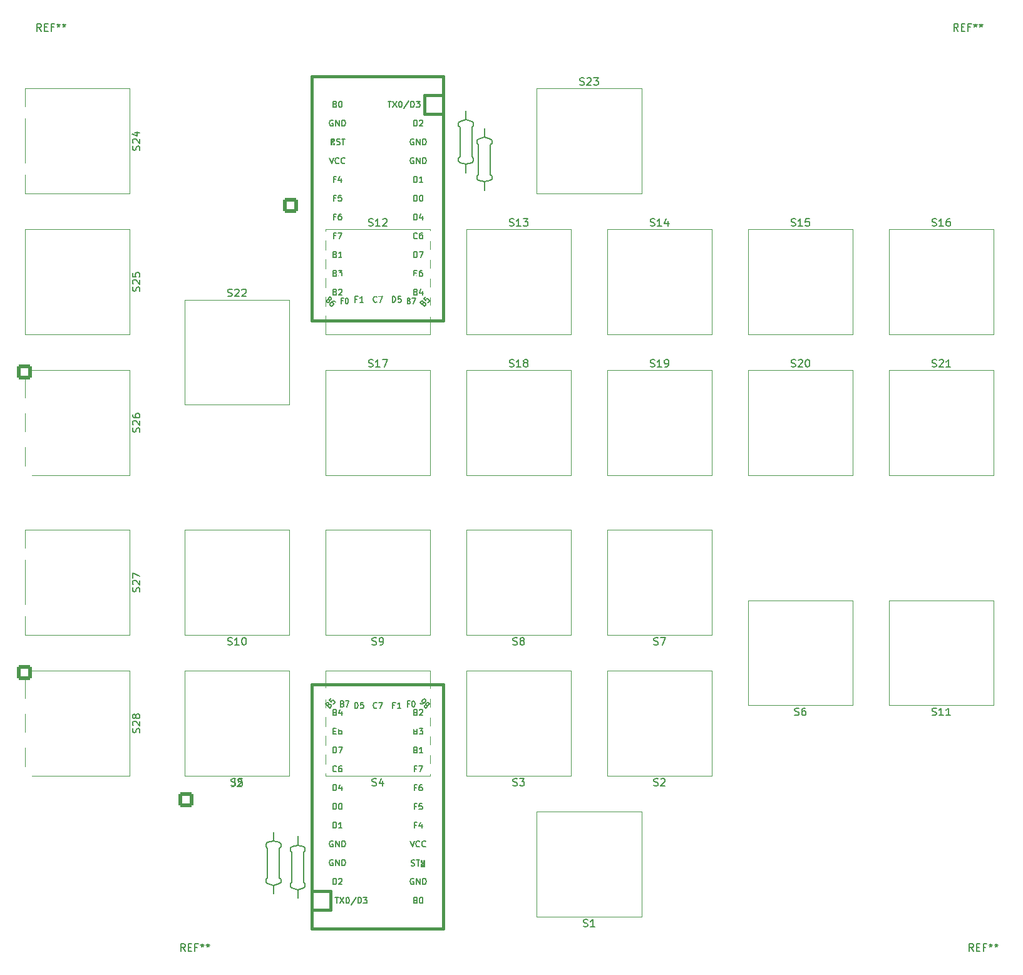
<source format=gto>
%TF.GenerationSoftware,KiCad,Pcbnew,7.0.10*%
%TF.CreationDate,2024-02-04T11:58:59-08:00*%
%TF.ProjectId,oddball_steno,6f646462-616c-46c5-9f73-74656e6f2e6b,rev?*%
%TF.SameCoordinates,Original*%
%TF.FileFunction,Legend,Top*%
%TF.FilePolarity,Positive*%
%FSLAX46Y46*%
G04 Gerber Fmt 4.6, Leading zero omitted, Abs format (unit mm)*
G04 Created by KiCad (PCBNEW 7.0.10) date 2024-02-04 11:58:59*
%MOMM*%
%LPD*%
G01*
G04 APERTURE LIST*
G04 Aperture macros list*
%AMRoundRect*
0 Rectangle with rounded corners*
0 $1 Rounding radius*
0 $2 $3 $4 $5 $6 $7 $8 $9 X,Y pos of 4 corners*
0 Add a 4 corners polygon primitive as box body*
4,1,4,$2,$3,$4,$5,$6,$7,$8,$9,$2,$3,0*
0 Add four circle primitives for the rounded corners*
1,1,$1+$1,$2,$3*
1,1,$1+$1,$4,$5*
1,1,$1+$1,$6,$7*
1,1,$1+$1,$8,$9*
0 Add four rect primitives between the rounded corners*
20,1,$1+$1,$2,$3,$4,$5,0*
20,1,$1+$1,$4,$5,$6,$7,0*
20,1,$1+$1,$6,$7,$8,$9,0*
20,1,$1+$1,$8,$9,$2,$3,0*%
G04 Aperture macros list end*
%ADD10C,0.150000*%
%ADD11C,0.120000*%
%ADD12C,0.381000*%
%ADD13C,1.752600*%
%ADD14R,1.752600X1.752600*%
%ADD15C,1.651000*%
%ADD16C,1.000000*%
%ADD17C,2.000000*%
%ADD18C,1.750000*%
%ADD19C,4.000000*%
%ADD20C,2.500000*%
%ADD21C,2.100000*%
%ADD22RoundRect,0.250001X-0.799999X-0.799999X0.799999X-0.799999X0.799999X0.799999X-0.799999X0.799999X0*%
%ADD23R,1.600000X1.600000*%
%ADD24O,1.600000X1.600000*%
%ADD25RoundRect,0.250001X-0.799999X0.799999X-0.799999X-0.799999X0.799999X-0.799999X0.799999X0.799999X0*%
%ADD26R,1.700000X1.700000*%
%ADD27O,1.700000X1.700000*%
%ADD28RoundRect,0.250001X0.799999X0.799999X-0.799999X0.799999X-0.799999X-0.799999X0.799999X-0.799999X0*%
%ADD29C,0.800000*%
%ADD30O,1.600000X2.000000*%
G04 APERTURE END LIST*
D10*
X97892166Y-146135444D02*
X97558833Y-145659253D01*
X97320738Y-146135444D02*
X97320738Y-145135444D01*
X97320738Y-145135444D02*
X97701690Y-145135444D01*
X97701690Y-145135444D02*
X97796928Y-145183063D01*
X97796928Y-145183063D02*
X97844547Y-145230682D01*
X97844547Y-145230682D02*
X97892166Y-145325920D01*
X97892166Y-145325920D02*
X97892166Y-145468777D01*
X97892166Y-145468777D02*
X97844547Y-145564015D01*
X97844547Y-145564015D02*
X97796928Y-145611634D01*
X97796928Y-145611634D02*
X97701690Y-145659253D01*
X97701690Y-145659253D02*
X97320738Y-145659253D01*
X98320738Y-145611634D02*
X98654071Y-145611634D01*
X98796928Y-146135444D02*
X98320738Y-146135444D01*
X98320738Y-146135444D02*
X98320738Y-145135444D01*
X98320738Y-145135444D02*
X98796928Y-145135444D01*
X99558833Y-145611634D02*
X99225500Y-145611634D01*
X99225500Y-146135444D02*
X99225500Y-145135444D01*
X99225500Y-145135444D02*
X99701690Y-145135444D01*
X100225500Y-145135444D02*
X100225500Y-145373539D01*
X99987405Y-145278301D02*
X100225500Y-145373539D01*
X100225500Y-145373539D02*
X100463595Y-145278301D01*
X100082643Y-145564015D02*
X100225500Y-145373539D01*
X100225500Y-145373539D02*
X100368357Y-145564015D01*
X100987405Y-145135444D02*
X100987405Y-145373539D01*
X100749310Y-145278301D02*
X100987405Y-145373539D01*
X100987405Y-145373539D02*
X101225500Y-145278301D01*
X100844548Y-145564015D02*
X100987405Y-145373539D01*
X100987405Y-145373539D02*
X101130262Y-145564015D01*
X78437166Y-21725444D02*
X78103833Y-21249253D01*
X77865738Y-21725444D02*
X77865738Y-20725444D01*
X77865738Y-20725444D02*
X78246690Y-20725444D01*
X78246690Y-20725444D02*
X78341928Y-20773063D01*
X78341928Y-20773063D02*
X78389547Y-20820682D01*
X78389547Y-20820682D02*
X78437166Y-20915920D01*
X78437166Y-20915920D02*
X78437166Y-21058777D01*
X78437166Y-21058777D02*
X78389547Y-21154015D01*
X78389547Y-21154015D02*
X78341928Y-21201634D01*
X78341928Y-21201634D02*
X78246690Y-21249253D01*
X78246690Y-21249253D02*
X77865738Y-21249253D01*
X78865738Y-21201634D02*
X79199071Y-21201634D01*
X79341928Y-21725444D02*
X78865738Y-21725444D01*
X78865738Y-21725444D02*
X78865738Y-20725444D01*
X78865738Y-20725444D02*
X79341928Y-20725444D01*
X80103833Y-21201634D02*
X79770500Y-21201634D01*
X79770500Y-21725444D02*
X79770500Y-20725444D01*
X79770500Y-20725444D02*
X80246690Y-20725444D01*
X80770500Y-20725444D02*
X80770500Y-20963539D01*
X80532405Y-20868301D02*
X80770500Y-20963539D01*
X80770500Y-20963539D02*
X81008595Y-20868301D01*
X80627643Y-21154015D02*
X80770500Y-20963539D01*
X80770500Y-20963539D02*
X80913357Y-21154015D01*
X81532405Y-20725444D02*
X81532405Y-20963539D01*
X81294310Y-20868301D02*
X81532405Y-20963539D01*
X81532405Y-20963539D02*
X81770500Y-20868301D01*
X81389548Y-21154015D02*
X81532405Y-20963539D01*
X81532405Y-20963539D02*
X81675262Y-21154015D01*
X204492166Y-146135444D02*
X204158833Y-145659253D01*
X203920738Y-146135444D02*
X203920738Y-145135444D01*
X203920738Y-145135444D02*
X204301690Y-145135444D01*
X204301690Y-145135444D02*
X204396928Y-145183063D01*
X204396928Y-145183063D02*
X204444547Y-145230682D01*
X204444547Y-145230682D02*
X204492166Y-145325920D01*
X204492166Y-145325920D02*
X204492166Y-145468777D01*
X204492166Y-145468777D02*
X204444547Y-145564015D01*
X204444547Y-145564015D02*
X204396928Y-145611634D01*
X204396928Y-145611634D02*
X204301690Y-145659253D01*
X204301690Y-145659253D02*
X203920738Y-145659253D01*
X204920738Y-145611634D02*
X205254071Y-145611634D01*
X205396928Y-146135444D02*
X204920738Y-146135444D01*
X204920738Y-146135444D02*
X204920738Y-145135444D01*
X204920738Y-145135444D02*
X205396928Y-145135444D01*
X206158833Y-145611634D02*
X205825500Y-145611634D01*
X205825500Y-146135444D02*
X205825500Y-145135444D01*
X205825500Y-145135444D02*
X206301690Y-145135444D01*
X206825500Y-145135444D02*
X206825500Y-145373539D01*
X206587405Y-145278301D02*
X206825500Y-145373539D01*
X206825500Y-145373539D02*
X207063595Y-145278301D01*
X206682643Y-145564015D02*
X206825500Y-145373539D01*
X206825500Y-145373539D02*
X206968357Y-145564015D01*
X207587405Y-145135444D02*
X207587405Y-145373539D01*
X207349310Y-145278301D02*
X207587405Y-145373539D01*
X207587405Y-145373539D02*
X207825500Y-145278301D01*
X207444548Y-145564015D02*
X207587405Y-145373539D01*
X207587405Y-145373539D02*
X207730262Y-145564015D01*
X202437166Y-21725444D02*
X202103833Y-21249253D01*
X201865738Y-21725444D02*
X201865738Y-20725444D01*
X201865738Y-20725444D02*
X202246690Y-20725444D01*
X202246690Y-20725444D02*
X202341928Y-20773063D01*
X202341928Y-20773063D02*
X202389547Y-20820682D01*
X202389547Y-20820682D02*
X202437166Y-20915920D01*
X202437166Y-20915920D02*
X202437166Y-21058777D01*
X202437166Y-21058777D02*
X202389547Y-21154015D01*
X202389547Y-21154015D02*
X202341928Y-21201634D01*
X202341928Y-21201634D02*
X202246690Y-21249253D01*
X202246690Y-21249253D02*
X201865738Y-21249253D01*
X202865738Y-21201634D02*
X203199071Y-21201634D01*
X203341928Y-21725444D02*
X202865738Y-21725444D01*
X202865738Y-21725444D02*
X202865738Y-20725444D01*
X202865738Y-20725444D02*
X203341928Y-20725444D01*
X204103833Y-21201634D02*
X203770500Y-21201634D01*
X203770500Y-21725444D02*
X203770500Y-20725444D01*
X203770500Y-20725444D02*
X204246690Y-20725444D01*
X204770500Y-20725444D02*
X204770500Y-20963539D01*
X204532405Y-20868301D02*
X204770500Y-20963539D01*
X204770500Y-20963539D02*
X205008595Y-20868301D01*
X204627643Y-21154015D02*
X204770500Y-20963539D01*
X204770500Y-20963539D02*
X204913357Y-21154015D01*
X205532405Y-20725444D02*
X205532405Y-20963539D01*
X205294310Y-20868301D02*
X205532405Y-20963539D01*
X205532405Y-20963539D02*
X205770500Y-20868301D01*
X205389548Y-21154015D02*
X205532405Y-20963539D01*
X205532405Y-20963539D02*
X205675262Y-21154015D01*
X91717700Y-56868719D02*
X91765319Y-56725862D01*
X91765319Y-56725862D02*
X91765319Y-56487767D01*
X91765319Y-56487767D02*
X91717700Y-56392529D01*
X91717700Y-56392529D02*
X91670080Y-56344910D01*
X91670080Y-56344910D02*
X91574842Y-56297291D01*
X91574842Y-56297291D02*
X91479604Y-56297291D01*
X91479604Y-56297291D02*
X91384366Y-56344910D01*
X91384366Y-56344910D02*
X91336747Y-56392529D01*
X91336747Y-56392529D02*
X91289128Y-56487767D01*
X91289128Y-56487767D02*
X91241509Y-56678243D01*
X91241509Y-56678243D02*
X91193890Y-56773481D01*
X91193890Y-56773481D02*
X91146271Y-56821100D01*
X91146271Y-56821100D02*
X91051033Y-56868719D01*
X91051033Y-56868719D02*
X90955795Y-56868719D01*
X90955795Y-56868719D02*
X90860557Y-56821100D01*
X90860557Y-56821100D02*
X90812938Y-56773481D01*
X90812938Y-56773481D02*
X90765319Y-56678243D01*
X90765319Y-56678243D02*
X90765319Y-56440148D01*
X90765319Y-56440148D02*
X90812938Y-56297291D01*
X90860557Y-55916338D02*
X90812938Y-55868719D01*
X90812938Y-55868719D02*
X90765319Y-55773481D01*
X90765319Y-55773481D02*
X90765319Y-55535386D01*
X90765319Y-55535386D02*
X90812938Y-55440148D01*
X90812938Y-55440148D02*
X90860557Y-55392529D01*
X90860557Y-55392529D02*
X90955795Y-55344910D01*
X90955795Y-55344910D02*
X91051033Y-55344910D01*
X91051033Y-55344910D02*
X91193890Y-55392529D01*
X91193890Y-55392529D02*
X91765319Y-55963957D01*
X91765319Y-55963957D02*
X91765319Y-55344910D01*
X90765319Y-54440148D02*
X90765319Y-54916338D01*
X90765319Y-54916338D02*
X91241509Y-54963957D01*
X91241509Y-54963957D02*
X91193890Y-54916338D01*
X91193890Y-54916338D02*
X91146271Y-54821100D01*
X91146271Y-54821100D02*
X91146271Y-54583005D01*
X91146271Y-54583005D02*
X91193890Y-54487767D01*
X91193890Y-54487767D02*
X91241509Y-54440148D01*
X91241509Y-54440148D02*
X91336747Y-54392529D01*
X91336747Y-54392529D02*
X91574842Y-54392529D01*
X91574842Y-54392529D02*
X91670080Y-54440148D01*
X91670080Y-54440148D02*
X91717700Y-54487767D01*
X91717700Y-54487767D02*
X91765319Y-54583005D01*
X91765319Y-54583005D02*
X91765319Y-54821100D01*
X91765319Y-54821100D02*
X91717700Y-54916338D01*
X91717700Y-54916338D02*
X91670080Y-54963957D01*
X161288595Y-104677825D02*
X161431452Y-104725444D01*
X161431452Y-104725444D02*
X161669547Y-104725444D01*
X161669547Y-104725444D02*
X161764785Y-104677825D01*
X161764785Y-104677825D02*
X161812404Y-104630205D01*
X161812404Y-104630205D02*
X161860023Y-104534967D01*
X161860023Y-104534967D02*
X161860023Y-104439729D01*
X161860023Y-104439729D02*
X161812404Y-104344491D01*
X161812404Y-104344491D02*
X161764785Y-104296872D01*
X161764785Y-104296872D02*
X161669547Y-104249253D01*
X161669547Y-104249253D02*
X161479071Y-104201634D01*
X161479071Y-104201634D02*
X161383833Y-104154015D01*
X161383833Y-104154015D02*
X161336214Y-104106396D01*
X161336214Y-104106396D02*
X161288595Y-104011158D01*
X161288595Y-104011158D02*
X161288595Y-103915920D01*
X161288595Y-103915920D02*
X161336214Y-103820682D01*
X161336214Y-103820682D02*
X161383833Y-103773063D01*
X161383833Y-103773063D02*
X161479071Y-103725444D01*
X161479071Y-103725444D02*
X161717166Y-103725444D01*
X161717166Y-103725444D02*
X161860023Y-103773063D01*
X162193357Y-103725444D02*
X162860023Y-103725444D01*
X162860023Y-103725444D02*
X162431452Y-104725444D01*
X91717700Y-75918719D02*
X91765319Y-75775862D01*
X91765319Y-75775862D02*
X91765319Y-75537767D01*
X91765319Y-75537767D02*
X91717700Y-75442529D01*
X91717700Y-75442529D02*
X91670080Y-75394910D01*
X91670080Y-75394910D02*
X91574842Y-75347291D01*
X91574842Y-75347291D02*
X91479604Y-75347291D01*
X91479604Y-75347291D02*
X91384366Y-75394910D01*
X91384366Y-75394910D02*
X91336747Y-75442529D01*
X91336747Y-75442529D02*
X91289128Y-75537767D01*
X91289128Y-75537767D02*
X91241509Y-75728243D01*
X91241509Y-75728243D02*
X91193890Y-75823481D01*
X91193890Y-75823481D02*
X91146271Y-75871100D01*
X91146271Y-75871100D02*
X91051033Y-75918719D01*
X91051033Y-75918719D02*
X90955795Y-75918719D01*
X90955795Y-75918719D02*
X90860557Y-75871100D01*
X90860557Y-75871100D02*
X90812938Y-75823481D01*
X90812938Y-75823481D02*
X90765319Y-75728243D01*
X90765319Y-75728243D02*
X90765319Y-75490148D01*
X90765319Y-75490148D02*
X90812938Y-75347291D01*
X90860557Y-74966338D02*
X90812938Y-74918719D01*
X90812938Y-74918719D02*
X90765319Y-74823481D01*
X90765319Y-74823481D02*
X90765319Y-74585386D01*
X90765319Y-74585386D02*
X90812938Y-74490148D01*
X90812938Y-74490148D02*
X90860557Y-74442529D01*
X90860557Y-74442529D02*
X90955795Y-74394910D01*
X90955795Y-74394910D02*
X91051033Y-74394910D01*
X91051033Y-74394910D02*
X91193890Y-74442529D01*
X91193890Y-74442529D02*
X91765319Y-75013957D01*
X91765319Y-75013957D02*
X91765319Y-74394910D01*
X90765319Y-73537767D02*
X90765319Y-73728243D01*
X90765319Y-73728243D02*
X90812938Y-73823481D01*
X90812938Y-73823481D02*
X90860557Y-73871100D01*
X90860557Y-73871100D02*
X91003414Y-73966338D01*
X91003414Y-73966338D02*
X91193890Y-74013957D01*
X91193890Y-74013957D02*
X91574842Y-74013957D01*
X91574842Y-74013957D02*
X91670080Y-73966338D01*
X91670080Y-73966338D02*
X91717700Y-73918719D01*
X91717700Y-73918719D02*
X91765319Y-73823481D01*
X91765319Y-73823481D02*
X91765319Y-73633005D01*
X91765319Y-73633005D02*
X91717700Y-73537767D01*
X91717700Y-73537767D02*
X91670080Y-73490148D01*
X91670080Y-73490148D02*
X91574842Y-73442529D01*
X91574842Y-73442529D02*
X91336747Y-73442529D01*
X91336747Y-73442529D02*
X91241509Y-73490148D01*
X91241509Y-73490148D02*
X91193890Y-73537767D01*
X91193890Y-73537767D02*
X91146271Y-73633005D01*
X91146271Y-73633005D02*
X91146271Y-73823481D01*
X91146271Y-73823481D02*
X91193890Y-73918719D01*
X91193890Y-73918719D02*
X91241509Y-73966338D01*
X91241509Y-73966338D02*
X91336747Y-74013957D01*
X122712405Y-67087825D02*
X122855262Y-67135444D01*
X122855262Y-67135444D02*
X123093357Y-67135444D01*
X123093357Y-67135444D02*
X123188595Y-67087825D01*
X123188595Y-67087825D02*
X123236214Y-67040205D01*
X123236214Y-67040205D02*
X123283833Y-66944967D01*
X123283833Y-66944967D02*
X123283833Y-66849729D01*
X123283833Y-66849729D02*
X123236214Y-66754491D01*
X123236214Y-66754491D02*
X123188595Y-66706872D01*
X123188595Y-66706872D02*
X123093357Y-66659253D01*
X123093357Y-66659253D02*
X122902881Y-66611634D01*
X122902881Y-66611634D02*
X122807643Y-66564015D01*
X122807643Y-66564015D02*
X122760024Y-66516396D01*
X122760024Y-66516396D02*
X122712405Y-66421158D01*
X122712405Y-66421158D02*
X122712405Y-66325920D01*
X122712405Y-66325920D02*
X122760024Y-66230682D01*
X122760024Y-66230682D02*
X122807643Y-66183063D01*
X122807643Y-66183063D02*
X122902881Y-66135444D01*
X122902881Y-66135444D02*
X123140976Y-66135444D01*
X123140976Y-66135444D02*
X123283833Y-66183063D01*
X124236214Y-67135444D02*
X123664786Y-67135444D01*
X123950500Y-67135444D02*
X123950500Y-66135444D01*
X123950500Y-66135444D02*
X123855262Y-66278301D01*
X123855262Y-66278301D02*
X123760024Y-66373539D01*
X123760024Y-66373539D02*
X123664786Y-66421158D01*
X124569548Y-66135444D02*
X125236214Y-66135444D01*
X125236214Y-66135444D02*
X124807643Y-67135444D01*
X91717700Y-97508719D02*
X91765319Y-97365862D01*
X91765319Y-97365862D02*
X91765319Y-97127767D01*
X91765319Y-97127767D02*
X91717700Y-97032529D01*
X91717700Y-97032529D02*
X91670080Y-96984910D01*
X91670080Y-96984910D02*
X91574842Y-96937291D01*
X91574842Y-96937291D02*
X91479604Y-96937291D01*
X91479604Y-96937291D02*
X91384366Y-96984910D01*
X91384366Y-96984910D02*
X91336747Y-97032529D01*
X91336747Y-97032529D02*
X91289128Y-97127767D01*
X91289128Y-97127767D02*
X91241509Y-97318243D01*
X91241509Y-97318243D02*
X91193890Y-97413481D01*
X91193890Y-97413481D02*
X91146271Y-97461100D01*
X91146271Y-97461100D02*
X91051033Y-97508719D01*
X91051033Y-97508719D02*
X90955795Y-97508719D01*
X90955795Y-97508719D02*
X90860557Y-97461100D01*
X90860557Y-97461100D02*
X90812938Y-97413481D01*
X90812938Y-97413481D02*
X90765319Y-97318243D01*
X90765319Y-97318243D02*
X90765319Y-97080148D01*
X90765319Y-97080148D02*
X90812938Y-96937291D01*
X90860557Y-96556338D02*
X90812938Y-96508719D01*
X90812938Y-96508719D02*
X90765319Y-96413481D01*
X90765319Y-96413481D02*
X90765319Y-96175386D01*
X90765319Y-96175386D02*
X90812938Y-96080148D01*
X90812938Y-96080148D02*
X90860557Y-96032529D01*
X90860557Y-96032529D02*
X90955795Y-95984910D01*
X90955795Y-95984910D02*
X91051033Y-95984910D01*
X91051033Y-95984910D02*
X91193890Y-96032529D01*
X91193890Y-96032529D02*
X91765319Y-96603957D01*
X91765319Y-96603957D02*
X91765319Y-95984910D01*
X90765319Y-95651576D02*
X90765319Y-94984910D01*
X90765319Y-94984910D02*
X91765319Y-95413481D01*
X198912405Y-48037825D02*
X199055262Y-48085444D01*
X199055262Y-48085444D02*
X199293357Y-48085444D01*
X199293357Y-48085444D02*
X199388595Y-48037825D01*
X199388595Y-48037825D02*
X199436214Y-47990205D01*
X199436214Y-47990205D02*
X199483833Y-47894967D01*
X199483833Y-47894967D02*
X199483833Y-47799729D01*
X199483833Y-47799729D02*
X199436214Y-47704491D01*
X199436214Y-47704491D02*
X199388595Y-47656872D01*
X199388595Y-47656872D02*
X199293357Y-47609253D01*
X199293357Y-47609253D02*
X199102881Y-47561634D01*
X199102881Y-47561634D02*
X199007643Y-47514015D01*
X199007643Y-47514015D02*
X198960024Y-47466396D01*
X198960024Y-47466396D02*
X198912405Y-47371158D01*
X198912405Y-47371158D02*
X198912405Y-47275920D01*
X198912405Y-47275920D02*
X198960024Y-47180682D01*
X198960024Y-47180682D02*
X199007643Y-47133063D01*
X199007643Y-47133063D02*
X199102881Y-47085444D01*
X199102881Y-47085444D02*
X199340976Y-47085444D01*
X199340976Y-47085444D02*
X199483833Y-47133063D01*
X200436214Y-48085444D02*
X199864786Y-48085444D01*
X200150500Y-48085444D02*
X200150500Y-47085444D01*
X200150500Y-47085444D02*
X200055262Y-47228301D01*
X200055262Y-47228301D02*
X199960024Y-47323539D01*
X199960024Y-47323539D02*
X199864786Y-47371158D01*
X201293357Y-47085444D02*
X201102881Y-47085444D01*
X201102881Y-47085444D02*
X201007643Y-47133063D01*
X201007643Y-47133063D02*
X200960024Y-47180682D01*
X200960024Y-47180682D02*
X200864786Y-47323539D01*
X200864786Y-47323539D02*
X200817167Y-47514015D01*
X200817167Y-47514015D02*
X200817167Y-47894967D01*
X200817167Y-47894967D02*
X200864786Y-47990205D01*
X200864786Y-47990205D02*
X200912405Y-48037825D01*
X200912405Y-48037825D02*
X201007643Y-48085444D01*
X201007643Y-48085444D02*
X201198119Y-48085444D01*
X201198119Y-48085444D02*
X201293357Y-48037825D01*
X201293357Y-48037825D02*
X201340976Y-47990205D01*
X201340976Y-47990205D02*
X201388595Y-47894967D01*
X201388595Y-47894967D02*
X201388595Y-47656872D01*
X201388595Y-47656872D02*
X201340976Y-47561634D01*
X201340976Y-47561634D02*
X201293357Y-47514015D01*
X201293357Y-47514015D02*
X201198119Y-47466396D01*
X201198119Y-47466396D02*
X201007643Y-47466396D01*
X201007643Y-47466396D02*
X200912405Y-47514015D01*
X200912405Y-47514015D02*
X200864786Y-47561634D01*
X200864786Y-47561634D02*
X200817167Y-47656872D01*
X104138595Y-123727825D02*
X104281452Y-123775444D01*
X104281452Y-123775444D02*
X104519547Y-123775444D01*
X104519547Y-123775444D02*
X104614785Y-123727825D01*
X104614785Y-123727825D02*
X104662404Y-123680205D01*
X104662404Y-123680205D02*
X104710023Y-123584967D01*
X104710023Y-123584967D02*
X104710023Y-123489729D01*
X104710023Y-123489729D02*
X104662404Y-123394491D01*
X104662404Y-123394491D02*
X104614785Y-123346872D01*
X104614785Y-123346872D02*
X104519547Y-123299253D01*
X104519547Y-123299253D02*
X104329071Y-123251634D01*
X104329071Y-123251634D02*
X104233833Y-123204015D01*
X104233833Y-123204015D02*
X104186214Y-123156396D01*
X104186214Y-123156396D02*
X104138595Y-123061158D01*
X104138595Y-123061158D02*
X104138595Y-122965920D01*
X104138595Y-122965920D02*
X104186214Y-122870682D01*
X104186214Y-122870682D02*
X104233833Y-122823063D01*
X104233833Y-122823063D02*
X104329071Y-122775444D01*
X104329071Y-122775444D02*
X104567166Y-122775444D01*
X104567166Y-122775444D02*
X104710023Y-122823063D01*
X105614785Y-122775444D02*
X105138595Y-122775444D01*
X105138595Y-122775444D02*
X105090976Y-123251634D01*
X105090976Y-123251634D02*
X105138595Y-123204015D01*
X105138595Y-123204015D02*
X105233833Y-123156396D01*
X105233833Y-123156396D02*
X105471928Y-123156396D01*
X105471928Y-123156396D02*
X105567166Y-123204015D01*
X105567166Y-123204015D02*
X105614785Y-123251634D01*
X105614785Y-123251634D02*
X105662404Y-123346872D01*
X105662404Y-123346872D02*
X105662404Y-123584967D01*
X105662404Y-123584967D02*
X105614785Y-123680205D01*
X105614785Y-123680205D02*
X105567166Y-123727825D01*
X105567166Y-123727825D02*
X105471928Y-123775444D01*
X105471928Y-123775444D02*
X105233833Y-123775444D01*
X105233833Y-123775444D02*
X105138595Y-123727825D01*
X105138595Y-123727825D02*
X105090976Y-123680205D01*
X91717700Y-37818719D02*
X91765319Y-37675862D01*
X91765319Y-37675862D02*
X91765319Y-37437767D01*
X91765319Y-37437767D02*
X91717700Y-37342529D01*
X91717700Y-37342529D02*
X91670080Y-37294910D01*
X91670080Y-37294910D02*
X91574842Y-37247291D01*
X91574842Y-37247291D02*
X91479604Y-37247291D01*
X91479604Y-37247291D02*
X91384366Y-37294910D01*
X91384366Y-37294910D02*
X91336747Y-37342529D01*
X91336747Y-37342529D02*
X91289128Y-37437767D01*
X91289128Y-37437767D02*
X91241509Y-37628243D01*
X91241509Y-37628243D02*
X91193890Y-37723481D01*
X91193890Y-37723481D02*
X91146271Y-37771100D01*
X91146271Y-37771100D02*
X91051033Y-37818719D01*
X91051033Y-37818719D02*
X90955795Y-37818719D01*
X90955795Y-37818719D02*
X90860557Y-37771100D01*
X90860557Y-37771100D02*
X90812938Y-37723481D01*
X90812938Y-37723481D02*
X90765319Y-37628243D01*
X90765319Y-37628243D02*
X90765319Y-37390148D01*
X90765319Y-37390148D02*
X90812938Y-37247291D01*
X90860557Y-36866338D02*
X90812938Y-36818719D01*
X90812938Y-36818719D02*
X90765319Y-36723481D01*
X90765319Y-36723481D02*
X90765319Y-36485386D01*
X90765319Y-36485386D02*
X90812938Y-36390148D01*
X90812938Y-36390148D02*
X90860557Y-36342529D01*
X90860557Y-36342529D02*
X90955795Y-36294910D01*
X90955795Y-36294910D02*
X91051033Y-36294910D01*
X91051033Y-36294910D02*
X91193890Y-36342529D01*
X91193890Y-36342529D02*
X91765319Y-36913957D01*
X91765319Y-36913957D02*
X91765319Y-36294910D01*
X91098652Y-35437767D02*
X91765319Y-35437767D01*
X90717700Y-35675862D02*
X91431985Y-35913957D01*
X91431985Y-35913957D02*
X91431985Y-35294910D01*
X151763595Y-142777825D02*
X151906452Y-142825444D01*
X151906452Y-142825444D02*
X152144547Y-142825444D01*
X152144547Y-142825444D02*
X152239785Y-142777825D01*
X152239785Y-142777825D02*
X152287404Y-142730205D01*
X152287404Y-142730205D02*
X152335023Y-142634967D01*
X152335023Y-142634967D02*
X152335023Y-142539729D01*
X152335023Y-142539729D02*
X152287404Y-142444491D01*
X152287404Y-142444491D02*
X152239785Y-142396872D01*
X152239785Y-142396872D02*
X152144547Y-142349253D01*
X152144547Y-142349253D02*
X151954071Y-142301634D01*
X151954071Y-142301634D02*
X151858833Y-142254015D01*
X151858833Y-142254015D02*
X151811214Y-142206396D01*
X151811214Y-142206396D02*
X151763595Y-142111158D01*
X151763595Y-142111158D02*
X151763595Y-142015920D01*
X151763595Y-142015920D02*
X151811214Y-141920682D01*
X151811214Y-141920682D02*
X151858833Y-141873063D01*
X151858833Y-141873063D02*
X151954071Y-141825444D01*
X151954071Y-141825444D02*
X152192166Y-141825444D01*
X152192166Y-141825444D02*
X152335023Y-141873063D01*
X153287404Y-142825444D02*
X152715976Y-142825444D01*
X153001690Y-142825444D02*
X153001690Y-141825444D01*
X153001690Y-141825444D02*
X152906452Y-141968301D01*
X152906452Y-141968301D02*
X152811214Y-142063539D01*
X152811214Y-142063539D02*
X152715976Y-142111158D01*
X151287405Y-28987825D02*
X151430262Y-29035444D01*
X151430262Y-29035444D02*
X151668357Y-29035444D01*
X151668357Y-29035444D02*
X151763595Y-28987825D01*
X151763595Y-28987825D02*
X151811214Y-28940205D01*
X151811214Y-28940205D02*
X151858833Y-28844967D01*
X151858833Y-28844967D02*
X151858833Y-28749729D01*
X151858833Y-28749729D02*
X151811214Y-28654491D01*
X151811214Y-28654491D02*
X151763595Y-28606872D01*
X151763595Y-28606872D02*
X151668357Y-28559253D01*
X151668357Y-28559253D02*
X151477881Y-28511634D01*
X151477881Y-28511634D02*
X151382643Y-28464015D01*
X151382643Y-28464015D02*
X151335024Y-28416396D01*
X151335024Y-28416396D02*
X151287405Y-28321158D01*
X151287405Y-28321158D02*
X151287405Y-28225920D01*
X151287405Y-28225920D02*
X151335024Y-28130682D01*
X151335024Y-28130682D02*
X151382643Y-28083063D01*
X151382643Y-28083063D02*
X151477881Y-28035444D01*
X151477881Y-28035444D02*
X151715976Y-28035444D01*
X151715976Y-28035444D02*
X151858833Y-28083063D01*
X152239786Y-28130682D02*
X152287405Y-28083063D01*
X152287405Y-28083063D02*
X152382643Y-28035444D01*
X152382643Y-28035444D02*
X152620738Y-28035444D01*
X152620738Y-28035444D02*
X152715976Y-28083063D01*
X152715976Y-28083063D02*
X152763595Y-28130682D01*
X152763595Y-28130682D02*
X152811214Y-28225920D01*
X152811214Y-28225920D02*
X152811214Y-28321158D01*
X152811214Y-28321158D02*
X152763595Y-28464015D01*
X152763595Y-28464015D02*
X152192167Y-29035444D01*
X152192167Y-29035444D02*
X152811214Y-29035444D01*
X153144548Y-28035444D02*
X153763595Y-28035444D01*
X153763595Y-28035444D02*
X153430262Y-28416396D01*
X153430262Y-28416396D02*
X153573119Y-28416396D01*
X153573119Y-28416396D02*
X153668357Y-28464015D01*
X153668357Y-28464015D02*
X153715976Y-28511634D01*
X153715976Y-28511634D02*
X153763595Y-28606872D01*
X153763595Y-28606872D02*
X153763595Y-28844967D01*
X153763595Y-28844967D02*
X153715976Y-28940205D01*
X153715976Y-28940205D02*
X153668357Y-28987825D01*
X153668357Y-28987825D02*
X153573119Y-29035444D01*
X153573119Y-29035444D02*
X153287405Y-29035444D01*
X153287405Y-29035444D02*
X153192167Y-28987825D01*
X153192167Y-28987825D02*
X153144548Y-28940205D01*
X103662405Y-57562825D02*
X103805262Y-57610444D01*
X103805262Y-57610444D02*
X104043357Y-57610444D01*
X104043357Y-57610444D02*
X104138595Y-57562825D01*
X104138595Y-57562825D02*
X104186214Y-57515205D01*
X104186214Y-57515205D02*
X104233833Y-57419967D01*
X104233833Y-57419967D02*
X104233833Y-57324729D01*
X104233833Y-57324729D02*
X104186214Y-57229491D01*
X104186214Y-57229491D02*
X104138595Y-57181872D01*
X104138595Y-57181872D02*
X104043357Y-57134253D01*
X104043357Y-57134253D02*
X103852881Y-57086634D01*
X103852881Y-57086634D02*
X103757643Y-57039015D01*
X103757643Y-57039015D02*
X103710024Y-56991396D01*
X103710024Y-56991396D02*
X103662405Y-56896158D01*
X103662405Y-56896158D02*
X103662405Y-56800920D01*
X103662405Y-56800920D02*
X103710024Y-56705682D01*
X103710024Y-56705682D02*
X103757643Y-56658063D01*
X103757643Y-56658063D02*
X103852881Y-56610444D01*
X103852881Y-56610444D02*
X104090976Y-56610444D01*
X104090976Y-56610444D02*
X104233833Y-56658063D01*
X104614786Y-56705682D02*
X104662405Y-56658063D01*
X104662405Y-56658063D02*
X104757643Y-56610444D01*
X104757643Y-56610444D02*
X104995738Y-56610444D01*
X104995738Y-56610444D02*
X105090976Y-56658063D01*
X105090976Y-56658063D02*
X105138595Y-56705682D01*
X105138595Y-56705682D02*
X105186214Y-56800920D01*
X105186214Y-56800920D02*
X105186214Y-56896158D01*
X105186214Y-56896158D02*
X105138595Y-57039015D01*
X105138595Y-57039015D02*
X104567167Y-57610444D01*
X104567167Y-57610444D02*
X105186214Y-57610444D01*
X105567167Y-56705682D02*
X105614786Y-56658063D01*
X105614786Y-56658063D02*
X105710024Y-56610444D01*
X105710024Y-56610444D02*
X105948119Y-56610444D01*
X105948119Y-56610444D02*
X106043357Y-56658063D01*
X106043357Y-56658063D02*
X106090976Y-56705682D01*
X106090976Y-56705682D02*
X106138595Y-56800920D01*
X106138595Y-56800920D02*
X106138595Y-56896158D01*
X106138595Y-56896158D02*
X106090976Y-57039015D01*
X106090976Y-57039015D02*
X105519548Y-57610444D01*
X105519548Y-57610444D02*
X106138595Y-57610444D01*
X180338595Y-114202825D02*
X180481452Y-114250444D01*
X180481452Y-114250444D02*
X180719547Y-114250444D01*
X180719547Y-114250444D02*
X180814785Y-114202825D01*
X180814785Y-114202825D02*
X180862404Y-114155205D01*
X180862404Y-114155205D02*
X180910023Y-114059967D01*
X180910023Y-114059967D02*
X180910023Y-113964729D01*
X180910023Y-113964729D02*
X180862404Y-113869491D01*
X180862404Y-113869491D02*
X180814785Y-113821872D01*
X180814785Y-113821872D02*
X180719547Y-113774253D01*
X180719547Y-113774253D02*
X180529071Y-113726634D01*
X180529071Y-113726634D02*
X180433833Y-113679015D01*
X180433833Y-113679015D02*
X180386214Y-113631396D01*
X180386214Y-113631396D02*
X180338595Y-113536158D01*
X180338595Y-113536158D02*
X180338595Y-113440920D01*
X180338595Y-113440920D02*
X180386214Y-113345682D01*
X180386214Y-113345682D02*
X180433833Y-113298063D01*
X180433833Y-113298063D02*
X180529071Y-113250444D01*
X180529071Y-113250444D02*
X180767166Y-113250444D01*
X180767166Y-113250444D02*
X180910023Y-113298063D01*
X181767166Y-113250444D02*
X181576690Y-113250444D01*
X181576690Y-113250444D02*
X181481452Y-113298063D01*
X181481452Y-113298063D02*
X181433833Y-113345682D01*
X181433833Y-113345682D02*
X181338595Y-113488539D01*
X181338595Y-113488539D02*
X181290976Y-113679015D01*
X181290976Y-113679015D02*
X181290976Y-114059967D01*
X181290976Y-114059967D02*
X181338595Y-114155205D01*
X181338595Y-114155205D02*
X181386214Y-114202825D01*
X181386214Y-114202825D02*
X181481452Y-114250444D01*
X181481452Y-114250444D02*
X181671928Y-114250444D01*
X181671928Y-114250444D02*
X181767166Y-114202825D01*
X181767166Y-114202825D02*
X181814785Y-114155205D01*
X181814785Y-114155205D02*
X181862404Y-114059967D01*
X181862404Y-114059967D02*
X181862404Y-113821872D01*
X181862404Y-113821872D02*
X181814785Y-113726634D01*
X181814785Y-113726634D02*
X181767166Y-113679015D01*
X181767166Y-113679015D02*
X181671928Y-113631396D01*
X181671928Y-113631396D02*
X181481452Y-113631396D01*
X181481452Y-113631396D02*
X181386214Y-113679015D01*
X181386214Y-113679015D02*
X181338595Y-113726634D01*
X181338595Y-113726634D02*
X181290976Y-113821872D01*
X122712405Y-48037825D02*
X122855262Y-48085444D01*
X122855262Y-48085444D02*
X123093357Y-48085444D01*
X123093357Y-48085444D02*
X123188595Y-48037825D01*
X123188595Y-48037825D02*
X123236214Y-47990205D01*
X123236214Y-47990205D02*
X123283833Y-47894967D01*
X123283833Y-47894967D02*
X123283833Y-47799729D01*
X123283833Y-47799729D02*
X123236214Y-47704491D01*
X123236214Y-47704491D02*
X123188595Y-47656872D01*
X123188595Y-47656872D02*
X123093357Y-47609253D01*
X123093357Y-47609253D02*
X122902881Y-47561634D01*
X122902881Y-47561634D02*
X122807643Y-47514015D01*
X122807643Y-47514015D02*
X122760024Y-47466396D01*
X122760024Y-47466396D02*
X122712405Y-47371158D01*
X122712405Y-47371158D02*
X122712405Y-47275920D01*
X122712405Y-47275920D02*
X122760024Y-47180682D01*
X122760024Y-47180682D02*
X122807643Y-47133063D01*
X122807643Y-47133063D02*
X122902881Y-47085444D01*
X122902881Y-47085444D02*
X123140976Y-47085444D01*
X123140976Y-47085444D02*
X123283833Y-47133063D01*
X124236214Y-48085444D02*
X123664786Y-48085444D01*
X123950500Y-48085444D02*
X123950500Y-47085444D01*
X123950500Y-47085444D02*
X123855262Y-47228301D01*
X123855262Y-47228301D02*
X123760024Y-47323539D01*
X123760024Y-47323539D02*
X123664786Y-47371158D01*
X124617167Y-47180682D02*
X124664786Y-47133063D01*
X124664786Y-47133063D02*
X124760024Y-47085444D01*
X124760024Y-47085444D02*
X124998119Y-47085444D01*
X124998119Y-47085444D02*
X125093357Y-47133063D01*
X125093357Y-47133063D02*
X125140976Y-47180682D01*
X125140976Y-47180682D02*
X125188595Y-47275920D01*
X125188595Y-47275920D02*
X125188595Y-47371158D01*
X125188595Y-47371158D02*
X125140976Y-47514015D01*
X125140976Y-47514015D02*
X124569548Y-48085444D01*
X124569548Y-48085444D02*
X125188595Y-48085444D01*
X91717700Y-116558719D02*
X91765319Y-116415862D01*
X91765319Y-116415862D02*
X91765319Y-116177767D01*
X91765319Y-116177767D02*
X91717700Y-116082529D01*
X91717700Y-116082529D02*
X91670080Y-116034910D01*
X91670080Y-116034910D02*
X91574842Y-115987291D01*
X91574842Y-115987291D02*
X91479604Y-115987291D01*
X91479604Y-115987291D02*
X91384366Y-116034910D01*
X91384366Y-116034910D02*
X91336747Y-116082529D01*
X91336747Y-116082529D02*
X91289128Y-116177767D01*
X91289128Y-116177767D02*
X91241509Y-116368243D01*
X91241509Y-116368243D02*
X91193890Y-116463481D01*
X91193890Y-116463481D02*
X91146271Y-116511100D01*
X91146271Y-116511100D02*
X91051033Y-116558719D01*
X91051033Y-116558719D02*
X90955795Y-116558719D01*
X90955795Y-116558719D02*
X90860557Y-116511100D01*
X90860557Y-116511100D02*
X90812938Y-116463481D01*
X90812938Y-116463481D02*
X90765319Y-116368243D01*
X90765319Y-116368243D02*
X90765319Y-116130148D01*
X90765319Y-116130148D02*
X90812938Y-115987291D01*
X90860557Y-115606338D02*
X90812938Y-115558719D01*
X90812938Y-115558719D02*
X90765319Y-115463481D01*
X90765319Y-115463481D02*
X90765319Y-115225386D01*
X90765319Y-115225386D02*
X90812938Y-115130148D01*
X90812938Y-115130148D02*
X90860557Y-115082529D01*
X90860557Y-115082529D02*
X90955795Y-115034910D01*
X90955795Y-115034910D02*
X91051033Y-115034910D01*
X91051033Y-115034910D02*
X91193890Y-115082529D01*
X91193890Y-115082529D02*
X91765319Y-115653957D01*
X91765319Y-115653957D02*
X91765319Y-115034910D01*
X91193890Y-114463481D02*
X91146271Y-114558719D01*
X91146271Y-114558719D02*
X91098652Y-114606338D01*
X91098652Y-114606338D02*
X91003414Y-114653957D01*
X91003414Y-114653957D02*
X90955795Y-114653957D01*
X90955795Y-114653957D02*
X90860557Y-114606338D01*
X90860557Y-114606338D02*
X90812938Y-114558719D01*
X90812938Y-114558719D02*
X90765319Y-114463481D01*
X90765319Y-114463481D02*
X90765319Y-114273005D01*
X90765319Y-114273005D02*
X90812938Y-114177767D01*
X90812938Y-114177767D02*
X90860557Y-114130148D01*
X90860557Y-114130148D02*
X90955795Y-114082529D01*
X90955795Y-114082529D02*
X91003414Y-114082529D01*
X91003414Y-114082529D02*
X91098652Y-114130148D01*
X91098652Y-114130148D02*
X91146271Y-114177767D01*
X91146271Y-114177767D02*
X91193890Y-114273005D01*
X91193890Y-114273005D02*
X91193890Y-114463481D01*
X91193890Y-114463481D02*
X91241509Y-114558719D01*
X91241509Y-114558719D02*
X91289128Y-114606338D01*
X91289128Y-114606338D02*
X91384366Y-114653957D01*
X91384366Y-114653957D02*
X91574842Y-114653957D01*
X91574842Y-114653957D02*
X91670080Y-114606338D01*
X91670080Y-114606338D02*
X91717700Y-114558719D01*
X91717700Y-114558719D02*
X91765319Y-114463481D01*
X91765319Y-114463481D02*
X91765319Y-114273005D01*
X91765319Y-114273005D02*
X91717700Y-114177767D01*
X91717700Y-114177767D02*
X91670080Y-114130148D01*
X91670080Y-114130148D02*
X91574842Y-114082529D01*
X91574842Y-114082529D02*
X91384366Y-114082529D01*
X91384366Y-114082529D02*
X91289128Y-114130148D01*
X91289128Y-114130148D02*
X91241509Y-114177767D01*
X91241509Y-114177767D02*
X91193890Y-114273005D01*
X198912405Y-114202825D02*
X199055262Y-114250444D01*
X199055262Y-114250444D02*
X199293357Y-114250444D01*
X199293357Y-114250444D02*
X199388595Y-114202825D01*
X199388595Y-114202825D02*
X199436214Y-114155205D01*
X199436214Y-114155205D02*
X199483833Y-114059967D01*
X199483833Y-114059967D02*
X199483833Y-113964729D01*
X199483833Y-113964729D02*
X199436214Y-113869491D01*
X199436214Y-113869491D02*
X199388595Y-113821872D01*
X199388595Y-113821872D02*
X199293357Y-113774253D01*
X199293357Y-113774253D02*
X199102881Y-113726634D01*
X199102881Y-113726634D02*
X199007643Y-113679015D01*
X199007643Y-113679015D02*
X198960024Y-113631396D01*
X198960024Y-113631396D02*
X198912405Y-113536158D01*
X198912405Y-113536158D02*
X198912405Y-113440920D01*
X198912405Y-113440920D02*
X198960024Y-113345682D01*
X198960024Y-113345682D02*
X199007643Y-113298063D01*
X199007643Y-113298063D02*
X199102881Y-113250444D01*
X199102881Y-113250444D02*
X199340976Y-113250444D01*
X199340976Y-113250444D02*
X199483833Y-113298063D01*
X200436214Y-114250444D02*
X199864786Y-114250444D01*
X200150500Y-114250444D02*
X200150500Y-113250444D01*
X200150500Y-113250444D02*
X200055262Y-113393301D01*
X200055262Y-113393301D02*
X199960024Y-113488539D01*
X199960024Y-113488539D02*
X199864786Y-113536158D01*
X201388595Y-114250444D02*
X200817167Y-114250444D01*
X201102881Y-114250444D02*
X201102881Y-113250444D01*
X201102881Y-113250444D02*
X201007643Y-113393301D01*
X201007643Y-113393301D02*
X200912405Y-113488539D01*
X200912405Y-113488539D02*
X200817167Y-113536158D01*
X142238595Y-104677825D02*
X142381452Y-104725444D01*
X142381452Y-104725444D02*
X142619547Y-104725444D01*
X142619547Y-104725444D02*
X142714785Y-104677825D01*
X142714785Y-104677825D02*
X142762404Y-104630205D01*
X142762404Y-104630205D02*
X142810023Y-104534967D01*
X142810023Y-104534967D02*
X142810023Y-104439729D01*
X142810023Y-104439729D02*
X142762404Y-104344491D01*
X142762404Y-104344491D02*
X142714785Y-104296872D01*
X142714785Y-104296872D02*
X142619547Y-104249253D01*
X142619547Y-104249253D02*
X142429071Y-104201634D01*
X142429071Y-104201634D02*
X142333833Y-104154015D01*
X142333833Y-104154015D02*
X142286214Y-104106396D01*
X142286214Y-104106396D02*
X142238595Y-104011158D01*
X142238595Y-104011158D02*
X142238595Y-103915920D01*
X142238595Y-103915920D02*
X142286214Y-103820682D01*
X142286214Y-103820682D02*
X142333833Y-103773063D01*
X142333833Y-103773063D02*
X142429071Y-103725444D01*
X142429071Y-103725444D02*
X142667166Y-103725444D01*
X142667166Y-103725444D02*
X142810023Y-103773063D01*
X143381452Y-104154015D02*
X143286214Y-104106396D01*
X143286214Y-104106396D02*
X143238595Y-104058777D01*
X143238595Y-104058777D02*
X143190976Y-103963539D01*
X143190976Y-103963539D02*
X143190976Y-103915920D01*
X143190976Y-103915920D02*
X143238595Y-103820682D01*
X143238595Y-103820682D02*
X143286214Y-103773063D01*
X143286214Y-103773063D02*
X143381452Y-103725444D01*
X143381452Y-103725444D02*
X143571928Y-103725444D01*
X143571928Y-103725444D02*
X143667166Y-103773063D01*
X143667166Y-103773063D02*
X143714785Y-103820682D01*
X143714785Y-103820682D02*
X143762404Y-103915920D01*
X143762404Y-103915920D02*
X143762404Y-103963539D01*
X143762404Y-103963539D02*
X143714785Y-104058777D01*
X143714785Y-104058777D02*
X143667166Y-104106396D01*
X143667166Y-104106396D02*
X143571928Y-104154015D01*
X143571928Y-104154015D02*
X143381452Y-104154015D01*
X143381452Y-104154015D02*
X143286214Y-104201634D01*
X143286214Y-104201634D02*
X143238595Y-104249253D01*
X143238595Y-104249253D02*
X143190976Y-104344491D01*
X143190976Y-104344491D02*
X143190976Y-104534967D01*
X143190976Y-104534967D02*
X143238595Y-104630205D01*
X143238595Y-104630205D02*
X143286214Y-104677825D01*
X143286214Y-104677825D02*
X143381452Y-104725444D01*
X143381452Y-104725444D02*
X143571928Y-104725444D01*
X143571928Y-104725444D02*
X143667166Y-104677825D01*
X143667166Y-104677825D02*
X143714785Y-104630205D01*
X143714785Y-104630205D02*
X143762404Y-104534967D01*
X143762404Y-104534967D02*
X143762404Y-104344491D01*
X143762404Y-104344491D02*
X143714785Y-104249253D01*
X143714785Y-104249253D02*
X143667166Y-104201634D01*
X143667166Y-104201634D02*
X143571928Y-104154015D01*
X179862405Y-48037825D02*
X180005262Y-48085444D01*
X180005262Y-48085444D02*
X180243357Y-48085444D01*
X180243357Y-48085444D02*
X180338595Y-48037825D01*
X180338595Y-48037825D02*
X180386214Y-47990205D01*
X180386214Y-47990205D02*
X180433833Y-47894967D01*
X180433833Y-47894967D02*
X180433833Y-47799729D01*
X180433833Y-47799729D02*
X180386214Y-47704491D01*
X180386214Y-47704491D02*
X180338595Y-47656872D01*
X180338595Y-47656872D02*
X180243357Y-47609253D01*
X180243357Y-47609253D02*
X180052881Y-47561634D01*
X180052881Y-47561634D02*
X179957643Y-47514015D01*
X179957643Y-47514015D02*
X179910024Y-47466396D01*
X179910024Y-47466396D02*
X179862405Y-47371158D01*
X179862405Y-47371158D02*
X179862405Y-47275920D01*
X179862405Y-47275920D02*
X179910024Y-47180682D01*
X179910024Y-47180682D02*
X179957643Y-47133063D01*
X179957643Y-47133063D02*
X180052881Y-47085444D01*
X180052881Y-47085444D02*
X180290976Y-47085444D01*
X180290976Y-47085444D02*
X180433833Y-47133063D01*
X181386214Y-48085444D02*
X180814786Y-48085444D01*
X181100500Y-48085444D02*
X181100500Y-47085444D01*
X181100500Y-47085444D02*
X181005262Y-47228301D01*
X181005262Y-47228301D02*
X180910024Y-47323539D01*
X180910024Y-47323539D02*
X180814786Y-47371158D01*
X182290976Y-47085444D02*
X181814786Y-47085444D01*
X181814786Y-47085444D02*
X181767167Y-47561634D01*
X181767167Y-47561634D02*
X181814786Y-47514015D01*
X181814786Y-47514015D02*
X181910024Y-47466396D01*
X181910024Y-47466396D02*
X182148119Y-47466396D01*
X182148119Y-47466396D02*
X182243357Y-47514015D01*
X182243357Y-47514015D02*
X182290976Y-47561634D01*
X182290976Y-47561634D02*
X182338595Y-47656872D01*
X182338595Y-47656872D02*
X182338595Y-47894967D01*
X182338595Y-47894967D02*
X182290976Y-47990205D01*
X182290976Y-47990205D02*
X182243357Y-48037825D01*
X182243357Y-48037825D02*
X182148119Y-48085444D01*
X182148119Y-48085444D02*
X181910024Y-48085444D01*
X181910024Y-48085444D02*
X181814786Y-48037825D01*
X181814786Y-48037825D02*
X181767167Y-47990205D01*
X161288595Y-123727825D02*
X161431452Y-123775444D01*
X161431452Y-123775444D02*
X161669547Y-123775444D01*
X161669547Y-123775444D02*
X161764785Y-123727825D01*
X161764785Y-123727825D02*
X161812404Y-123680205D01*
X161812404Y-123680205D02*
X161860023Y-123584967D01*
X161860023Y-123584967D02*
X161860023Y-123489729D01*
X161860023Y-123489729D02*
X161812404Y-123394491D01*
X161812404Y-123394491D02*
X161764785Y-123346872D01*
X161764785Y-123346872D02*
X161669547Y-123299253D01*
X161669547Y-123299253D02*
X161479071Y-123251634D01*
X161479071Y-123251634D02*
X161383833Y-123204015D01*
X161383833Y-123204015D02*
X161336214Y-123156396D01*
X161336214Y-123156396D02*
X161288595Y-123061158D01*
X161288595Y-123061158D02*
X161288595Y-122965920D01*
X161288595Y-122965920D02*
X161336214Y-122870682D01*
X161336214Y-122870682D02*
X161383833Y-122823063D01*
X161383833Y-122823063D02*
X161479071Y-122775444D01*
X161479071Y-122775444D02*
X161717166Y-122775444D01*
X161717166Y-122775444D02*
X161860023Y-122823063D01*
X162240976Y-122870682D02*
X162288595Y-122823063D01*
X162288595Y-122823063D02*
X162383833Y-122775444D01*
X162383833Y-122775444D02*
X162621928Y-122775444D01*
X162621928Y-122775444D02*
X162717166Y-122823063D01*
X162717166Y-122823063D02*
X162764785Y-122870682D01*
X162764785Y-122870682D02*
X162812404Y-122965920D01*
X162812404Y-122965920D02*
X162812404Y-123061158D01*
X162812404Y-123061158D02*
X162764785Y-123204015D01*
X162764785Y-123204015D02*
X162193357Y-123775444D01*
X162193357Y-123775444D02*
X162812404Y-123775444D01*
X141762405Y-67087825D02*
X141905262Y-67135444D01*
X141905262Y-67135444D02*
X142143357Y-67135444D01*
X142143357Y-67135444D02*
X142238595Y-67087825D01*
X142238595Y-67087825D02*
X142286214Y-67040205D01*
X142286214Y-67040205D02*
X142333833Y-66944967D01*
X142333833Y-66944967D02*
X142333833Y-66849729D01*
X142333833Y-66849729D02*
X142286214Y-66754491D01*
X142286214Y-66754491D02*
X142238595Y-66706872D01*
X142238595Y-66706872D02*
X142143357Y-66659253D01*
X142143357Y-66659253D02*
X141952881Y-66611634D01*
X141952881Y-66611634D02*
X141857643Y-66564015D01*
X141857643Y-66564015D02*
X141810024Y-66516396D01*
X141810024Y-66516396D02*
X141762405Y-66421158D01*
X141762405Y-66421158D02*
X141762405Y-66325920D01*
X141762405Y-66325920D02*
X141810024Y-66230682D01*
X141810024Y-66230682D02*
X141857643Y-66183063D01*
X141857643Y-66183063D02*
X141952881Y-66135444D01*
X141952881Y-66135444D02*
X142190976Y-66135444D01*
X142190976Y-66135444D02*
X142333833Y-66183063D01*
X143286214Y-67135444D02*
X142714786Y-67135444D01*
X143000500Y-67135444D02*
X143000500Y-66135444D01*
X143000500Y-66135444D02*
X142905262Y-66278301D01*
X142905262Y-66278301D02*
X142810024Y-66373539D01*
X142810024Y-66373539D02*
X142714786Y-66421158D01*
X143857643Y-66564015D02*
X143762405Y-66516396D01*
X143762405Y-66516396D02*
X143714786Y-66468777D01*
X143714786Y-66468777D02*
X143667167Y-66373539D01*
X143667167Y-66373539D02*
X143667167Y-66325920D01*
X143667167Y-66325920D02*
X143714786Y-66230682D01*
X143714786Y-66230682D02*
X143762405Y-66183063D01*
X143762405Y-66183063D02*
X143857643Y-66135444D01*
X143857643Y-66135444D02*
X144048119Y-66135444D01*
X144048119Y-66135444D02*
X144143357Y-66183063D01*
X144143357Y-66183063D02*
X144190976Y-66230682D01*
X144190976Y-66230682D02*
X144238595Y-66325920D01*
X144238595Y-66325920D02*
X144238595Y-66373539D01*
X144238595Y-66373539D02*
X144190976Y-66468777D01*
X144190976Y-66468777D02*
X144143357Y-66516396D01*
X144143357Y-66516396D02*
X144048119Y-66564015D01*
X144048119Y-66564015D02*
X143857643Y-66564015D01*
X143857643Y-66564015D02*
X143762405Y-66611634D01*
X143762405Y-66611634D02*
X143714786Y-66659253D01*
X143714786Y-66659253D02*
X143667167Y-66754491D01*
X143667167Y-66754491D02*
X143667167Y-66944967D01*
X143667167Y-66944967D02*
X143714786Y-67040205D01*
X143714786Y-67040205D02*
X143762405Y-67087825D01*
X143762405Y-67087825D02*
X143857643Y-67135444D01*
X143857643Y-67135444D02*
X144048119Y-67135444D01*
X144048119Y-67135444D02*
X144143357Y-67087825D01*
X144143357Y-67087825D02*
X144190976Y-67040205D01*
X144190976Y-67040205D02*
X144238595Y-66944967D01*
X144238595Y-66944967D02*
X144238595Y-66754491D01*
X144238595Y-66754491D02*
X144190976Y-66659253D01*
X144190976Y-66659253D02*
X144143357Y-66611634D01*
X144143357Y-66611634D02*
X144048119Y-66564015D01*
X160812405Y-48037825D02*
X160955262Y-48085444D01*
X160955262Y-48085444D02*
X161193357Y-48085444D01*
X161193357Y-48085444D02*
X161288595Y-48037825D01*
X161288595Y-48037825D02*
X161336214Y-47990205D01*
X161336214Y-47990205D02*
X161383833Y-47894967D01*
X161383833Y-47894967D02*
X161383833Y-47799729D01*
X161383833Y-47799729D02*
X161336214Y-47704491D01*
X161336214Y-47704491D02*
X161288595Y-47656872D01*
X161288595Y-47656872D02*
X161193357Y-47609253D01*
X161193357Y-47609253D02*
X161002881Y-47561634D01*
X161002881Y-47561634D02*
X160907643Y-47514015D01*
X160907643Y-47514015D02*
X160860024Y-47466396D01*
X160860024Y-47466396D02*
X160812405Y-47371158D01*
X160812405Y-47371158D02*
X160812405Y-47275920D01*
X160812405Y-47275920D02*
X160860024Y-47180682D01*
X160860024Y-47180682D02*
X160907643Y-47133063D01*
X160907643Y-47133063D02*
X161002881Y-47085444D01*
X161002881Y-47085444D02*
X161240976Y-47085444D01*
X161240976Y-47085444D02*
X161383833Y-47133063D01*
X162336214Y-48085444D02*
X161764786Y-48085444D01*
X162050500Y-48085444D02*
X162050500Y-47085444D01*
X162050500Y-47085444D02*
X161955262Y-47228301D01*
X161955262Y-47228301D02*
X161860024Y-47323539D01*
X161860024Y-47323539D02*
X161764786Y-47371158D01*
X163193357Y-47418777D02*
X163193357Y-48085444D01*
X162955262Y-47037825D02*
X162717167Y-47752110D01*
X162717167Y-47752110D02*
X163336214Y-47752110D01*
X123188595Y-104677825D02*
X123331452Y-104725444D01*
X123331452Y-104725444D02*
X123569547Y-104725444D01*
X123569547Y-104725444D02*
X123664785Y-104677825D01*
X123664785Y-104677825D02*
X123712404Y-104630205D01*
X123712404Y-104630205D02*
X123760023Y-104534967D01*
X123760023Y-104534967D02*
X123760023Y-104439729D01*
X123760023Y-104439729D02*
X123712404Y-104344491D01*
X123712404Y-104344491D02*
X123664785Y-104296872D01*
X123664785Y-104296872D02*
X123569547Y-104249253D01*
X123569547Y-104249253D02*
X123379071Y-104201634D01*
X123379071Y-104201634D02*
X123283833Y-104154015D01*
X123283833Y-104154015D02*
X123236214Y-104106396D01*
X123236214Y-104106396D02*
X123188595Y-104011158D01*
X123188595Y-104011158D02*
X123188595Y-103915920D01*
X123188595Y-103915920D02*
X123236214Y-103820682D01*
X123236214Y-103820682D02*
X123283833Y-103773063D01*
X123283833Y-103773063D02*
X123379071Y-103725444D01*
X123379071Y-103725444D02*
X123617166Y-103725444D01*
X123617166Y-103725444D02*
X123760023Y-103773063D01*
X124236214Y-104725444D02*
X124426690Y-104725444D01*
X124426690Y-104725444D02*
X124521928Y-104677825D01*
X124521928Y-104677825D02*
X124569547Y-104630205D01*
X124569547Y-104630205D02*
X124664785Y-104487348D01*
X124664785Y-104487348D02*
X124712404Y-104296872D01*
X124712404Y-104296872D02*
X124712404Y-103915920D01*
X124712404Y-103915920D02*
X124664785Y-103820682D01*
X124664785Y-103820682D02*
X124617166Y-103773063D01*
X124617166Y-103773063D02*
X124521928Y-103725444D01*
X124521928Y-103725444D02*
X124331452Y-103725444D01*
X124331452Y-103725444D02*
X124236214Y-103773063D01*
X124236214Y-103773063D02*
X124188595Y-103820682D01*
X124188595Y-103820682D02*
X124140976Y-103915920D01*
X124140976Y-103915920D02*
X124140976Y-104154015D01*
X124140976Y-104154015D02*
X124188595Y-104249253D01*
X124188595Y-104249253D02*
X124236214Y-104296872D01*
X124236214Y-104296872D02*
X124331452Y-104344491D01*
X124331452Y-104344491D02*
X124521928Y-104344491D01*
X124521928Y-104344491D02*
X124617166Y-104296872D01*
X124617166Y-104296872D02*
X124664785Y-104249253D01*
X124664785Y-104249253D02*
X124712404Y-104154015D01*
X198912405Y-67087825D02*
X199055262Y-67135444D01*
X199055262Y-67135444D02*
X199293357Y-67135444D01*
X199293357Y-67135444D02*
X199388595Y-67087825D01*
X199388595Y-67087825D02*
X199436214Y-67040205D01*
X199436214Y-67040205D02*
X199483833Y-66944967D01*
X199483833Y-66944967D02*
X199483833Y-66849729D01*
X199483833Y-66849729D02*
X199436214Y-66754491D01*
X199436214Y-66754491D02*
X199388595Y-66706872D01*
X199388595Y-66706872D02*
X199293357Y-66659253D01*
X199293357Y-66659253D02*
X199102881Y-66611634D01*
X199102881Y-66611634D02*
X199007643Y-66564015D01*
X199007643Y-66564015D02*
X198960024Y-66516396D01*
X198960024Y-66516396D02*
X198912405Y-66421158D01*
X198912405Y-66421158D02*
X198912405Y-66325920D01*
X198912405Y-66325920D02*
X198960024Y-66230682D01*
X198960024Y-66230682D02*
X199007643Y-66183063D01*
X199007643Y-66183063D02*
X199102881Y-66135444D01*
X199102881Y-66135444D02*
X199340976Y-66135444D01*
X199340976Y-66135444D02*
X199483833Y-66183063D01*
X199864786Y-66230682D02*
X199912405Y-66183063D01*
X199912405Y-66183063D02*
X200007643Y-66135444D01*
X200007643Y-66135444D02*
X200245738Y-66135444D01*
X200245738Y-66135444D02*
X200340976Y-66183063D01*
X200340976Y-66183063D02*
X200388595Y-66230682D01*
X200388595Y-66230682D02*
X200436214Y-66325920D01*
X200436214Y-66325920D02*
X200436214Y-66421158D01*
X200436214Y-66421158D02*
X200388595Y-66564015D01*
X200388595Y-66564015D02*
X199817167Y-67135444D01*
X199817167Y-67135444D02*
X200436214Y-67135444D01*
X201388595Y-67135444D02*
X200817167Y-67135444D01*
X201102881Y-67135444D02*
X201102881Y-66135444D01*
X201102881Y-66135444D02*
X201007643Y-66278301D01*
X201007643Y-66278301D02*
X200912405Y-66373539D01*
X200912405Y-66373539D02*
X200817167Y-66421158D01*
X160812405Y-67087825D02*
X160955262Y-67135444D01*
X160955262Y-67135444D02*
X161193357Y-67135444D01*
X161193357Y-67135444D02*
X161288595Y-67087825D01*
X161288595Y-67087825D02*
X161336214Y-67040205D01*
X161336214Y-67040205D02*
X161383833Y-66944967D01*
X161383833Y-66944967D02*
X161383833Y-66849729D01*
X161383833Y-66849729D02*
X161336214Y-66754491D01*
X161336214Y-66754491D02*
X161288595Y-66706872D01*
X161288595Y-66706872D02*
X161193357Y-66659253D01*
X161193357Y-66659253D02*
X161002881Y-66611634D01*
X161002881Y-66611634D02*
X160907643Y-66564015D01*
X160907643Y-66564015D02*
X160860024Y-66516396D01*
X160860024Y-66516396D02*
X160812405Y-66421158D01*
X160812405Y-66421158D02*
X160812405Y-66325920D01*
X160812405Y-66325920D02*
X160860024Y-66230682D01*
X160860024Y-66230682D02*
X160907643Y-66183063D01*
X160907643Y-66183063D02*
X161002881Y-66135444D01*
X161002881Y-66135444D02*
X161240976Y-66135444D01*
X161240976Y-66135444D02*
X161383833Y-66183063D01*
X162336214Y-67135444D02*
X161764786Y-67135444D01*
X162050500Y-67135444D02*
X162050500Y-66135444D01*
X162050500Y-66135444D02*
X161955262Y-66278301D01*
X161955262Y-66278301D02*
X161860024Y-66373539D01*
X161860024Y-66373539D02*
X161764786Y-66421158D01*
X162812405Y-67135444D02*
X163002881Y-67135444D01*
X163002881Y-67135444D02*
X163098119Y-67087825D01*
X163098119Y-67087825D02*
X163145738Y-67040205D01*
X163145738Y-67040205D02*
X163240976Y-66897348D01*
X163240976Y-66897348D02*
X163288595Y-66706872D01*
X163288595Y-66706872D02*
X163288595Y-66325920D01*
X163288595Y-66325920D02*
X163240976Y-66230682D01*
X163240976Y-66230682D02*
X163193357Y-66183063D01*
X163193357Y-66183063D02*
X163098119Y-66135444D01*
X163098119Y-66135444D02*
X162907643Y-66135444D01*
X162907643Y-66135444D02*
X162812405Y-66183063D01*
X162812405Y-66183063D02*
X162764786Y-66230682D01*
X162764786Y-66230682D02*
X162717167Y-66325920D01*
X162717167Y-66325920D02*
X162717167Y-66564015D01*
X162717167Y-66564015D02*
X162764786Y-66659253D01*
X162764786Y-66659253D02*
X162812405Y-66706872D01*
X162812405Y-66706872D02*
X162907643Y-66754491D01*
X162907643Y-66754491D02*
X163098119Y-66754491D01*
X163098119Y-66754491D02*
X163193357Y-66706872D01*
X163193357Y-66706872D02*
X163240976Y-66659253D01*
X163240976Y-66659253D02*
X163288595Y-66564015D01*
X141762405Y-48037825D02*
X141905262Y-48085444D01*
X141905262Y-48085444D02*
X142143357Y-48085444D01*
X142143357Y-48085444D02*
X142238595Y-48037825D01*
X142238595Y-48037825D02*
X142286214Y-47990205D01*
X142286214Y-47990205D02*
X142333833Y-47894967D01*
X142333833Y-47894967D02*
X142333833Y-47799729D01*
X142333833Y-47799729D02*
X142286214Y-47704491D01*
X142286214Y-47704491D02*
X142238595Y-47656872D01*
X142238595Y-47656872D02*
X142143357Y-47609253D01*
X142143357Y-47609253D02*
X141952881Y-47561634D01*
X141952881Y-47561634D02*
X141857643Y-47514015D01*
X141857643Y-47514015D02*
X141810024Y-47466396D01*
X141810024Y-47466396D02*
X141762405Y-47371158D01*
X141762405Y-47371158D02*
X141762405Y-47275920D01*
X141762405Y-47275920D02*
X141810024Y-47180682D01*
X141810024Y-47180682D02*
X141857643Y-47133063D01*
X141857643Y-47133063D02*
X141952881Y-47085444D01*
X141952881Y-47085444D02*
X142190976Y-47085444D01*
X142190976Y-47085444D02*
X142333833Y-47133063D01*
X143286214Y-48085444D02*
X142714786Y-48085444D01*
X143000500Y-48085444D02*
X143000500Y-47085444D01*
X143000500Y-47085444D02*
X142905262Y-47228301D01*
X142905262Y-47228301D02*
X142810024Y-47323539D01*
X142810024Y-47323539D02*
X142714786Y-47371158D01*
X143619548Y-47085444D02*
X144238595Y-47085444D01*
X144238595Y-47085444D02*
X143905262Y-47466396D01*
X143905262Y-47466396D02*
X144048119Y-47466396D01*
X144048119Y-47466396D02*
X144143357Y-47514015D01*
X144143357Y-47514015D02*
X144190976Y-47561634D01*
X144190976Y-47561634D02*
X144238595Y-47656872D01*
X144238595Y-47656872D02*
X144238595Y-47894967D01*
X144238595Y-47894967D02*
X144190976Y-47990205D01*
X144190976Y-47990205D02*
X144143357Y-48037825D01*
X144143357Y-48037825D02*
X144048119Y-48085444D01*
X144048119Y-48085444D02*
X143762405Y-48085444D01*
X143762405Y-48085444D02*
X143667167Y-48037825D01*
X143667167Y-48037825D02*
X143619548Y-47990205D01*
X104567166Y-122881694D02*
X104567166Y-123595979D01*
X104567166Y-123595979D02*
X104519547Y-123738836D01*
X104519547Y-123738836D02*
X104424309Y-123834075D01*
X104424309Y-123834075D02*
X104281452Y-123881694D01*
X104281452Y-123881694D02*
X104186214Y-123881694D01*
X104995738Y-122976932D02*
X105043357Y-122929313D01*
X105043357Y-122929313D02*
X105138595Y-122881694D01*
X105138595Y-122881694D02*
X105376690Y-122881694D01*
X105376690Y-122881694D02*
X105471928Y-122929313D01*
X105471928Y-122929313D02*
X105519547Y-122976932D01*
X105519547Y-122976932D02*
X105567166Y-123072170D01*
X105567166Y-123072170D02*
X105567166Y-123167408D01*
X105567166Y-123167408D02*
X105519547Y-123310265D01*
X105519547Y-123310265D02*
X104948119Y-123881694D01*
X104948119Y-123881694D02*
X105567166Y-123881694D01*
X142238595Y-123727825D02*
X142381452Y-123775444D01*
X142381452Y-123775444D02*
X142619547Y-123775444D01*
X142619547Y-123775444D02*
X142714785Y-123727825D01*
X142714785Y-123727825D02*
X142762404Y-123680205D01*
X142762404Y-123680205D02*
X142810023Y-123584967D01*
X142810023Y-123584967D02*
X142810023Y-123489729D01*
X142810023Y-123489729D02*
X142762404Y-123394491D01*
X142762404Y-123394491D02*
X142714785Y-123346872D01*
X142714785Y-123346872D02*
X142619547Y-123299253D01*
X142619547Y-123299253D02*
X142429071Y-123251634D01*
X142429071Y-123251634D02*
X142333833Y-123204015D01*
X142333833Y-123204015D02*
X142286214Y-123156396D01*
X142286214Y-123156396D02*
X142238595Y-123061158D01*
X142238595Y-123061158D02*
X142238595Y-122965920D01*
X142238595Y-122965920D02*
X142286214Y-122870682D01*
X142286214Y-122870682D02*
X142333833Y-122823063D01*
X142333833Y-122823063D02*
X142429071Y-122775444D01*
X142429071Y-122775444D02*
X142667166Y-122775444D01*
X142667166Y-122775444D02*
X142810023Y-122823063D01*
X143143357Y-122775444D02*
X143762404Y-122775444D01*
X143762404Y-122775444D02*
X143429071Y-123156396D01*
X143429071Y-123156396D02*
X143571928Y-123156396D01*
X143571928Y-123156396D02*
X143667166Y-123204015D01*
X143667166Y-123204015D02*
X143714785Y-123251634D01*
X143714785Y-123251634D02*
X143762404Y-123346872D01*
X143762404Y-123346872D02*
X143762404Y-123584967D01*
X143762404Y-123584967D02*
X143714785Y-123680205D01*
X143714785Y-123680205D02*
X143667166Y-123727825D01*
X143667166Y-123727825D02*
X143571928Y-123775444D01*
X143571928Y-123775444D02*
X143286214Y-123775444D01*
X143286214Y-123775444D02*
X143190976Y-123727825D01*
X143190976Y-123727825D02*
X143143357Y-123680205D01*
X103662405Y-104677825D02*
X103805262Y-104725444D01*
X103805262Y-104725444D02*
X104043357Y-104725444D01*
X104043357Y-104725444D02*
X104138595Y-104677825D01*
X104138595Y-104677825D02*
X104186214Y-104630205D01*
X104186214Y-104630205D02*
X104233833Y-104534967D01*
X104233833Y-104534967D02*
X104233833Y-104439729D01*
X104233833Y-104439729D02*
X104186214Y-104344491D01*
X104186214Y-104344491D02*
X104138595Y-104296872D01*
X104138595Y-104296872D02*
X104043357Y-104249253D01*
X104043357Y-104249253D02*
X103852881Y-104201634D01*
X103852881Y-104201634D02*
X103757643Y-104154015D01*
X103757643Y-104154015D02*
X103710024Y-104106396D01*
X103710024Y-104106396D02*
X103662405Y-104011158D01*
X103662405Y-104011158D02*
X103662405Y-103915920D01*
X103662405Y-103915920D02*
X103710024Y-103820682D01*
X103710024Y-103820682D02*
X103757643Y-103773063D01*
X103757643Y-103773063D02*
X103852881Y-103725444D01*
X103852881Y-103725444D02*
X104090976Y-103725444D01*
X104090976Y-103725444D02*
X104233833Y-103773063D01*
X105186214Y-104725444D02*
X104614786Y-104725444D01*
X104900500Y-104725444D02*
X104900500Y-103725444D01*
X104900500Y-103725444D02*
X104805262Y-103868301D01*
X104805262Y-103868301D02*
X104710024Y-103963539D01*
X104710024Y-103963539D02*
X104614786Y-104011158D01*
X105805262Y-103725444D02*
X105900500Y-103725444D01*
X105900500Y-103725444D02*
X105995738Y-103773063D01*
X105995738Y-103773063D02*
X106043357Y-103820682D01*
X106043357Y-103820682D02*
X106090976Y-103915920D01*
X106090976Y-103915920D02*
X106138595Y-104106396D01*
X106138595Y-104106396D02*
X106138595Y-104344491D01*
X106138595Y-104344491D02*
X106090976Y-104534967D01*
X106090976Y-104534967D02*
X106043357Y-104630205D01*
X106043357Y-104630205D02*
X105995738Y-104677825D01*
X105995738Y-104677825D02*
X105900500Y-104725444D01*
X105900500Y-104725444D02*
X105805262Y-104725444D01*
X105805262Y-104725444D02*
X105710024Y-104677825D01*
X105710024Y-104677825D02*
X105662405Y-104630205D01*
X105662405Y-104630205D02*
X105614786Y-104534967D01*
X105614786Y-104534967D02*
X105567167Y-104344491D01*
X105567167Y-104344491D02*
X105567167Y-104106396D01*
X105567167Y-104106396D02*
X105614786Y-103915920D01*
X105614786Y-103915920D02*
X105662405Y-103820682D01*
X105662405Y-103820682D02*
X105710024Y-103773063D01*
X105710024Y-103773063D02*
X105805262Y-103725444D01*
X123188595Y-123727825D02*
X123331452Y-123775444D01*
X123331452Y-123775444D02*
X123569547Y-123775444D01*
X123569547Y-123775444D02*
X123664785Y-123727825D01*
X123664785Y-123727825D02*
X123712404Y-123680205D01*
X123712404Y-123680205D02*
X123760023Y-123584967D01*
X123760023Y-123584967D02*
X123760023Y-123489729D01*
X123760023Y-123489729D02*
X123712404Y-123394491D01*
X123712404Y-123394491D02*
X123664785Y-123346872D01*
X123664785Y-123346872D02*
X123569547Y-123299253D01*
X123569547Y-123299253D02*
X123379071Y-123251634D01*
X123379071Y-123251634D02*
X123283833Y-123204015D01*
X123283833Y-123204015D02*
X123236214Y-123156396D01*
X123236214Y-123156396D02*
X123188595Y-123061158D01*
X123188595Y-123061158D02*
X123188595Y-122965920D01*
X123188595Y-122965920D02*
X123236214Y-122870682D01*
X123236214Y-122870682D02*
X123283833Y-122823063D01*
X123283833Y-122823063D02*
X123379071Y-122775444D01*
X123379071Y-122775444D02*
X123617166Y-122775444D01*
X123617166Y-122775444D02*
X123760023Y-122823063D01*
X124617166Y-123108777D02*
X124617166Y-123775444D01*
X124379071Y-122727825D02*
X124140976Y-123442110D01*
X124140976Y-123442110D02*
X124760023Y-123442110D01*
X179862405Y-67087825D02*
X180005262Y-67135444D01*
X180005262Y-67135444D02*
X180243357Y-67135444D01*
X180243357Y-67135444D02*
X180338595Y-67087825D01*
X180338595Y-67087825D02*
X180386214Y-67040205D01*
X180386214Y-67040205D02*
X180433833Y-66944967D01*
X180433833Y-66944967D02*
X180433833Y-66849729D01*
X180433833Y-66849729D02*
X180386214Y-66754491D01*
X180386214Y-66754491D02*
X180338595Y-66706872D01*
X180338595Y-66706872D02*
X180243357Y-66659253D01*
X180243357Y-66659253D02*
X180052881Y-66611634D01*
X180052881Y-66611634D02*
X179957643Y-66564015D01*
X179957643Y-66564015D02*
X179910024Y-66516396D01*
X179910024Y-66516396D02*
X179862405Y-66421158D01*
X179862405Y-66421158D02*
X179862405Y-66325920D01*
X179862405Y-66325920D02*
X179910024Y-66230682D01*
X179910024Y-66230682D02*
X179957643Y-66183063D01*
X179957643Y-66183063D02*
X180052881Y-66135444D01*
X180052881Y-66135444D02*
X180290976Y-66135444D01*
X180290976Y-66135444D02*
X180433833Y-66183063D01*
X180814786Y-66230682D02*
X180862405Y-66183063D01*
X180862405Y-66183063D02*
X180957643Y-66135444D01*
X180957643Y-66135444D02*
X181195738Y-66135444D01*
X181195738Y-66135444D02*
X181290976Y-66183063D01*
X181290976Y-66183063D02*
X181338595Y-66230682D01*
X181338595Y-66230682D02*
X181386214Y-66325920D01*
X181386214Y-66325920D02*
X181386214Y-66421158D01*
X181386214Y-66421158D02*
X181338595Y-66564015D01*
X181338595Y-66564015D02*
X180767167Y-67135444D01*
X180767167Y-67135444D02*
X181386214Y-67135444D01*
X182005262Y-66135444D02*
X182100500Y-66135444D01*
X182100500Y-66135444D02*
X182195738Y-66183063D01*
X182195738Y-66183063D02*
X182243357Y-66230682D01*
X182243357Y-66230682D02*
X182290976Y-66325920D01*
X182290976Y-66325920D02*
X182338595Y-66516396D01*
X182338595Y-66516396D02*
X182338595Y-66754491D01*
X182338595Y-66754491D02*
X182290976Y-66944967D01*
X182290976Y-66944967D02*
X182243357Y-67040205D01*
X182243357Y-67040205D02*
X182195738Y-67087825D01*
X182195738Y-67087825D02*
X182100500Y-67135444D01*
X182100500Y-67135444D02*
X182005262Y-67135444D01*
X182005262Y-67135444D02*
X181910024Y-67087825D01*
X181910024Y-67087825D02*
X181862405Y-67040205D01*
X181862405Y-67040205D02*
X181814786Y-66944967D01*
X181814786Y-66944967D02*
X181767167Y-66754491D01*
X181767167Y-66754491D02*
X181767167Y-66516396D01*
X181767167Y-66516396D02*
X181814786Y-66325920D01*
X181814786Y-66325920D02*
X181862405Y-66230682D01*
X181862405Y-66230682D02*
X181910024Y-66183063D01*
X181910024Y-66183063D02*
X182005262Y-66135444D01*
X119167167Y-112665122D02*
X119267167Y-112703217D01*
X119267167Y-112703217D02*
X119300500Y-112741313D01*
X119300500Y-112741313D02*
X119333833Y-112817503D01*
X119333833Y-112817503D02*
X119333833Y-112931789D01*
X119333833Y-112931789D02*
X119300500Y-113007979D01*
X119300500Y-113007979D02*
X119267167Y-113046075D01*
X119267167Y-113046075D02*
X119200500Y-113084170D01*
X119200500Y-113084170D02*
X118933833Y-113084170D01*
X118933833Y-113084170D02*
X118933833Y-112284170D01*
X118933833Y-112284170D02*
X119167167Y-112284170D01*
X119167167Y-112284170D02*
X119233833Y-112322265D01*
X119233833Y-112322265D02*
X119267167Y-112360360D01*
X119267167Y-112360360D02*
X119300500Y-112436551D01*
X119300500Y-112436551D02*
X119300500Y-112512741D01*
X119300500Y-112512741D02*
X119267167Y-112588932D01*
X119267167Y-112588932D02*
X119233833Y-112627027D01*
X119233833Y-112627027D02*
X119167167Y-112665122D01*
X119167167Y-112665122D02*
X118933833Y-112665122D01*
X119567167Y-112284170D02*
X120033833Y-112284170D01*
X120033833Y-112284170D02*
X119733833Y-113084170D01*
X129144833Y-126535122D02*
X128878167Y-126535122D01*
X128878167Y-126954170D02*
X128878167Y-126154170D01*
X128878167Y-126154170D02*
X129259119Y-126154170D01*
X129944833Y-126154170D02*
X129563881Y-126154170D01*
X129563881Y-126154170D02*
X129525785Y-126535122D01*
X129525785Y-126535122D02*
X129563881Y-126497027D01*
X129563881Y-126497027D02*
X129640071Y-126458932D01*
X129640071Y-126458932D02*
X129830547Y-126458932D01*
X129830547Y-126458932D02*
X129906738Y-126497027D01*
X129906738Y-126497027D02*
X129944833Y-126535122D01*
X129944833Y-126535122D02*
X129982928Y-126611313D01*
X129982928Y-126611313D02*
X129982928Y-126801789D01*
X129982928Y-126801789D02*
X129944833Y-126877979D01*
X129944833Y-126877979D02*
X129906738Y-126916075D01*
X129906738Y-126916075D02*
X129830547Y-126954170D01*
X129830547Y-126954170D02*
X129640071Y-126954170D01*
X129640071Y-126954170D02*
X129563881Y-126916075D01*
X129563881Y-126916075D02*
X129525785Y-126877979D01*
X129144833Y-129075122D02*
X128878167Y-129075122D01*
X128878167Y-129494170D02*
X128878167Y-128694170D01*
X128878167Y-128694170D02*
X129259119Y-128694170D01*
X129906738Y-128960836D02*
X129906738Y-129494170D01*
X129716262Y-128656075D02*
X129525785Y-129227503D01*
X129525785Y-129227503D02*
X130021024Y-129227503D01*
X128457166Y-134556075D02*
X128571452Y-134594170D01*
X128571452Y-134594170D02*
X128761928Y-134594170D01*
X128761928Y-134594170D02*
X128838119Y-134556075D01*
X128838119Y-134556075D02*
X128876214Y-134517979D01*
X128876214Y-134517979D02*
X128914309Y-134441789D01*
X128914309Y-134441789D02*
X128914309Y-134365598D01*
X128914309Y-134365598D02*
X128876214Y-134289408D01*
X128876214Y-134289408D02*
X128838119Y-134251313D01*
X128838119Y-134251313D02*
X128761928Y-134213217D01*
X128761928Y-134213217D02*
X128609547Y-134175122D01*
X128609547Y-134175122D02*
X128533357Y-134137027D01*
X128533357Y-134137027D02*
X128495262Y-134098932D01*
X128495262Y-134098932D02*
X128457166Y-134022741D01*
X128457166Y-134022741D02*
X128457166Y-133946551D01*
X128457166Y-133946551D02*
X128495262Y-133870360D01*
X128495262Y-133870360D02*
X128533357Y-133832265D01*
X128533357Y-133832265D02*
X128609547Y-133794170D01*
X128609547Y-133794170D02*
X128800024Y-133794170D01*
X128800024Y-133794170D02*
X128914309Y-133832265D01*
X129142881Y-133794170D02*
X129600024Y-133794170D01*
X129371452Y-134594170D02*
X129371452Y-133794170D01*
X117899024Y-119334170D02*
X117899024Y-118534170D01*
X117899024Y-118534170D02*
X118089500Y-118534170D01*
X118089500Y-118534170D02*
X118203786Y-118572265D01*
X118203786Y-118572265D02*
X118279976Y-118648455D01*
X118279976Y-118648455D02*
X118318071Y-118724646D01*
X118318071Y-118724646D02*
X118356167Y-118877027D01*
X118356167Y-118877027D02*
X118356167Y-118991313D01*
X118356167Y-118991313D02*
X118318071Y-119143694D01*
X118318071Y-119143694D02*
X118279976Y-119219884D01*
X118279976Y-119219884D02*
X118203786Y-119296075D01*
X118203786Y-119296075D02*
X118089500Y-119334170D01*
X118089500Y-119334170D02*
X117899024Y-119334170D01*
X118622833Y-118534170D02*
X119156167Y-118534170D01*
X119156167Y-118534170D02*
X118813309Y-119334170D01*
X129144833Y-121455122D02*
X128878167Y-121455122D01*
X128878167Y-121874170D02*
X128878167Y-121074170D01*
X128878167Y-121074170D02*
X129259119Y-121074170D01*
X129487690Y-121074170D02*
X130021024Y-121074170D01*
X130021024Y-121074170D02*
X129678166Y-121874170D01*
X117879976Y-131272265D02*
X117803786Y-131234170D01*
X117803786Y-131234170D02*
X117689500Y-131234170D01*
X117689500Y-131234170D02*
X117575214Y-131272265D01*
X117575214Y-131272265D02*
X117499024Y-131348455D01*
X117499024Y-131348455D02*
X117460929Y-131424646D01*
X117460929Y-131424646D02*
X117422833Y-131577027D01*
X117422833Y-131577027D02*
X117422833Y-131691313D01*
X117422833Y-131691313D02*
X117460929Y-131843694D01*
X117460929Y-131843694D02*
X117499024Y-131919884D01*
X117499024Y-131919884D02*
X117575214Y-131996075D01*
X117575214Y-131996075D02*
X117689500Y-132034170D01*
X117689500Y-132034170D02*
X117765691Y-132034170D01*
X117765691Y-132034170D02*
X117879976Y-131996075D01*
X117879976Y-131996075D02*
X117918072Y-131957979D01*
X117918072Y-131957979D02*
X117918072Y-131691313D01*
X117918072Y-131691313D02*
X117765691Y-131691313D01*
X118260929Y-132034170D02*
X118260929Y-131234170D01*
X118260929Y-131234170D02*
X118718072Y-132034170D01*
X118718072Y-132034170D02*
X118718072Y-131234170D01*
X119099024Y-132034170D02*
X119099024Y-131234170D01*
X119099024Y-131234170D02*
X119289500Y-131234170D01*
X119289500Y-131234170D02*
X119403786Y-131272265D01*
X119403786Y-131272265D02*
X119479976Y-131348455D01*
X119479976Y-131348455D02*
X119518071Y-131424646D01*
X119518071Y-131424646D02*
X119556167Y-131577027D01*
X119556167Y-131577027D02*
X119556167Y-131691313D01*
X119556167Y-131691313D02*
X119518071Y-131843694D01*
X119518071Y-131843694D02*
X119479976Y-131919884D01*
X119479976Y-131919884D02*
X119403786Y-131996075D01*
X119403786Y-131996075D02*
X119289500Y-132034170D01*
X119289500Y-132034170D02*
X119099024Y-132034170D01*
X129144833Y-123995122D02*
X128878167Y-123995122D01*
X128878167Y-124414170D02*
X128878167Y-123614170D01*
X128878167Y-123614170D02*
X129259119Y-123614170D01*
X129906738Y-123614170D02*
X129754357Y-123614170D01*
X129754357Y-123614170D02*
X129678166Y-123652265D01*
X129678166Y-123652265D02*
X129640071Y-123690360D01*
X129640071Y-123690360D02*
X129563881Y-123804646D01*
X129563881Y-123804646D02*
X129525785Y-123957027D01*
X129525785Y-123957027D02*
X129525785Y-124261789D01*
X129525785Y-124261789D02*
X129563881Y-124337979D01*
X129563881Y-124337979D02*
X129601976Y-124376075D01*
X129601976Y-124376075D02*
X129678166Y-124414170D01*
X129678166Y-124414170D02*
X129830547Y-124414170D01*
X129830547Y-124414170D02*
X129906738Y-124376075D01*
X129906738Y-124376075D02*
X129944833Y-124337979D01*
X129944833Y-124337979D02*
X129982928Y-124261789D01*
X129982928Y-124261789D02*
X129982928Y-124071313D01*
X129982928Y-124071313D02*
X129944833Y-123995122D01*
X129944833Y-123995122D02*
X129906738Y-123957027D01*
X129906738Y-123957027D02*
X129830547Y-123918932D01*
X129830547Y-123918932D02*
X129678166Y-123918932D01*
X129678166Y-123918932D02*
X129601976Y-123957027D01*
X129601976Y-123957027D02*
X129563881Y-123995122D01*
X129563881Y-123995122D02*
X129525785Y-124071313D01*
X118356167Y-121797979D02*
X118318071Y-121836075D01*
X118318071Y-121836075D02*
X118203786Y-121874170D01*
X118203786Y-121874170D02*
X118127595Y-121874170D01*
X118127595Y-121874170D02*
X118013309Y-121836075D01*
X118013309Y-121836075D02*
X117937119Y-121759884D01*
X117937119Y-121759884D02*
X117899024Y-121683694D01*
X117899024Y-121683694D02*
X117860928Y-121531313D01*
X117860928Y-121531313D02*
X117860928Y-121417027D01*
X117860928Y-121417027D02*
X117899024Y-121264646D01*
X117899024Y-121264646D02*
X117937119Y-121188455D01*
X117937119Y-121188455D02*
X118013309Y-121112265D01*
X118013309Y-121112265D02*
X118127595Y-121074170D01*
X118127595Y-121074170D02*
X118203786Y-121074170D01*
X118203786Y-121074170D02*
X118318071Y-121112265D01*
X118318071Y-121112265D02*
X118356167Y-121150360D01*
X119041881Y-121074170D02*
X118889500Y-121074170D01*
X118889500Y-121074170D02*
X118813309Y-121112265D01*
X118813309Y-121112265D02*
X118775214Y-121150360D01*
X118775214Y-121150360D02*
X118699024Y-121264646D01*
X118699024Y-121264646D02*
X118660928Y-121417027D01*
X118660928Y-121417027D02*
X118660928Y-121721789D01*
X118660928Y-121721789D02*
X118699024Y-121797979D01*
X118699024Y-121797979D02*
X118737119Y-121836075D01*
X118737119Y-121836075D02*
X118813309Y-121874170D01*
X118813309Y-121874170D02*
X118965690Y-121874170D01*
X118965690Y-121874170D02*
X119041881Y-121836075D01*
X119041881Y-121836075D02*
X119079976Y-121797979D01*
X119079976Y-121797979D02*
X119118071Y-121721789D01*
X119118071Y-121721789D02*
X119118071Y-121531313D01*
X119118071Y-121531313D02*
X119079976Y-121455122D01*
X119079976Y-121455122D02*
X119041881Y-121417027D01*
X119041881Y-121417027D02*
X118965690Y-121378932D01*
X118965690Y-121378932D02*
X118813309Y-121378932D01*
X118813309Y-121378932D02*
X118737119Y-121417027D01*
X118737119Y-121417027D02*
X118699024Y-121455122D01*
X118699024Y-121455122D02*
X118660928Y-121531313D01*
X120820024Y-113284170D02*
X120820024Y-112484170D01*
X120820024Y-112484170D02*
X121010500Y-112484170D01*
X121010500Y-112484170D02*
X121124786Y-112522265D01*
X121124786Y-112522265D02*
X121200976Y-112598455D01*
X121200976Y-112598455D02*
X121239071Y-112674646D01*
X121239071Y-112674646D02*
X121277167Y-112827027D01*
X121277167Y-112827027D02*
X121277167Y-112941313D01*
X121277167Y-112941313D02*
X121239071Y-113093694D01*
X121239071Y-113093694D02*
X121200976Y-113169884D01*
X121200976Y-113169884D02*
X121124786Y-113246075D01*
X121124786Y-113246075D02*
X121010500Y-113284170D01*
X121010500Y-113284170D02*
X120820024Y-113284170D01*
X122000976Y-112484170D02*
X121620024Y-112484170D01*
X121620024Y-112484170D02*
X121581928Y-112865122D01*
X121581928Y-112865122D02*
X121620024Y-112827027D01*
X121620024Y-112827027D02*
X121696214Y-112788932D01*
X121696214Y-112788932D02*
X121886690Y-112788932D01*
X121886690Y-112788932D02*
X121962881Y-112827027D01*
X121962881Y-112827027D02*
X122000976Y-112865122D01*
X122000976Y-112865122D02*
X122039071Y-112941313D01*
X122039071Y-112941313D02*
X122039071Y-113131789D01*
X122039071Y-113131789D02*
X122000976Y-113207979D01*
X122000976Y-113207979D02*
X121962881Y-113246075D01*
X121962881Y-113246075D02*
X121886690Y-113284170D01*
X121886690Y-113284170D02*
X121696214Y-113284170D01*
X121696214Y-113284170D02*
X121620024Y-113246075D01*
X121620024Y-113246075D02*
X121581928Y-113207979D01*
X118165690Y-113835122D02*
X118279976Y-113873217D01*
X118279976Y-113873217D02*
X118318071Y-113911313D01*
X118318071Y-113911313D02*
X118356167Y-113987503D01*
X118356167Y-113987503D02*
X118356167Y-114101789D01*
X118356167Y-114101789D02*
X118318071Y-114177979D01*
X118318071Y-114177979D02*
X118279976Y-114216075D01*
X118279976Y-114216075D02*
X118203786Y-114254170D01*
X118203786Y-114254170D02*
X117899024Y-114254170D01*
X117899024Y-114254170D02*
X117899024Y-113454170D01*
X117899024Y-113454170D02*
X118165690Y-113454170D01*
X118165690Y-113454170D02*
X118241881Y-113492265D01*
X118241881Y-113492265D02*
X118279976Y-113530360D01*
X118279976Y-113530360D02*
X118318071Y-113606551D01*
X118318071Y-113606551D02*
X118318071Y-113682741D01*
X118318071Y-113682741D02*
X118279976Y-113758932D01*
X118279976Y-113758932D02*
X118241881Y-113797027D01*
X118241881Y-113797027D02*
X118165690Y-113835122D01*
X118165690Y-113835122D02*
X117899024Y-113835122D01*
X119041881Y-113720836D02*
X119041881Y-114254170D01*
X118851405Y-113416075D02*
X118660928Y-113987503D01*
X118660928Y-113987503D02*
X119156167Y-113987503D01*
X117310023Y-112782091D02*
X117407671Y-112738318D01*
X117407671Y-112738318D02*
X117458179Y-112741685D01*
X117458179Y-112741685D02*
X117535624Y-112771990D01*
X117535624Y-112771990D02*
X117616436Y-112852802D01*
X117616436Y-112852802D02*
X117646740Y-112930247D01*
X117646740Y-112930247D02*
X117650108Y-112980755D01*
X117650108Y-112980755D02*
X117629904Y-113054832D01*
X117629904Y-113054832D02*
X117441343Y-113243394D01*
X117441343Y-113243394D02*
X116875657Y-112677709D01*
X116875657Y-112677709D02*
X117040649Y-112512717D01*
X117040649Y-112512717D02*
X117114727Y-112492514D01*
X117114727Y-112492514D02*
X117165234Y-112495881D01*
X117165234Y-112495881D02*
X117242679Y-112526186D01*
X117242679Y-112526186D02*
X117296554Y-112580061D01*
X117296554Y-112580061D02*
X117326859Y-112657506D01*
X117326859Y-112657506D02*
X117330226Y-112708013D01*
X117330226Y-112708013D02*
X117310023Y-112782091D01*
X117310023Y-112782091D02*
X117145031Y-112947083D01*
X117606334Y-111947032D02*
X117370632Y-112182734D01*
X117370632Y-112182734D02*
X117616436Y-112475678D01*
X117616436Y-112475678D02*
X117613069Y-112425171D01*
X117613069Y-112425171D02*
X117633272Y-112351093D01*
X117633272Y-112351093D02*
X117751123Y-112233242D01*
X117751123Y-112233242D02*
X117825201Y-112213039D01*
X117825201Y-112213039D02*
X117875708Y-112216406D01*
X117875708Y-112216406D02*
X117953153Y-112246710D01*
X117953153Y-112246710D02*
X118087840Y-112381397D01*
X118087840Y-112381397D02*
X118118145Y-112458842D01*
X118118145Y-112458842D02*
X118121512Y-112509350D01*
X118121512Y-112509350D02*
X118101309Y-112583428D01*
X118101309Y-112583428D02*
X117983458Y-112701279D01*
X117983458Y-112701279D02*
X117909380Y-112721482D01*
X117909380Y-112721482D02*
X117858872Y-112718115D01*
X118188151Y-138854170D02*
X118645294Y-138854170D01*
X118416722Y-139654170D02*
X118416722Y-138854170D01*
X118835770Y-138854170D02*
X119369104Y-139654170D01*
X119369104Y-138854170D02*
X118835770Y-139654170D01*
X119826247Y-138854170D02*
X119902437Y-138854170D01*
X119902437Y-138854170D02*
X119978628Y-138892265D01*
X119978628Y-138892265D02*
X120016723Y-138930360D01*
X120016723Y-138930360D02*
X120054818Y-139006551D01*
X120054818Y-139006551D02*
X120092913Y-139158932D01*
X120092913Y-139158932D02*
X120092913Y-139349408D01*
X120092913Y-139349408D02*
X120054818Y-139501789D01*
X120054818Y-139501789D02*
X120016723Y-139577979D01*
X120016723Y-139577979D02*
X119978628Y-139616075D01*
X119978628Y-139616075D02*
X119902437Y-139654170D01*
X119902437Y-139654170D02*
X119826247Y-139654170D01*
X119826247Y-139654170D02*
X119750056Y-139616075D01*
X119750056Y-139616075D02*
X119711961Y-139577979D01*
X119711961Y-139577979D02*
X119673866Y-139501789D01*
X119673866Y-139501789D02*
X119635770Y-139349408D01*
X119635770Y-139349408D02*
X119635770Y-139158932D01*
X119635770Y-139158932D02*
X119673866Y-139006551D01*
X119673866Y-139006551D02*
X119711961Y-138930360D01*
X119711961Y-138930360D02*
X119750056Y-138892265D01*
X119750056Y-138892265D02*
X119826247Y-138854170D01*
X121007199Y-138816075D02*
X120321485Y-139844646D01*
X121273866Y-139654170D02*
X121273866Y-138854170D01*
X121273866Y-138854170D02*
X121464342Y-138854170D01*
X121464342Y-138854170D02*
X121578628Y-138892265D01*
X121578628Y-138892265D02*
X121654818Y-138968455D01*
X121654818Y-138968455D02*
X121692913Y-139044646D01*
X121692913Y-139044646D02*
X121731009Y-139197027D01*
X121731009Y-139197027D02*
X121731009Y-139311313D01*
X121731009Y-139311313D02*
X121692913Y-139463694D01*
X121692913Y-139463694D02*
X121654818Y-139539884D01*
X121654818Y-139539884D02*
X121578628Y-139616075D01*
X121578628Y-139616075D02*
X121464342Y-139654170D01*
X121464342Y-139654170D02*
X121273866Y-139654170D01*
X121997675Y-138854170D02*
X122492913Y-138854170D01*
X122492913Y-138854170D02*
X122226247Y-139158932D01*
X122226247Y-139158932D02*
X122340532Y-139158932D01*
X122340532Y-139158932D02*
X122416723Y-139197027D01*
X122416723Y-139197027D02*
X122454818Y-139235122D01*
X122454818Y-139235122D02*
X122492913Y-139311313D01*
X122492913Y-139311313D02*
X122492913Y-139501789D01*
X122492913Y-139501789D02*
X122454818Y-139577979D01*
X122454818Y-139577979D02*
X122416723Y-139616075D01*
X122416723Y-139616075D02*
X122340532Y-139654170D01*
X122340532Y-139654170D02*
X122111961Y-139654170D01*
X122111961Y-139654170D02*
X122035770Y-139616075D01*
X122035770Y-139616075D02*
X121997675Y-139577979D01*
X129087690Y-116375122D02*
X129201976Y-116413217D01*
X129201976Y-116413217D02*
X129240071Y-116451313D01*
X129240071Y-116451313D02*
X129278167Y-116527503D01*
X129278167Y-116527503D02*
X129278167Y-116641789D01*
X129278167Y-116641789D02*
X129240071Y-116717979D01*
X129240071Y-116717979D02*
X129201976Y-116756075D01*
X129201976Y-116756075D02*
X129125786Y-116794170D01*
X129125786Y-116794170D02*
X128821024Y-116794170D01*
X128821024Y-116794170D02*
X128821024Y-115994170D01*
X128821024Y-115994170D02*
X129087690Y-115994170D01*
X129087690Y-115994170D02*
X129163881Y-116032265D01*
X129163881Y-116032265D02*
X129201976Y-116070360D01*
X129201976Y-116070360D02*
X129240071Y-116146551D01*
X129240071Y-116146551D02*
X129240071Y-116222741D01*
X129240071Y-116222741D02*
X129201976Y-116298932D01*
X129201976Y-116298932D02*
X129163881Y-116337027D01*
X129163881Y-116337027D02*
X129087690Y-116375122D01*
X129087690Y-116375122D02*
X128821024Y-116375122D01*
X129544833Y-115994170D02*
X130040071Y-115994170D01*
X130040071Y-115994170D02*
X129773405Y-116298932D01*
X129773405Y-116298932D02*
X129887690Y-116298932D01*
X129887690Y-116298932D02*
X129963881Y-116337027D01*
X129963881Y-116337027D02*
X130001976Y-116375122D01*
X130001976Y-116375122D02*
X130040071Y-116451313D01*
X130040071Y-116451313D02*
X130040071Y-116641789D01*
X130040071Y-116641789D02*
X130001976Y-116717979D01*
X130001976Y-116717979D02*
X129963881Y-116756075D01*
X129963881Y-116756075D02*
X129887690Y-116794170D01*
X129887690Y-116794170D02*
X129659119Y-116794170D01*
X129659119Y-116794170D02*
X129582928Y-116756075D01*
X129582928Y-116756075D02*
X129544833Y-116717979D01*
X129087690Y-113835122D02*
X129201976Y-113873217D01*
X129201976Y-113873217D02*
X129240071Y-113911313D01*
X129240071Y-113911313D02*
X129278167Y-113987503D01*
X129278167Y-113987503D02*
X129278167Y-114101789D01*
X129278167Y-114101789D02*
X129240071Y-114177979D01*
X129240071Y-114177979D02*
X129201976Y-114216075D01*
X129201976Y-114216075D02*
X129125786Y-114254170D01*
X129125786Y-114254170D02*
X128821024Y-114254170D01*
X128821024Y-114254170D02*
X128821024Y-113454170D01*
X128821024Y-113454170D02*
X129087690Y-113454170D01*
X129087690Y-113454170D02*
X129163881Y-113492265D01*
X129163881Y-113492265D02*
X129201976Y-113530360D01*
X129201976Y-113530360D02*
X129240071Y-113606551D01*
X129240071Y-113606551D02*
X129240071Y-113682741D01*
X129240071Y-113682741D02*
X129201976Y-113758932D01*
X129201976Y-113758932D02*
X129163881Y-113797027D01*
X129163881Y-113797027D02*
X129087690Y-113835122D01*
X129087690Y-113835122D02*
X128821024Y-113835122D01*
X129582928Y-113530360D02*
X129621024Y-113492265D01*
X129621024Y-113492265D02*
X129697214Y-113454170D01*
X129697214Y-113454170D02*
X129887690Y-113454170D01*
X129887690Y-113454170D02*
X129963881Y-113492265D01*
X129963881Y-113492265D02*
X130001976Y-113530360D01*
X130001976Y-113530360D02*
X130040071Y-113606551D01*
X130040071Y-113606551D02*
X130040071Y-113682741D01*
X130040071Y-113682741D02*
X130001976Y-113797027D01*
X130001976Y-113797027D02*
X129544833Y-114254170D01*
X129544833Y-114254170D02*
X130040071Y-114254170D01*
X130510716Y-112862351D02*
X130466943Y-112764703D01*
X130466943Y-112764703D02*
X130470310Y-112714195D01*
X130470310Y-112714195D02*
X130500615Y-112636750D01*
X130500615Y-112636750D02*
X130581427Y-112555938D01*
X130581427Y-112555938D02*
X130658872Y-112525634D01*
X130658872Y-112525634D02*
X130709380Y-112522266D01*
X130709380Y-112522266D02*
X130783457Y-112542470D01*
X130783457Y-112542470D02*
X130972019Y-112731031D01*
X130972019Y-112731031D02*
X130406334Y-113296717D01*
X130406334Y-113296717D02*
X130241342Y-113131725D01*
X130241342Y-113131725D02*
X130221139Y-113057647D01*
X130221139Y-113057647D02*
X130224506Y-113007140D01*
X130224506Y-113007140D02*
X130254811Y-112929695D01*
X130254811Y-112929695D02*
X130308686Y-112875820D01*
X130308686Y-112875820D02*
X130386131Y-112845515D01*
X130386131Y-112845515D02*
X130436638Y-112842148D01*
X130436638Y-112842148D02*
X130510716Y-112862351D01*
X130510716Y-112862351D02*
X130675708Y-113027343D01*
X129699227Y-112589610D02*
X129793508Y-112683891D01*
X129793508Y-112683891D02*
X129867586Y-112704094D01*
X129867586Y-112704094D02*
X129918093Y-112700727D01*
X129918093Y-112700727D02*
X130046046Y-112667055D01*
X130046046Y-112667055D02*
X130177366Y-112582876D01*
X130177366Y-112582876D02*
X130392865Y-112367376D01*
X130392865Y-112367376D02*
X130423170Y-112289931D01*
X130423170Y-112289931D02*
X130426537Y-112239424D01*
X130426537Y-112239424D02*
X130406334Y-112165346D01*
X130406334Y-112165346D02*
X130312053Y-112071065D01*
X130312053Y-112071065D02*
X130237975Y-112050862D01*
X130237975Y-112050862D02*
X130187467Y-112054229D01*
X130187467Y-112054229D02*
X130110022Y-112084534D01*
X130110022Y-112084534D02*
X129975335Y-112219221D01*
X129975335Y-112219221D02*
X129945031Y-112296666D01*
X129945031Y-112296666D02*
X129941664Y-112347173D01*
X129941664Y-112347173D02*
X129961867Y-112421251D01*
X129961867Y-112421251D02*
X130056148Y-112515532D01*
X130056148Y-112515532D02*
X130130225Y-112535735D01*
X130130225Y-112535735D02*
X130180733Y-112532368D01*
X130180733Y-112532368D02*
X130258178Y-112502063D01*
X128217167Y-112665122D02*
X127983833Y-112665122D01*
X127983833Y-113084170D02*
X127983833Y-112284170D01*
X127983833Y-112284170D02*
X128317167Y-112284170D01*
X128717167Y-112284170D02*
X128783833Y-112284170D01*
X128783833Y-112284170D02*
X128850500Y-112322265D01*
X128850500Y-112322265D02*
X128883833Y-112360360D01*
X128883833Y-112360360D02*
X128917167Y-112436551D01*
X128917167Y-112436551D02*
X128950500Y-112588932D01*
X128950500Y-112588932D02*
X128950500Y-112779408D01*
X128950500Y-112779408D02*
X128917167Y-112931789D01*
X128917167Y-112931789D02*
X128883833Y-113007979D01*
X128883833Y-113007979D02*
X128850500Y-113046075D01*
X128850500Y-113046075D02*
X128783833Y-113084170D01*
X128783833Y-113084170D02*
X128717167Y-113084170D01*
X128717167Y-113084170D02*
X128650500Y-113046075D01*
X128650500Y-113046075D02*
X128617167Y-113007979D01*
X128617167Y-113007979D02*
X128583833Y-112931789D01*
X128583833Y-112931789D02*
X128550500Y-112779408D01*
X128550500Y-112779408D02*
X128550500Y-112588932D01*
X128550500Y-112588932D02*
X128583833Y-112436551D01*
X128583833Y-112436551D02*
X128617167Y-112360360D01*
X128617167Y-112360360D02*
X128650500Y-112322265D01*
X128650500Y-112322265D02*
X128717167Y-112284170D01*
X117879976Y-133812265D02*
X117803786Y-133774170D01*
X117803786Y-133774170D02*
X117689500Y-133774170D01*
X117689500Y-133774170D02*
X117575214Y-133812265D01*
X117575214Y-133812265D02*
X117499024Y-133888455D01*
X117499024Y-133888455D02*
X117460929Y-133964646D01*
X117460929Y-133964646D02*
X117422833Y-134117027D01*
X117422833Y-134117027D02*
X117422833Y-134231313D01*
X117422833Y-134231313D02*
X117460929Y-134383694D01*
X117460929Y-134383694D02*
X117499024Y-134459884D01*
X117499024Y-134459884D02*
X117575214Y-134536075D01*
X117575214Y-134536075D02*
X117689500Y-134574170D01*
X117689500Y-134574170D02*
X117765691Y-134574170D01*
X117765691Y-134574170D02*
X117879976Y-134536075D01*
X117879976Y-134536075D02*
X117918072Y-134497979D01*
X117918072Y-134497979D02*
X117918072Y-134231313D01*
X117918072Y-134231313D02*
X117765691Y-134231313D01*
X118260929Y-134574170D02*
X118260929Y-133774170D01*
X118260929Y-133774170D02*
X118718072Y-134574170D01*
X118718072Y-134574170D02*
X118718072Y-133774170D01*
X119099024Y-134574170D02*
X119099024Y-133774170D01*
X119099024Y-133774170D02*
X119289500Y-133774170D01*
X119289500Y-133774170D02*
X119403786Y-133812265D01*
X119403786Y-133812265D02*
X119479976Y-133888455D01*
X119479976Y-133888455D02*
X119518071Y-133964646D01*
X119518071Y-133964646D02*
X119556167Y-134117027D01*
X119556167Y-134117027D02*
X119556167Y-134231313D01*
X119556167Y-134231313D02*
X119518071Y-134383694D01*
X119518071Y-134383694D02*
X119479976Y-134459884D01*
X119479976Y-134459884D02*
X119403786Y-134536075D01*
X119403786Y-134536075D02*
X119289500Y-134574170D01*
X119289500Y-134574170D02*
X119099024Y-134574170D01*
X123817167Y-113207979D02*
X123779071Y-113246075D01*
X123779071Y-113246075D02*
X123664786Y-113284170D01*
X123664786Y-113284170D02*
X123588595Y-113284170D01*
X123588595Y-113284170D02*
X123474309Y-113246075D01*
X123474309Y-113246075D02*
X123398119Y-113169884D01*
X123398119Y-113169884D02*
X123360024Y-113093694D01*
X123360024Y-113093694D02*
X123321928Y-112941313D01*
X123321928Y-112941313D02*
X123321928Y-112827027D01*
X123321928Y-112827027D02*
X123360024Y-112674646D01*
X123360024Y-112674646D02*
X123398119Y-112598455D01*
X123398119Y-112598455D02*
X123474309Y-112522265D01*
X123474309Y-112522265D02*
X123588595Y-112484170D01*
X123588595Y-112484170D02*
X123664786Y-112484170D01*
X123664786Y-112484170D02*
X123779071Y-112522265D01*
X123779071Y-112522265D02*
X123817167Y-112560360D01*
X124083833Y-112484170D02*
X124617167Y-112484170D01*
X124617167Y-112484170D02*
X124274309Y-113284170D01*
X117899024Y-126954170D02*
X117899024Y-126154170D01*
X117899024Y-126154170D02*
X118089500Y-126154170D01*
X118089500Y-126154170D02*
X118203786Y-126192265D01*
X118203786Y-126192265D02*
X118279976Y-126268455D01*
X118279976Y-126268455D02*
X118318071Y-126344646D01*
X118318071Y-126344646D02*
X118356167Y-126497027D01*
X118356167Y-126497027D02*
X118356167Y-126611313D01*
X118356167Y-126611313D02*
X118318071Y-126763694D01*
X118318071Y-126763694D02*
X118279976Y-126839884D01*
X118279976Y-126839884D02*
X118203786Y-126916075D01*
X118203786Y-126916075D02*
X118089500Y-126954170D01*
X118089500Y-126954170D02*
X117899024Y-126954170D01*
X118851405Y-126154170D02*
X118927595Y-126154170D01*
X118927595Y-126154170D02*
X119003786Y-126192265D01*
X119003786Y-126192265D02*
X119041881Y-126230360D01*
X119041881Y-126230360D02*
X119079976Y-126306551D01*
X119079976Y-126306551D02*
X119118071Y-126458932D01*
X119118071Y-126458932D02*
X119118071Y-126649408D01*
X119118071Y-126649408D02*
X119079976Y-126801789D01*
X119079976Y-126801789D02*
X119041881Y-126877979D01*
X119041881Y-126877979D02*
X119003786Y-126916075D01*
X119003786Y-126916075D02*
X118927595Y-126954170D01*
X118927595Y-126954170D02*
X118851405Y-126954170D01*
X118851405Y-126954170D02*
X118775214Y-126916075D01*
X118775214Y-126916075D02*
X118737119Y-126877979D01*
X118737119Y-126877979D02*
X118699024Y-126801789D01*
X118699024Y-126801789D02*
X118660928Y-126649408D01*
X118660928Y-126649408D02*
X118660928Y-126458932D01*
X118660928Y-126458932D02*
X118699024Y-126306551D01*
X118699024Y-126306551D02*
X118737119Y-126230360D01*
X118737119Y-126230360D02*
X118775214Y-126192265D01*
X118775214Y-126192265D02*
X118851405Y-126154170D01*
X117899024Y-137114170D02*
X117899024Y-136314170D01*
X117899024Y-136314170D02*
X118089500Y-136314170D01*
X118089500Y-136314170D02*
X118203786Y-136352265D01*
X118203786Y-136352265D02*
X118279976Y-136428455D01*
X118279976Y-136428455D02*
X118318071Y-136504646D01*
X118318071Y-136504646D02*
X118356167Y-136657027D01*
X118356167Y-136657027D02*
X118356167Y-136771313D01*
X118356167Y-136771313D02*
X118318071Y-136923694D01*
X118318071Y-136923694D02*
X118279976Y-136999884D01*
X118279976Y-136999884D02*
X118203786Y-137076075D01*
X118203786Y-137076075D02*
X118089500Y-137114170D01*
X118089500Y-137114170D02*
X117899024Y-137114170D01*
X118660928Y-136390360D02*
X118699024Y-136352265D01*
X118699024Y-136352265D02*
X118775214Y-136314170D01*
X118775214Y-136314170D02*
X118965690Y-136314170D01*
X118965690Y-136314170D02*
X119041881Y-136352265D01*
X119041881Y-136352265D02*
X119079976Y-136390360D01*
X119079976Y-136390360D02*
X119118071Y-136466551D01*
X119118071Y-136466551D02*
X119118071Y-136542741D01*
X119118071Y-136542741D02*
X119079976Y-136657027D01*
X119079976Y-136657027D02*
X118622833Y-137114170D01*
X118622833Y-137114170D02*
X119118071Y-137114170D01*
X128801976Y-136352265D02*
X128725786Y-136314170D01*
X128725786Y-136314170D02*
X128611500Y-136314170D01*
X128611500Y-136314170D02*
X128497214Y-136352265D01*
X128497214Y-136352265D02*
X128421024Y-136428455D01*
X128421024Y-136428455D02*
X128382929Y-136504646D01*
X128382929Y-136504646D02*
X128344833Y-136657027D01*
X128344833Y-136657027D02*
X128344833Y-136771313D01*
X128344833Y-136771313D02*
X128382929Y-136923694D01*
X128382929Y-136923694D02*
X128421024Y-136999884D01*
X128421024Y-136999884D02*
X128497214Y-137076075D01*
X128497214Y-137076075D02*
X128611500Y-137114170D01*
X128611500Y-137114170D02*
X128687691Y-137114170D01*
X128687691Y-137114170D02*
X128801976Y-137076075D01*
X128801976Y-137076075D02*
X128840072Y-137037979D01*
X128840072Y-137037979D02*
X128840072Y-136771313D01*
X128840072Y-136771313D02*
X128687691Y-136771313D01*
X129182929Y-137114170D02*
X129182929Y-136314170D01*
X129182929Y-136314170D02*
X129640072Y-137114170D01*
X129640072Y-137114170D02*
X129640072Y-136314170D01*
X130021024Y-137114170D02*
X130021024Y-136314170D01*
X130021024Y-136314170D02*
X130211500Y-136314170D01*
X130211500Y-136314170D02*
X130325786Y-136352265D01*
X130325786Y-136352265D02*
X130401976Y-136428455D01*
X130401976Y-136428455D02*
X130440071Y-136504646D01*
X130440071Y-136504646D02*
X130478167Y-136657027D01*
X130478167Y-136657027D02*
X130478167Y-136771313D01*
X130478167Y-136771313D02*
X130440071Y-136923694D01*
X130440071Y-136923694D02*
X130401976Y-136999884D01*
X130401976Y-136999884D02*
X130325786Y-137076075D01*
X130325786Y-137076075D02*
X130211500Y-137114170D01*
X130211500Y-137114170D02*
X130021024Y-137114170D01*
X129087690Y-118915122D02*
X129201976Y-118953217D01*
X129201976Y-118953217D02*
X129240071Y-118991313D01*
X129240071Y-118991313D02*
X129278167Y-119067503D01*
X129278167Y-119067503D02*
X129278167Y-119181789D01*
X129278167Y-119181789D02*
X129240071Y-119257979D01*
X129240071Y-119257979D02*
X129201976Y-119296075D01*
X129201976Y-119296075D02*
X129125786Y-119334170D01*
X129125786Y-119334170D02*
X128821024Y-119334170D01*
X128821024Y-119334170D02*
X128821024Y-118534170D01*
X128821024Y-118534170D02*
X129087690Y-118534170D01*
X129087690Y-118534170D02*
X129163881Y-118572265D01*
X129163881Y-118572265D02*
X129201976Y-118610360D01*
X129201976Y-118610360D02*
X129240071Y-118686551D01*
X129240071Y-118686551D02*
X129240071Y-118762741D01*
X129240071Y-118762741D02*
X129201976Y-118838932D01*
X129201976Y-118838932D02*
X129163881Y-118877027D01*
X129163881Y-118877027D02*
X129087690Y-118915122D01*
X129087690Y-118915122D02*
X128821024Y-118915122D01*
X130040071Y-119334170D02*
X129582928Y-119334170D01*
X129811500Y-119334170D02*
X129811500Y-118534170D01*
X129811500Y-118534170D02*
X129735309Y-118648455D01*
X129735309Y-118648455D02*
X129659119Y-118724646D01*
X129659119Y-118724646D02*
X129582928Y-118762741D01*
X129087690Y-139235122D02*
X129201976Y-139273217D01*
X129201976Y-139273217D02*
X129240071Y-139311313D01*
X129240071Y-139311313D02*
X129278167Y-139387503D01*
X129278167Y-139387503D02*
X129278167Y-139501789D01*
X129278167Y-139501789D02*
X129240071Y-139577979D01*
X129240071Y-139577979D02*
X129201976Y-139616075D01*
X129201976Y-139616075D02*
X129125786Y-139654170D01*
X129125786Y-139654170D02*
X128821024Y-139654170D01*
X128821024Y-139654170D02*
X128821024Y-138854170D01*
X128821024Y-138854170D02*
X129087690Y-138854170D01*
X129087690Y-138854170D02*
X129163881Y-138892265D01*
X129163881Y-138892265D02*
X129201976Y-138930360D01*
X129201976Y-138930360D02*
X129240071Y-139006551D01*
X129240071Y-139006551D02*
X129240071Y-139082741D01*
X129240071Y-139082741D02*
X129201976Y-139158932D01*
X129201976Y-139158932D02*
X129163881Y-139197027D01*
X129163881Y-139197027D02*
X129087690Y-139235122D01*
X129087690Y-139235122D02*
X128821024Y-139235122D01*
X129773405Y-138854170D02*
X129849595Y-138854170D01*
X129849595Y-138854170D02*
X129925786Y-138892265D01*
X129925786Y-138892265D02*
X129963881Y-138930360D01*
X129963881Y-138930360D02*
X130001976Y-139006551D01*
X130001976Y-139006551D02*
X130040071Y-139158932D01*
X130040071Y-139158932D02*
X130040071Y-139349408D01*
X130040071Y-139349408D02*
X130001976Y-139501789D01*
X130001976Y-139501789D02*
X129963881Y-139577979D01*
X129963881Y-139577979D02*
X129925786Y-139616075D01*
X129925786Y-139616075D02*
X129849595Y-139654170D01*
X129849595Y-139654170D02*
X129773405Y-139654170D01*
X129773405Y-139654170D02*
X129697214Y-139616075D01*
X129697214Y-139616075D02*
X129659119Y-139577979D01*
X129659119Y-139577979D02*
X129621024Y-139501789D01*
X129621024Y-139501789D02*
X129582928Y-139349408D01*
X129582928Y-139349408D02*
X129582928Y-139158932D01*
X129582928Y-139158932D02*
X129621024Y-139006551D01*
X129621024Y-139006551D02*
X129659119Y-138930360D01*
X129659119Y-138930360D02*
X129697214Y-138892265D01*
X129697214Y-138892265D02*
X129773405Y-138854170D01*
X117899024Y-124414170D02*
X117899024Y-123614170D01*
X117899024Y-123614170D02*
X118089500Y-123614170D01*
X118089500Y-123614170D02*
X118203786Y-123652265D01*
X118203786Y-123652265D02*
X118279976Y-123728455D01*
X118279976Y-123728455D02*
X118318071Y-123804646D01*
X118318071Y-123804646D02*
X118356167Y-123957027D01*
X118356167Y-123957027D02*
X118356167Y-124071313D01*
X118356167Y-124071313D02*
X118318071Y-124223694D01*
X118318071Y-124223694D02*
X118279976Y-124299884D01*
X118279976Y-124299884D02*
X118203786Y-124376075D01*
X118203786Y-124376075D02*
X118089500Y-124414170D01*
X118089500Y-124414170D02*
X117899024Y-124414170D01*
X119041881Y-123880836D02*
X119041881Y-124414170D01*
X118851405Y-123576075D02*
X118660928Y-124147503D01*
X118660928Y-124147503D02*
X119156167Y-124147503D01*
X128344833Y-131234170D02*
X128611500Y-132034170D01*
X128611500Y-132034170D02*
X128878166Y-131234170D01*
X129601976Y-131957979D02*
X129563880Y-131996075D01*
X129563880Y-131996075D02*
X129449595Y-132034170D01*
X129449595Y-132034170D02*
X129373404Y-132034170D01*
X129373404Y-132034170D02*
X129259118Y-131996075D01*
X129259118Y-131996075D02*
X129182928Y-131919884D01*
X129182928Y-131919884D02*
X129144833Y-131843694D01*
X129144833Y-131843694D02*
X129106737Y-131691313D01*
X129106737Y-131691313D02*
X129106737Y-131577027D01*
X129106737Y-131577027D02*
X129144833Y-131424646D01*
X129144833Y-131424646D02*
X129182928Y-131348455D01*
X129182928Y-131348455D02*
X129259118Y-131272265D01*
X129259118Y-131272265D02*
X129373404Y-131234170D01*
X129373404Y-131234170D02*
X129449595Y-131234170D01*
X129449595Y-131234170D02*
X129563880Y-131272265D01*
X129563880Y-131272265D02*
X129601976Y-131310360D01*
X130401976Y-131957979D02*
X130363880Y-131996075D01*
X130363880Y-131996075D02*
X130249595Y-132034170D01*
X130249595Y-132034170D02*
X130173404Y-132034170D01*
X130173404Y-132034170D02*
X130059118Y-131996075D01*
X130059118Y-131996075D02*
X129982928Y-131919884D01*
X129982928Y-131919884D02*
X129944833Y-131843694D01*
X129944833Y-131843694D02*
X129906737Y-131691313D01*
X129906737Y-131691313D02*
X129906737Y-131577027D01*
X129906737Y-131577027D02*
X129944833Y-131424646D01*
X129944833Y-131424646D02*
X129982928Y-131348455D01*
X129982928Y-131348455D02*
X130059118Y-131272265D01*
X130059118Y-131272265D02*
X130173404Y-131234170D01*
X130173404Y-131234170D02*
X130249595Y-131234170D01*
X130249595Y-131234170D02*
X130363880Y-131272265D01*
X130363880Y-131272265D02*
X130401976Y-131310360D01*
X126223833Y-112865122D02*
X125957167Y-112865122D01*
X125957167Y-113284170D02*
X125957167Y-112484170D01*
X125957167Y-112484170D02*
X126338119Y-112484170D01*
X127061928Y-113284170D02*
X126604785Y-113284170D01*
X126833357Y-113284170D02*
X126833357Y-112484170D01*
X126833357Y-112484170D02*
X126757166Y-112598455D01*
X126757166Y-112598455D02*
X126680976Y-112674646D01*
X126680976Y-112674646D02*
X126604785Y-112712741D01*
X117899024Y-129494170D02*
X117899024Y-128694170D01*
X117899024Y-128694170D02*
X118089500Y-128694170D01*
X118089500Y-128694170D02*
X118203786Y-128732265D01*
X118203786Y-128732265D02*
X118279976Y-128808455D01*
X118279976Y-128808455D02*
X118318071Y-128884646D01*
X118318071Y-128884646D02*
X118356167Y-129037027D01*
X118356167Y-129037027D02*
X118356167Y-129151313D01*
X118356167Y-129151313D02*
X118318071Y-129303694D01*
X118318071Y-129303694D02*
X118279976Y-129379884D01*
X118279976Y-129379884D02*
X118203786Y-129456075D01*
X118203786Y-129456075D02*
X118089500Y-129494170D01*
X118089500Y-129494170D02*
X117899024Y-129494170D01*
X119118071Y-129494170D02*
X118660928Y-129494170D01*
X118889500Y-129494170D02*
X118889500Y-128694170D01*
X118889500Y-128694170D02*
X118813309Y-128808455D01*
X118813309Y-128808455D02*
X118737119Y-128884646D01*
X118737119Y-128884646D02*
X118660928Y-128922741D01*
X117937119Y-116375122D02*
X118203785Y-116375122D01*
X118318071Y-116794170D02*
X117937119Y-116794170D01*
X117937119Y-116794170D02*
X117937119Y-115994170D01*
X117937119Y-115994170D02*
X118318071Y-115994170D01*
X119003786Y-115994170D02*
X118851405Y-115994170D01*
X118851405Y-115994170D02*
X118775214Y-116032265D01*
X118775214Y-116032265D02*
X118737119Y-116070360D01*
X118737119Y-116070360D02*
X118660929Y-116184646D01*
X118660929Y-116184646D02*
X118622833Y-116337027D01*
X118622833Y-116337027D02*
X118622833Y-116641789D01*
X118622833Y-116641789D02*
X118660929Y-116717979D01*
X118660929Y-116717979D02*
X118699024Y-116756075D01*
X118699024Y-116756075D02*
X118775214Y-116794170D01*
X118775214Y-116794170D02*
X118927595Y-116794170D01*
X118927595Y-116794170D02*
X119003786Y-116756075D01*
X119003786Y-116756075D02*
X119041881Y-116717979D01*
X119041881Y-116717979D02*
X119079976Y-116641789D01*
X119079976Y-116641789D02*
X119079976Y-116451313D01*
X119079976Y-116451313D02*
X119041881Y-116375122D01*
X119041881Y-116375122D02*
X119003786Y-116337027D01*
X119003786Y-116337027D02*
X118927595Y-116298932D01*
X118927595Y-116298932D02*
X118775214Y-116298932D01*
X118775214Y-116298932D02*
X118699024Y-116337027D01*
X118699024Y-116337027D02*
X118660929Y-116375122D01*
X118660929Y-116375122D02*
X118622833Y-116451313D01*
X128167167Y-58172622D02*
X128267167Y-58210717D01*
X128267167Y-58210717D02*
X128300500Y-58248813D01*
X128300500Y-58248813D02*
X128333833Y-58325003D01*
X128333833Y-58325003D02*
X128333833Y-58439289D01*
X128333833Y-58439289D02*
X128300500Y-58515479D01*
X128300500Y-58515479D02*
X128267167Y-58553575D01*
X128267167Y-58553575D02*
X128200500Y-58591670D01*
X128200500Y-58591670D02*
X127933833Y-58591670D01*
X127933833Y-58591670D02*
X127933833Y-57791670D01*
X127933833Y-57791670D02*
X128167167Y-57791670D01*
X128167167Y-57791670D02*
X128233833Y-57829765D01*
X128233833Y-57829765D02*
X128267167Y-57867860D01*
X128267167Y-57867860D02*
X128300500Y-57944051D01*
X128300500Y-57944051D02*
X128300500Y-58020241D01*
X128300500Y-58020241D02*
X128267167Y-58096432D01*
X128267167Y-58096432D02*
X128233833Y-58134527D01*
X128233833Y-58134527D02*
X128167167Y-58172622D01*
X128167167Y-58172622D02*
X127933833Y-58172622D01*
X128567167Y-57791670D02*
X129033833Y-57791670D01*
X129033833Y-57791670D02*
X128733833Y-58591670D01*
X117879976Y-33799765D02*
X117803786Y-33761670D01*
X117803786Y-33761670D02*
X117689500Y-33761670D01*
X117689500Y-33761670D02*
X117575214Y-33799765D01*
X117575214Y-33799765D02*
X117499024Y-33875955D01*
X117499024Y-33875955D02*
X117460929Y-33952146D01*
X117460929Y-33952146D02*
X117422833Y-34104527D01*
X117422833Y-34104527D02*
X117422833Y-34218813D01*
X117422833Y-34218813D02*
X117460929Y-34371194D01*
X117460929Y-34371194D02*
X117499024Y-34447384D01*
X117499024Y-34447384D02*
X117575214Y-34523575D01*
X117575214Y-34523575D02*
X117689500Y-34561670D01*
X117689500Y-34561670D02*
X117765691Y-34561670D01*
X117765691Y-34561670D02*
X117879976Y-34523575D01*
X117879976Y-34523575D02*
X117918072Y-34485479D01*
X117918072Y-34485479D02*
X117918072Y-34218813D01*
X117918072Y-34218813D02*
X117765691Y-34218813D01*
X118260929Y-34561670D02*
X118260929Y-33761670D01*
X118260929Y-33761670D02*
X118718072Y-34561670D01*
X118718072Y-34561670D02*
X118718072Y-33761670D01*
X119099024Y-34561670D02*
X119099024Y-33761670D01*
X119099024Y-33761670D02*
X119289500Y-33761670D01*
X119289500Y-33761670D02*
X119403786Y-33799765D01*
X119403786Y-33799765D02*
X119479976Y-33875955D01*
X119479976Y-33875955D02*
X119518071Y-33952146D01*
X119518071Y-33952146D02*
X119556167Y-34104527D01*
X119556167Y-34104527D02*
X119556167Y-34218813D01*
X119556167Y-34218813D02*
X119518071Y-34371194D01*
X119518071Y-34371194D02*
X119479976Y-34447384D01*
X119479976Y-34447384D02*
X119403786Y-34523575D01*
X119403786Y-34523575D02*
X119289500Y-34561670D01*
X119289500Y-34561670D02*
X119099024Y-34561670D01*
X128821024Y-47261670D02*
X128821024Y-46461670D01*
X128821024Y-46461670D02*
X129011500Y-46461670D01*
X129011500Y-46461670D02*
X129125786Y-46499765D01*
X129125786Y-46499765D02*
X129201976Y-46575955D01*
X129201976Y-46575955D02*
X129240071Y-46652146D01*
X129240071Y-46652146D02*
X129278167Y-46804527D01*
X129278167Y-46804527D02*
X129278167Y-46918813D01*
X129278167Y-46918813D02*
X129240071Y-47071194D01*
X129240071Y-47071194D02*
X129201976Y-47147384D01*
X129201976Y-47147384D02*
X129125786Y-47223575D01*
X129125786Y-47223575D02*
X129011500Y-47261670D01*
X129011500Y-47261670D02*
X128821024Y-47261670D01*
X129963881Y-46728336D02*
X129963881Y-47261670D01*
X129773405Y-46423575D02*
X129582928Y-46995003D01*
X129582928Y-46995003D02*
X130078167Y-46995003D01*
X128821024Y-44721670D02*
X128821024Y-43921670D01*
X128821024Y-43921670D02*
X129011500Y-43921670D01*
X129011500Y-43921670D02*
X129125786Y-43959765D01*
X129125786Y-43959765D02*
X129201976Y-44035955D01*
X129201976Y-44035955D02*
X129240071Y-44112146D01*
X129240071Y-44112146D02*
X129278167Y-44264527D01*
X129278167Y-44264527D02*
X129278167Y-44378813D01*
X129278167Y-44378813D02*
X129240071Y-44531194D01*
X129240071Y-44531194D02*
X129201976Y-44607384D01*
X129201976Y-44607384D02*
X129125786Y-44683575D01*
X129125786Y-44683575D02*
X129011500Y-44721670D01*
X129011500Y-44721670D02*
X128821024Y-44721670D01*
X129773405Y-43921670D02*
X129849595Y-43921670D01*
X129849595Y-43921670D02*
X129925786Y-43959765D01*
X129925786Y-43959765D02*
X129963881Y-43997860D01*
X129963881Y-43997860D02*
X130001976Y-44074051D01*
X130001976Y-44074051D02*
X130040071Y-44226432D01*
X130040071Y-44226432D02*
X130040071Y-44416908D01*
X130040071Y-44416908D02*
X130001976Y-44569289D01*
X130001976Y-44569289D02*
X129963881Y-44645479D01*
X129963881Y-44645479D02*
X129925786Y-44683575D01*
X129925786Y-44683575D02*
X129849595Y-44721670D01*
X129849595Y-44721670D02*
X129773405Y-44721670D01*
X129773405Y-44721670D02*
X129697214Y-44683575D01*
X129697214Y-44683575D02*
X129659119Y-44645479D01*
X129659119Y-44645479D02*
X129621024Y-44569289D01*
X129621024Y-44569289D02*
X129582928Y-44416908D01*
X129582928Y-44416908D02*
X129582928Y-44226432D01*
X129582928Y-44226432D02*
X129621024Y-44074051D01*
X129621024Y-44074051D02*
X129659119Y-43997860D01*
X129659119Y-43997860D02*
X129697214Y-43959765D01*
X129697214Y-43959765D02*
X129773405Y-43921670D01*
X117422833Y-38841670D02*
X117689500Y-39641670D01*
X117689500Y-39641670D02*
X117956166Y-38841670D01*
X118679976Y-39565479D02*
X118641880Y-39603575D01*
X118641880Y-39603575D02*
X118527595Y-39641670D01*
X118527595Y-39641670D02*
X118451404Y-39641670D01*
X118451404Y-39641670D02*
X118337118Y-39603575D01*
X118337118Y-39603575D02*
X118260928Y-39527384D01*
X118260928Y-39527384D02*
X118222833Y-39451194D01*
X118222833Y-39451194D02*
X118184737Y-39298813D01*
X118184737Y-39298813D02*
X118184737Y-39184527D01*
X118184737Y-39184527D02*
X118222833Y-39032146D01*
X118222833Y-39032146D02*
X118260928Y-38955955D01*
X118260928Y-38955955D02*
X118337118Y-38879765D01*
X118337118Y-38879765D02*
X118451404Y-38841670D01*
X118451404Y-38841670D02*
X118527595Y-38841670D01*
X118527595Y-38841670D02*
X118641880Y-38879765D01*
X118641880Y-38879765D02*
X118679976Y-38917860D01*
X119479976Y-39565479D02*
X119441880Y-39603575D01*
X119441880Y-39603575D02*
X119327595Y-39641670D01*
X119327595Y-39641670D02*
X119251404Y-39641670D01*
X119251404Y-39641670D02*
X119137118Y-39603575D01*
X119137118Y-39603575D02*
X119060928Y-39527384D01*
X119060928Y-39527384D02*
X119022833Y-39451194D01*
X119022833Y-39451194D02*
X118984737Y-39298813D01*
X118984737Y-39298813D02*
X118984737Y-39184527D01*
X118984737Y-39184527D02*
X119022833Y-39032146D01*
X119022833Y-39032146D02*
X119060928Y-38955955D01*
X119060928Y-38955955D02*
X119137118Y-38879765D01*
X119137118Y-38879765D02*
X119251404Y-38841670D01*
X119251404Y-38841670D02*
X119327595Y-38841670D01*
X119327595Y-38841670D02*
X119441880Y-38879765D01*
X119441880Y-38879765D02*
X119479976Y-38917860D01*
X118377166Y-37043575D02*
X118491452Y-37081670D01*
X118491452Y-37081670D02*
X118681928Y-37081670D01*
X118681928Y-37081670D02*
X118758119Y-37043575D01*
X118758119Y-37043575D02*
X118796214Y-37005479D01*
X118796214Y-37005479D02*
X118834309Y-36929289D01*
X118834309Y-36929289D02*
X118834309Y-36853098D01*
X118834309Y-36853098D02*
X118796214Y-36776908D01*
X118796214Y-36776908D02*
X118758119Y-36738813D01*
X118758119Y-36738813D02*
X118681928Y-36700717D01*
X118681928Y-36700717D02*
X118529547Y-36662622D01*
X118529547Y-36662622D02*
X118453357Y-36624527D01*
X118453357Y-36624527D02*
X118415262Y-36586432D01*
X118415262Y-36586432D02*
X118377166Y-36510241D01*
X118377166Y-36510241D02*
X118377166Y-36434051D01*
X118377166Y-36434051D02*
X118415262Y-36357860D01*
X118415262Y-36357860D02*
X118453357Y-36319765D01*
X118453357Y-36319765D02*
X118529547Y-36281670D01*
X118529547Y-36281670D02*
X118720024Y-36281670D01*
X118720024Y-36281670D02*
X118834309Y-36319765D01*
X119062881Y-36281670D02*
X119520024Y-36281670D01*
X119291452Y-37081670D02*
X119291452Y-36281670D01*
X130110023Y-58489591D02*
X130207671Y-58445818D01*
X130207671Y-58445818D02*
X130258179Y-58449185D01*
X130258179Y-58449185D02*
X130335624Y-58479490D01*
X130335624Y-58479490D02*
X130416436Y-58560302D01*
X130416436Y-58560302D02*
X130446740Y-58637747D01*
X130446740Y-58637747D02*
X130450108Y-58688255D01*
X130450108Y-58688255D02*
X130429904Y-58762332D01*
X130429904Y-58762332D02*
X130241343Y-58950894D01*
X130241343Y-58950894D02*
X129675657Y-58385209D01*
X129675657Y-58385209D02*
X129840649Y-58220217D01*
X129840649Y-58220217D02*
X129914727Y-58200014D01*
X129914727Y-58200014D02*
X129965234Y-58203381D01*
X129965234Y-58203381D02*
X130042679Y-58233686D01*
X130042679Y-58233686D02*
X130096554Y-58287561D01*
X130096554Y-58287561D02*
X130126859Y-58365006D01*
X130126859Y-58365006D02*
X130130226Y-58415513D01*
X130130226Y-58415513D02*
X130110023Y-58489591D01*
X130110023Y-58489591D02*
X129945031Y-58654583D01*
X130406334Y-57654532D02*
X130170632Y-57890234D01*
X130170632Y-57890234D02*
X130416436Y-58183178D01*
X130416436Y-58183178D02*
X130413069Y-58132671D01*
X130413069Y-58132671D02*
X130433272Y-58058593D01*
X130433272Y-58058593D02*
X130551123Y-57940742D01*
X130551123Y-57940742D02*
X130625201Y-57920539D01*
X130625201Y-57920539D02*
X130675708Y-57923906D01*
X130675708Y-57923906D02*
X130753153Y-57954210D01*
X130753153Y-57954210D02*
X130887840Y-58088897D01*
X130887840Y-58088897D02*
X130918145Y-58166342D01*
X130918145Y-58166342D02*
X130921512Y-58216850D01*
X130921512Y-58216850D02*
X130901309Y-58290928D01*
X130901309Y-58290928D02*
X130783458Y-58408779D01*
X130783458Y-58408779D02*
X130709380Y-58428982D01*
X130709380Y-58428982D02*
X130658872Y-58425615D01*
X119217167Y-58172622D02*
X118983833Y-58172622D01*
X118983833Y-58591670D02*
X118983833Y-57791670D01*
X118983833Y-57791670D02*
X119317167Y-57791670D01*
X119717167Y-57791670D02*
X119783833Y-57791670D01*
X119783833Y-57791670D02*
X119850500Y-57829765D01*
X119850500Y-57829765D02*
X119883833Y-57867860D01*
X119883833Y-57867860D02*
X119917167Y-57944051D01*
X119917167Y-57944051D02*
X119950500Y-58096432D01*
X119950500Y-58096432D02*
X119950500Y-58286908D01*
X119950500Y-58286908D02*
X119917167Y-58439289D01*
X119917167Y-58439289D02*
X119883833Y-58515479D01*
X119883833Y-58515479D02*
X119850500Y-58553575D01*
X119850500Y-58553575D02*
X119783833Y-58591670D01*
X119783833Y-58591670D02*
X119717167Y-58591670D01*
X119717167Y-58591670D02*
X119650500Y-58553575D01*
X119650500Y-58553575D02*
X119617167Y-58515479D01*
X119617167Y-58515479D02*
X119583833Y-58439289D01*
X119583833Y-58439289D02*
X119550500Y-58286908D01*
X119550500Y-58286908D02*
X119550500Y-58096432D01*
X119550500Y-58096432D02*
X119583833Y-57944051D01*
X119583833Y-57944051D02*
X119617167Y-57867860D01*
X119617167Y-57867860D02*
X119650500Y-57829765D01*
X119650500Y-57829765D02*
X119717167Y-57791670D01*
X125331895Y-31221670D02*
X125789038Y-31221670D01*
X125560466Y-32021670D02*
X125560466Y-31221670D01*
X125979514Y-31221670D02*
X126512848Y-32021670D01*
X126512848Y-31221670D02*
X125979514Y-32021670D01*
X126969991Y-31221670D02*
X127046181Y-31221670D01*
X127046181Y-31221670D02*
X127122372Y-31259765D01*
X127122372Y-31259765D02*
X127160467Y-31297860D01*
X127160467Y-31297860D02*
X127198562Y-31374051D01*
X127198562Y-31374051D02*
X127236657Y-31526432D01*
X127236657Y-31526432D02*
X127236657Y-31716908D01*
X127236657Y-31716908D02*
X127198562Y-31869289D01*
X127198562Y-31869289D02*
X127160467Y-31945479D01*
X127160467Y-31945479D02*
X127122372Y-31983575D01*
X127122372Y-31983575D02*
X127046181Y-32021670D01*
X127046181Y-32021670D02*
X126969991Y-32021670D01*
X126969991Y-32021670D02*
X126893800Y-31983575D01*
X126893800Y-31983575D02*
X126855705Y-31945479D01*
X126855705Y-31945479D02*
X126817610Y-31869289D01*
X126817610Y-31869289D02*
X126779514Y-31716908D01*
X126779514Y-31716908D02*
X126779514Y-31526432D01*
X126779514Y-31526432D02*
X126817610Y-31374051D01*
X126817610Y-31374051D02*
X126855705Y-31297860D01*
X126855705Y-31297860D02*
X126893800Y-31259765D01*
X126893800Y-31259765D02*
X126969991Y-31221670D01*
X128150943Y-31183575D02*
X127465229Y-32212146D01*
X128417610Y-32021670D02*
X128417610Y-31221670D01*
X128417610Y-31221670D02*
X128608086Y-31221670D01*
X128608086Y-31221670D02*
X128722372Y-31259765D01*
X128722372Y-31259765D02*
X128798562Y-31335955D01*
X128798562Y-31335955D02*
X128836657Y-31412146D01*
X128836657Y-31412146D02*
X128874753Y-31564527D01*
X128874753Y-31564527D02*
X128874753Y-31678813D01*
X128874753Y-31678813D02*
X128836657Y-31831194D01*
X128836657Y-31831194D02*
X128798562Y-31907384D01*
X128798562Y-31907384D02*
X128722372Y-31983575D01*
X128722372Y-31983575D02*
X128608086Y-32021670D01*
X128608086Y-32021670D02*
X128417610Y-32021670D01*
X129141419Y-31221670D02*
X129636657Y-31221670D01*
X129636657Y-31221670D02*
X129369991Y-31526432D01*
X129369991Y-31526432D02*
X129484276Y-31526432D01*
X129484276Y-31526432D02*
X129560467Y-31564527D01*
X129560467Y-31564527D02*
X129598562Y-31602622D01*
X129598562Y-31602622D02*
X129636657Y-31678813D01*
X129636657Y-31678813D02*
X129636657Y-31869289D01*
X129636657Y-31869289D02*
X129598562Y-31945479D01*
X129598562Y-31945479D02*
X129560467Y-31983575D01*
X129560467Y-31983575D02*
X129484276Y-32021670D01*
X129484276Y-32021670D02*
X129255705Y-32021670D01*
X129255705Y-32021670D02*
X129179514Y-31983575D01*
X129179514Y-31983575D02*
X129141419Y-31945479D01*
X123817167Y-58315479D02*
X123779071Y-58353575D01*
X123779071Y-58353575D02*
X123664786Y-58391670D01*
X123664786Y-58391670D02*
X123588595Y-58391670D01*
X123588595Y-58391670D02*
X123474309Y-58353575D01*
X123474309Y-58353575D02*
X123398119Y-58277384D01*
X123398119Y-58277384D02*
X123360024Y-58201194D01*
X123360024Y-58201194D02*
X123321928Y-58048813D01*
X123321928Y-58048813D02*
X123321928Y-57934527D01*
X123321928Y-57934527D02*
X123360024Y-57782146D01*
X123360024Y-57782146D02*
X123398119Y-57705955D01*
X123398119Y-57705955D02*
X123474309Y-57629765D01*
X123474309Y-57629765D02*
X123588595Y-57591670D01*
X123588595Y-57591670D02*
X123664786Y-57591670D01*
X123664786Y-57591670D02*
X123779071Y-57629765D01*
X123779071Y-57629765D02*
X123817167Y-57667860D01*
X124083833Y-57591670D02*
X124617167Y-57591670D01*
X124617167Y-57591670D02*
X124274309Y-58391670D01*
X118222833Y-41762622D02*
X117956167Y-41762622D01*
X117956167Y-42181670D02*
X117956167Y-41381670D01*
X117956167Y-41381670D02*
X118337119Y-41381670D01*
X118984738Y-41648336D02*
X118984738Y-42181670D01*
X118794262Y-41343575D02*
X118603785Y-41915003D01*
X118603785Y-41915003D02*
X119099024Y-41915003D01*
X128821024Y-52341670D02*
X128821024Y-51541670D01*
X128821024Y-51541670D02*
X129011500Y-51541670D01*
X129011500Y-51541670D02*
X129125786Y-51579765D01*
X129125786Y-51579765D02*
X129201976Y-51655955D01*
X129201976Y-51655955D02*
X129240071Y-51732146D01*
X129240071Y-51732146D02*
X129278167Y-51884527D01*
X129278167Y-51884527D02*
X129278167Y-51998813D01*
X129278167Y-51998813D02*
X129240071Y-52151194D01*
X129240071Y-52151194D02*
X129201976Y-52227384D01*
X129201976Y-52227384D02*
X129125786Y-52303575D01*
X129125786Y-52303575D02*
X129011500Y-52341670D01*
X129011500Y-52341670D02*
X128821024Y-52341670D01*
X129544833Y-51541670D02*
X130078167Y-51541670D01*
X130078167Y-51541670D02*
X129735309Y-52341670D01*
X128801976Y-38879765D02*
X128725786Y-38841670D01*
X128725786Y-38841670D02*
X128611500Y-38841670D01*
X128611500Y-38841670D02*
X128497214Y-38879765D01*
X128497214Y-38879765D02*
X128421024Y-38955955D01*
X128421024Y-38955955D02*
X128382929Y-39032146D01*
X128382929Y-39032146D02*
X128344833Y-39184527D01*
X128344833Y-39184527D02*
X128344833Y-39298813D01*
X128344833Y-39298813D02*
X128382929Y-39451194D01*
X128382929Y-39451194D02*
X128421024Y-39527384D01*
X128421024Y-39527384D02*
X128497214Y-39603575D01*
X128497214Y-39603575D02*
X128611500Y-39641670D01*
X128611500Y-39641670D02*
X128687691Y-39641670D01*
X128687691Y-39641670D02*
X128801976Y-39603575D01*
X128801976Y-39603575D02*
X128840072Y-39565479D01*
X128840072Y-39565479D02*
X128840072Y-39298813D01*
X128840072Y-39298813D02*
X128687691Y-39298813D01*
X129182929Y-39641670D02*
X129182929Y-38841670D01*
X129182929Y-38841670D02*
X129640072Y-39641670D01*
X129640072Y-39641670D02*
X129640072Y-38841670D01*
X130021024Y-39641670D02*
X130021024Y-38841670D01*
X130021024Y-38841670D02*
X130211500Y-38841670D01*
X130211500Y-38841670D02*
X130325786Y-38879765D01*
X130325786Y-38879765D02*
X130401976Y-38955955D01*
X130401976Y-38955955D02*
X130440071Y-39032146D01*
X130440071Y-39032146D02*
X130478167Y-39184527D01*
X130478167Y-39184527D02*
X130478167Y-39298813D01*
X130478167Y-39298813D02*
X130440071Y-39451194D01*
X130440071Y-39451194D02*
X130401976Y-39527384D01*
X130401976Y-39527384D02*
X130325786Y-39603575D01*
X130325786Y-39603575D02*
X130211500Y-39641670D01*
X130211500Y-39641670D02*
X130021024Y-39641670D01*
X125900024Y-58391670D02*
X125900024Y-57591670D01*
X125900024Y-57591670D02*
X126090500Y-57591670D01*
X126090500Y-57591670D02*
X126204786Y-57629765D01*
X126204786Y-57629765D02*
X126280976Y-57705955D01*
X126280976Y-57705955D02*
X126319071Y-57782146D01*
X126319071Y-57782146D02*
X126357167Y-57934527D01*
X126357167Y-57934527D02*
X126357167Y-58048813D01*
X126357167Y-58048813D02*
X126319071Y-58201194D01*
X126319071Y-58201194D02*
X126280976Y-58277384D01*
X126280976Y-58277384D02*
X126204786Y-58353575D01*
X126204786Y-58353575D02*
X126090500Y-58391670D01*
X126090500Y-58391670D02*
X125900024Y-58391670D01*
X127080976Y-57591670D02*
X126700024Y-57591670D01*
X126700024Y-57591670D02*
X126661928Y-57972622D01*
X126661928Y-57972622D02*
X126700024Y-57934527D01*
X126700024Y-57934527D02*
X126776214Y-57896432D01*
X126776214Y-57896432D02*
X126966690Y-57896432D01*
X126966690Y-57896432D02*
X127042881Y-57934527D01*
X127042881Y-57934527D02*
X127080976Y-57972622D01*
X127080976Y-57972622D02*
X127119071Y-58048813D01*
X127119071Y-58048813D02*
X127119071Y-58239289D01*
X127119071Y-58239289D02*
X127080976Y-58315479D01*
X127080976Y-58315479D02*
X127042881Y-58353575D01*
X127042881Y-58353575D02*
X126966690Y-58391670D01*
X126966690Y-58391670D02*
X126776214Y-58391670D01*
X126776214Y-58391670D02*
X126700024Y-58353575D01*
X126700024Y-58353575D02*
X126661928Y-58315479D01*
X118165690Y-54462622D02*
X118279976Y-54500717D01*
X118279976Y-54500717D02*
X118318071Y-54538813D01*
X118318071Y-54538813D02*
X118356167Y-54615003D01*
X118356167Y-54615003D02*
X118356167Y-54729289D01*
X118356167Y-54729289D02*
X118318071Y-54805479D01*
X118318071Y-54805479D02*
X118279976Y-54843575D01*
X118279976Y-54843575D02*
X118203786Y-54881670D01*
X118203786Y-54881670D02*
X117899024Y-54881670D01*
X117899024Y-54881670D02*
X117899024Y-54081670D01*
X117899024Y-54081670D02*
X118165690Y-54081670D01*
X118165690Y-54081670D02*
X118241881Y-54119765D01*
X118241881Y-54119765D02*
X118279976Y-54157860D01*
X118279976Y-54157860D02*
X118318071Y-54234051D01*
X118318071Y-54234051D02*
X118318071Y-54310241D01*
X118318071Y-54310241D02*
X118279976Y-54386432D01*
X118279976Y-54386432D02*
X118241881Y-54424527D01*
X118241881Y-54424527D02*
X118165690Y-54462622D01*
X118165690Y-54462622D02*
X117899024Y-54462622D01*
X118622833Y-54081670D02*
X119118071Y-54081670D01*
X119118071Y-54081670D02*
X118851405Y-54386432D01*
X118851405Y-54386432D02*
X118965690Y-54386432D01*
X118965690Y-54386432D02*
X119041881Y-54424527D01*
X119041881Y-54424527D02*
X119079976Y-54462622D01*
X119079976Y-54462622D02*
X119118071Y-54538813D01*
X119118071Y-54538813D02*
X119118071Y-54729289D01*
X119118071Y-54729289D02*
X119079976Y-54805479D01*
X119079976Y-54805479D02*
X119041881Y-54843575D01*
X119041881Y-54843575D02*
X118965690Y-54881670D01*
X118965690Y-54881670D02*
X118737119Y-54881670D01*
X118737119Y-54881670D02*
X118660928Y-54843575D01*
X118660928Y-54843575D02*
X118622833Y-54805479D01*
X128821024Y-34561670D02*
X128821024Y-33761670D01*
X128821024Y-33761670D02*
X129011500Y-33761670D01*
X129011500Y-33761670D02*
X129125786Y-33799765D01*
X129125786Y-33799765D02*
X129201976Y-33875955D01*
X129201976Y-33875955D02*
X129240071Y-33952146D01*
X129240071Y-33952146D02*
X129278167Y-34104527D01*
X129278167Y-34104527D02*
X129278167Y-34218813D01*
X129278167Y-34218813D02*
X129240071Y-34371194D01*
X129240071Y-34371194D02*
X129201976Y-34447384D01*
X129201976Y-34447384D02*
X129125786Y-34523575D01*
X129125786Y-34523575D02*
X129011500Y-34561670D01*
X129011500Y-34561670D02*
X128821024Y-34561670D01*
X129582928Y-33837860D02*
X129621024Y-33799765D01*
X129621024Y-33799765D02*
X129697214Y-33761670D01*
X129697214Y-33761670D02*
X129887690Y-33761670D01*
X129887690Y-33761670D02*
X129963881Y-33799765D01*
X129963881Y-33799765D02*
X130001976Y-33837860D01*
X130001976Y-33837860D02*
X130040071Y-33914051D01*
X130040071Y-33914051D02*
X130040071Y-33990241D01*
X130040071Y-33990241D02*
X130001976Y-34104527D01*
X130001976Y-34104527D02*
X129544833Y-34561670D01*
X129544833Y-34561670D02*
X130040071Y-34561670D01*
X121143833Y-57972622D02*
X120877167Y-57972622D01*
X120877167Y-58391670D02*
X120877167Y-57591670D01*
X120877167Y-57591670D02*
X121258119Y-57591670D01*
X121981928Y-58391670D02*
X121524785Y-58391670D01*
X121753357Y-58391670D02*
X121753357Y-57591670D01*
X121753357Y-57591670D02*
X121677166Y-57705955D01*
X121677166Y-57705955D02*
X121600976Y-57782146D01*
X121600976Y-57782146D02*
X121524785Y-57820241D01*
X129278167Y-49725479D02*
X129240071Y-49763575D01*
X129240071Y-49763575D02*
X129125786Y-49801670D01*
X129125786Y-49801670D02*
X129049595Y-49801670D01*
X129049595Y-49801670D02*
X128935309Y-49763575D01*
X128935309Y-49763575D02*
X128859119Y-49687384D01*
X128859119Y-49687384D02*
X128821024Y-49611194D01*
X128821024Y-49611194D02*
X128782928Y-49458813D01*
X128782928Y-49458813D02*
X128782928Y-49344527D01*
X128782928Y-49344527D02*
X128821024Y-49192146D01*
X128821024Y-49192146D02*
X128859119Y-49115955D01*
X128859119Y-49115955D02*
X128935309Y-49039765D01*
X128935309Y-49039765D02*
X129049595Y-49001670D01*
X129049595Y-49001670D02*
X129125786Y-49001670D01*
X129125786Y-49001670D02*
X129240071Y-49039765D01*
X129240071Y-49039765D02*
X129278167Y-49077860D01*
X129963881Y-49001670D02*
X129811500Y-49001670D01*
X129811500Y-49001670D02*
X129735309Y-49039765D01*
X129735309Y-49039765D02*
X129697214Y-49077860D01*
X129697214Y-49077860D02*
X129621024Y-49192146D01*
X129621024Y-49192146D02*
X129582928Y-49344527D01*
X129582928Y-49344527D02*
X129582928Y-49649289D01*
X129582928Y-49649289D02*
X129621024Y-49725479D01*
X129621024Y-49725479D02*
X129659119Y-49763575D01*
X129659119Y-49763575D02*
X129735309Y-49801670D01*
X129735309Y-49801670D02*
X129887690Y-49801670D01*
X129887690Y-49801670D02*
X129963881Y-49763575D01*
X129963881Y-49763575D02*
X130001976Y-49725479D01*
X130001976Y-49725479D02*
X130040071Y-49649289D01*
X130040071Y-49649289D02*
X130040071Y-49458813D01*
X130040071Y-49458813D02*
X130001976Y-49382622D01*
X130001976Y-49382622D02*
X129963881Y-49344527D01*
X129963881Y-49344527D02*
X129887690Y-49306432D01*
X129887690Y-49306432D02*
X129735309Y-49306432D01*
X129735309Y-49306432D02*
X129659119Y-49344527D01*
X129659119Y-49344527D02*
X129621024Y-49382622D01*
X129621024Y-49382622D02*
X129582928Y-49458813D01*
X118165690Y-31602622D02*
X118279976Y-31640717D01*
X118279976Y-31640717D02*
X118318071Y-31678813D01*
X118318071Y-31678813D02*
X118356167Y-31755003D01*
X118356167Y-31755003D02*
X118356167Y-31869289D01*
X118356167Y-31869289D02*
X118318071Y-31945479D01*
X118318071Y-31945479D02*
X118279976Y-31983575D01*
X118279976Y-31983575D02*
X118203786Y-32021670D01*
X118203786Y-32021670D02*
X117899024Y-32021670D01*
X117899024Y-32021670D02*
X117899024Y-31221670D01*
X117899024Y-31221670D02*
X118165690Y-31221670D01*
X118165690Y-31221670D02*
X118241881Y-31259765D01*
X118241881Y-31259765D02*
X118279976Y-31297860D01*
X118279976Y-31297860D02*
X118318071Y-31374051D01*
X118318071Y-31374051D02*
X118318071Y-31450241D01*
X118318071Y-31450241D02*
X118279976Y-31526432D01*
X118279976Y-31526432D02*
X118241881Y-31564527D01*
X118241881Y-31564527D02*
X118165690Y-31602622D01*
X118165690Y-31602622D02*
X117899024Y-31602622D01*
X118851405Y-31221670D02*
X118927595Y-31221670D01*
X118927595Y-31221670D02*
X119003786Y-31259765D01*
X119003786Y-31259765D02*
X119041881Y-31297860D01*
X119041881Y-31297860D02*
X119079976Y-31374051D01*
X119079976Y-31374051D02*
X119118071Y-31526432D01*
X119118071Y-31526432D02*
X119118071Y-31716908D01*
X119118071Y-31716908D02*
X119079976Y-31869289D01*
X119079976Y-31869289D02*
X119041881Y-31945479D01*
X119041881Y-31945479D02*
X119003786Y-31983575D01*
X119003786Y-31983575D02*
X118927595Y-32021670D01*
X118927595Y-32021670D02*
X118851405Y-32021670D01*
X118851405Y-32021670D02*
X118775214Y-31983575D01*
X118775214Y-31983575D02*
X118737119Y-31945479D01*
X118737119Y-31945479D02*
X118699024Y-31869289D01*
X118699024Y-31869289D02*
X118660928Y-31716908D01*
X118660928Y-31716908D02*
X118660928Y-31526432D01*
X118660928Y-31526432D02*
X118699024Y-31374051D01*
X118699024Y-31374051D02*
X118737119Y-31297860D01*
X118737119Y-31297860D02*
X118775214Y-31259765D01*
X118775214Y-31259765D02*
X118851405Y-31221670D01*
X129087690Y-57002622D02*
X129201976Y-57040717D01*
X129201976Y-57040717D02*
X129240071Y-57078813D01*
X129240071Y-57078813D02*
X129278167Y-57155003D01*
X129278167Y-57155003D02*
X129278167Y-57269289D01*
X129278167Y-57269289D02*
X129240071Y-57345479D01*
X129240071Y-57345479D02*
X129201976Y-57383575D01*
X129201976Y-57383575D02*
X129125786Y-57421670D01*
X129125786Y-57421670D02*
X128821024Y-57421670D01*
X128821024Y-57421670D02*
X128821024Y-56621670D01*
X128821024Y-56621670D02*
X129087690Y-56621670D01*
X129087690Y-56621670D02*
X129163881Y-56659765D01*
X129163881Y-56659765D02*
X129201976Y-56697860D01*
X129201976Y-56697860D02*
X129240071Y-56774051D01*
X129240071Y-56774051D02*
X129240071Y-56850241D01*
X129240071Y-56850241D02*
X129201976Y-56926432D01*
X129201976Y-56926432D02*
X129163881Y-56964527D01*
X129163881Y-56964527D02*
X129087690Y-57002622D01*
X129087690Y-57002622D02*
X128821024Y-57002622D01*
X129963881Y-56888336D02*
X129963881Y-57421670D01*
X129773405Y-56583575D02*
X129582928Y-57155003D01*
X129582928Y-57155003D02*
X130078167Y-57155003D01*
X118165690Y-57002622D02*
X118279976Y-57040717D01*
X118279976Y-57040717D02*
X118318071Y-57078813D01*
X118318071Y-57078813D02*
X118356167Y-57155003D01*
X118356167Y-57155003D02*
X118356167Y-57269289D01*
X118356167Y-57269289D02*
X118318071Y-57345479D01*
X118318071Y-57345479D02*
X118279976Y-57383575D01*
X118279976Y-57383575D02*
X118203786Y-57421670D01*
X118203786Y-57421670D02*
X117899024Y-57421670D01*
X117899024Y-57421670D02*
X117899024Y-56621670D01*
X117899024Y-56621670D02*
X118165690Y-56621670D01*
X118165690Y-56621670D02*
X118241881Y-56659765D01*
X118241881Y-56659765D02*
X118279976Y-56697860D01*
X118279976Y-56697860D02*
X118318071Y-56774051D01*
X118318071Y-56774051D02*
X118318071Y-56850241D01*
X118318071Y-56850241D02*
X118279976Y-56926432D01*
X118279976Y-56926432D02*
X118241881Y-56964527D01*
X118241881Y-56964527D02*
X118165690Y-57002622D01*
X118165690Y-57002622D02*
X117899024Y-57002622D01*
X118660928Y-56697860D02*
X118699024Y-56659765D01*
X118699024Y-56659765D02*
X118775214Y-56621670D01*
X118775214Y-56621670D02*
X118965690Y-56621670D01*
X118965690Y-56621670D02*
X119041881Y-56659765D01*
X119041881Y-56659765D02*
X119079976Y-56697860D01*
X119079976Y-56697860D02*
X119118071Y-56774051D01*
X119118071Y-56774051D02*
X119118071Y-56850241D01*
X119118071Y-56850241D02*
X119079976Y-56964527D01*
X119079976Y-56964527D02*
X118622833Y-57421670D01*
X118622833Y-57421670D02*
X119118071Y-57421670D01*
X118222833Y-49382622D02*
X117956167Y-49382622D01*
X117956167Y-49801670D02*
X117956167Y-49001670D01*
X117956167Y-49001670D02*
X118337119Y-49001670D01*
X118565690Y-49001670D02*
X119099024Y-49001670D01*
X119099024Y-49001670D02*
X118756166Y-49801670D01*
X128801976Y-36339765D02*
X128725786Y-36301670D01*
X128725786Y-36301670D02*
X128611500Y-36301670D01*
X128611500Y-36301670D02*
X128497214Y-36339765D01*
X128497214Y-36339765D02*
X128421024Y-36415955D01*
X128421024Y-36415955D02*
X128382929Y-36492146D01*
X128382929Y-36492146D02*
X128344833Y-36644527D01*
X128344833Y-36644527D02*
X128344833Y-36758813D01*
X128344833Y-36758813D02*
X128382929Y-36911194D01*
X128382929Y-36911194D02*
X128421024Y-36987384D01*
X128421024Y-36987384D02*
X128497214Y-37063575D01*
X128497214Y-37063575D02*
X128611500Y-37101670D01*
X128611500Y-37101670D02*
X128687691Y-37101670D01*
X128687691Y-37101670D02*
X128801976Y-37063575D01*
X128801976Y-37063575D02*
X128840072Y-37025479D01*
X128840072Y-37025479D02*
X128840072Y-36758813D01*
X128840072Y-36758813D02*
X128687691Y-36758813D01*
X129182929Y-37101670D02*
X129182929Y-36301670D01*
X129182929Y-36301670D02*
X129640072Y-37101670D01*
X129640072Y-37101670D02*
X129640072Y-36301670D01*
X130021024Y-37101670D02*
X130021024Y-36301670D01*
X130021024Y-36301670D02*
X130211500Y-36301670D01*
X130211500Y-36301670D02*
X130325786Y-36339765D01*
X130325786Y-36339765D02*
X130401976Y-36415955D01*
X130401976Y-36415955D02*
X130440071Y-36492146D01*
X130440071Y-36492146D02*
X130478167Y-36644527D01*
X130478167Y-36644527D02*
X130478167Y-36758813D01*
X130478167Y-36758813D02*
X130440071Y-36911194D01*
X130440071Y-36911194D02*
X130401976Y-36987384D01*
X130401976Y-36987384D02*
X130325786Y-37063575D01*
X130325786Y-37063575D02*
X130211500Y-37101670D01*
X130211500Y-37101670D02*
X130021024Y-37101670D01*
X117390283Y-58088898D02*
X117434056Y-58186546D01*
X117434056Y-58186546D02*
X117430689Y-58237054D01*
X117430689Y-58237054D02*
X117400384Y-58314499D01*
X117400384Y-58314499D02*
X117319572Y-58395311D01*
X117319572Y-58395311D02*
X117242127Y-58425615D01*
X117242127Y-58425615D02*
X117191619Y-58428983D01*
X117191619Y-58428983D02*
X117117542Y-58408779D01*
X117117542Y-58408779D02*
X116928980Y-58220218D01*
X116928980Y-58220218D02*
X117494665Y-57654532D01*
X117494665Y-57654532D02*
X117659657Y-57819524D01*
X117659657Y-57819524D02*
X117679860Y-57893602D01*
X117679860Y-57893602D02*
X117676493Y-57944109D01*
X117676493Y-57944109D02*
X117646188Y-58021554D01*
X117646188Y-58021554D02*
X117592313Y-58075429D01*
X117592313Y-58075429D02*
X117514868Y-58105734D01*
X117514868Y-58105734D02*
X117464361Y-58109101D01*
X117464361Y-58109101D02*
X117390283Y-58088898D01*
X117390283Y-58088898D02*
X117225291Y-57923906D01*
X118201772Y-58361639D02*
X118107491Y-58267358D01*
X118107491Y-58267358D02*
X118033413Y-58247155D01*
X118033413Y-58247155D02*
X117982906Y-58250522D01*
X117982906Y-58250522D02*
X117854953Y-58284194D01*
X117854953Y-58284194D02*
X117723633Y-58368373D01*
X117723633Y-58368373D02*
X117508134Y-58583873D01*
X117508134Y-58583873D02*
X117477829Y-58661318D01*
X117477829Y-58661318D02*
X117474462Y-58711825D01*
X117474462Y-58711825D02*
X117494665Y-58785903D01*
X117494665Y-58785903D02*
X117588946Y-58880184D01*
X117588946Y-58880184D02*
X117663024Y-58900387D01*
X117663024Y-58900387D02*
X117713532Y-58897020D01*
X117713532Y-58897020D02*
X117790977Y-58866715D01*
X117790977Y-58866715D02*
X117925664Y-58732028D01*
X117925664Y-58732028D02*
X117955968Y-58654583D01*
X117955968Y-58654583D02*
X117959335Y-58604076D01*
X117959335Y-58604076D02*
X117939132Y-58529998D01*
X117939132Y-58529998D02*
X117844851Y-58435717D01*
X117844851Y-58435717D02*
X117770774Y-58415514D01*
X117770774Y-58415514D02*
X117720266Y-58418881D01*
X117720266Y-58418881D02*
X117642821Y-58449186D01*
X128821024Y-42181670D02*
X128821024Y-41381670D01*
X128821024Y-41381670D02*
X129011500Y-41381670D01*
X129011500Y-41381670D02*
X129125786Y-41419765D01*
X129125786Y-41419765D02*
X129201976Y-41495955D01*
X129201976Y-41495955D02*
X129240071Y-41572146D01*
X129240071Y-41572146D02*
X129278167Y-41724527D01*
X129278167Y-41724527D02*
X129278167Y-41838813D01*
X129278167Y-41838813D02*
X129240071Y-41991194D01*
X129240071Y-41991194D02*
X129201976Y-42067384D01*
X129201976Y-42067384D02*
X129125786Y-42143575D01*
X129125786Y-42143575D02*
X129011500Y-42181670D01*
X129011500Y-42181670D02*
X128821024Y-42181670D01*
X130040071Y-42181670D02*
X129582928Y-42181670D01*
X129811500Y-42181670D02*
X129811500Y-41381670D01*
X129811500Y-41381670D02*
X129735309Y-41495955D01*
X129735309Y-41495955D02*
X129659119Y-41572146D01*
X129659119Y-41572146D02*
X129582928Y-41610241D01*
X118165690Y-51922622D02*
X118279976Y-51960717D01*
X118279976Y-51960717D02*
X118318071Y-51998813D01*
X118318071Y-51998813D02*
X118356167Y-52075003D01*
X118356167Y-52075003D02*
X118356167Y-52189289D01*
X118356167Y-52189289D02*
X118318071Y-52265479D01*
X118318071Y-52265479D02*
X118279976Y-52303575D01*
X118279976Y-52303575D02*
X118203786Y-52341670D01*
X118203786Y-52341670D02*
X117899024Y-52341670D01*
X117899024Y-52341670D02*
X117899024Y-51541670D01*
X117899024Y-51541670D02*
X118165690Y-51541670D01*
X118165690Y-51541670D02*
X118241881Y-51579765D01*
X118241881Y-51579765D02*
X118279976Y-51617860D01*
X118279976Y-51617860D02*
X118318071Y-51694051D01*
X118318071Y-51694051D02*
X118318071Y-51770241D01*
X118318071Y-51770241D02*
X118279976Y-51846432D01*
X118279976Y-51846432D02*
X118241881Y-51884527D01*
X118241881Y-51884527D02*
X118165690Y-51922622D01*
X118165690Y-51922622D02*
X117899024Y-51922622D01*
X119118071Y-52341670D02*
X118660928Y-52341670D01*
X118889500Y-52341670D02*
X118889500Y-51541670D01*
X118889500Y-51541670D02*
X118813309Y-51655955D01*
X118813309Y-51655955D02*
X118737119Y-51732146D01*
X118737119Y-51732146D02*
X118660928Y-51770241D01*
X118222833Y-44302622D02*
X117956167Y-44302622D01*
X117956167Y-44721670D02*
X117956167Y-43921670D01*
X117956167Y-43921670D02*
X118337119Y-43921670D01*
X119022833Y-43921670D02*
X118641881Y-43921670D01*
X118641881Y-43921670D02*
X118603785Y-44302622D01*
X118603785Y-44302622D02*
X118641881Y-44264527D01*
X118641881Y-44264527D02*
X118718071Y-44226432D01*
X118718071Y-44226432D02*
X118908547Y-44226432D01*
X118908547Y-44226432D02*
X118984738Y-44264527D01*
X118984738Y-44264527D02*
X119022833Y-44302622D01*
X119022833Y-44302622D02*
X119060928Y-44378813D01*
X119060928Y-44378813D02*
X119060928Y-44569289D01*
X119060928Y-44569289D02*
X119022833Y-44645479D01*
X119022833Y-44645479D02*
X118984738Y-44683575D01*
X118984738Y-44683575D02*
X118908547Y-44721670D01*
X118908547Y-44721670D02*
X118718071Y-44721670D01*
X118718071Y-44721670D02*
X118641881Y-44683575D01*
X118641881Y-44683575D02*
X118603785Y-44645479D01*
X128859119Y-54462622D02*
X129125785Y-54462622D01*
X129240071Y-54881670D02*
X128859119Y-54881670D01*
X128859119Y-54881670D02*
X128859119Y-54081670D01*
X128859119Y-54081670D02*
X129240071Y-54081670D01*
X129925786Y-54081670D02*
X129773405Y-54081670D01*
X129773405Y-54081670D02*
X129697214Y-54119765D01*
X129697214Y-54119765D02*
X129659119Y-54157860D01*
X129659119Y-54157860D02*
X129582929Y-54272146D01*
X129582929Y-54272146D02*
X129544833Y-54424527D01*
X129544833Y-54424527D02*
X129544833Y-54729289D01*
X129544833Y-54729289D02*
X129582929Y-54805479D01*
X129582929Y-54805479D02*
X129621024Y-54843575D01*
X129621024Y-54843575D02*
X129697214Y-54881670D01*
X129697214Y-54881670D02*
X129849595Y-54881670D01*
X129849595Y-54881670D02*
X129925786Y-54843575D01*
X129925786Y-54843575D02*
X129963881Y-54805479D01*
X129963881Y-54805479D02*
X130001976Y-54729289D01*
X130001976Y-54729289D02*
X130001976Y-54538813D01*
X130001976Y-54538813D02*
X129963881Y-54462622D01*
X129963881Y-54462622D02*
X129925786Y-54424527D01*
X129925786Y-54424527D02*
X129849595Y-54386432D01*
X129849595Y-54386432D02*
X129697214Y-54386432D01*
X129697214Y-54386432D02*
X129621024Y-54424527D01*
X129621024Y-54424527D02*
X129582929Y-54462622D01*
X129582929Y-54462622D02*
X129544833Y-54538813D01*
X118222833Y-46842622D02*
X117956167Y-46842622D01*
X117956167Y-47261670D02*
X117956167Y-46461670D01*
X117956167Y-46461670D02*
X118337119Y-46461670D01*
X118984738Y-46461670D02*
X118832357Y-46461670D01*
X118832357Y-46461670D02*
X118756166Y-46499765D01*
X118756166Y-46499765D02*
X118718071Y-46537860D01*
X118718071Y-46537860D02*
X118641881Y-46652146D01*
X118641881Y-46652146D02*
X118603785Y-46804527D01*
X118603785Y-46804527D02*
X118603785Y-47109289D01*
X118603785Y-47109289D02*
X118641881Y-47185479D01*
X118641881Y-47185479D02*
X118679976Y-47223575D01*
X118679976Y-47223575D02*
X118756166Y-47261670D01*
X118756166Y-47261670D02*
X118908547Y-47261670D01*
X118908547Y-47261670D02*
X118984738Y-47223575D01*
X118984738Y-47223575D02*
X119022833Y-47185479D01*
X119022833Y-47185479D02*
X119060928Y-47109289D01*
X119060928Y-47109289D02*
X119060928Y-46918813D01*
X119060928Y-46918813D02*
X119022833Y-46842622D01*
X119022833Y-46842622D02*
X118984738Y-46804527D01*
X118984738Y-46804527D02*
X118908547Y-46766432D01*
X118908547Y-46766432D02*
X118756166Y-46766432D01*
X118756166Y-46766432D02*
X118679976Y-46804527D01*
X118679976Y-46804527D02*
X118641881Y-46842622D01*
X118641881Y-46842622D02*
X118603785Y-46918813D01*
D11*
%TO.C,S25*%
X90410500Y-48530625D02*
X76210500Y-48530625D01*
X76210500Y-48530625D02*
X76210500Y-62730625D01*
X90410500Y-62730625D02*
X90410500Y-48530625D01*
X76210500Y-62730625D02*
X90410500Y-62730625D01*
%TO.C,S7*%
X154950500Y-89170625D02*
X154950500Y-103370625D01*
X154950500Y-103370625D02*
X169150500Y-103370625D01*
X169150500Y-89170625D02*
X154950500Y-89170625D01*
X169150500Y-103370625D02*
X169150500Y-89170625D01*
%TO.C,S26*%
X90410500Y-67580625D02*
X76210500Y-67580625D01*
X76210500Y-67580625D02*
X76210500Y-81780625D01*
X90410500Y-81780625D02*
X90410500Y-67580625D01*
X76210500Y-81780625D02*
X90410500Y-81780625D01*
%TO.C,S17*%
X116850500Y-67580625D02*
X116850500Y-81780625D01*
X116850500Y-81780625D02*
X131050500Y-81780625D01*
X131050500Y-67580625D02*
X116850500Y-67580625D01*
X131050500Y-81780625D02*
X131050500Y-67580625D01*
%TO.C,S27*%
X90410500Y-89170625D02*
X76210500Y-89170625D01*
X76210500Y-89170625D02*
X76210500Y-103370625D01*
X90410500Y-103370625D02*
X90410500Y-89170625D01*
X76210500Y-103370625D02*
X90410500Y-103370625D01*
%TO.C,S16*%
X193050500Y-48530625D02*
X193050500Y-62730625D01*
X193050500Y-62730625D02*
X207250500Y-62730625D01*
X207250500Y-48530625D02*
X193050500Y-48530625D01*
X207250500Y-62730625D02*
X207250500Y-48530625D01*
%TO.C,S5*%
X97800500Y-108220625D02*
X97800500Y-122420625D01*
X97800500Y-122420625D02*
X112000500Y-122420625D01*
X112000500Y-108220625D02*
X97800500Y-108220625D01*
X112000500Y-122420625D02*
X112000500Y-108220625D01*
%TO.C,S24*%
X90410500Y-29480625D02*
X76210500Y-29480625D01*
X76210500Y-29480625D02*
X76210500Y-43680625D01*
X90410500Y-43680625D02*
X90410500Y-29480625D01*
X76210500Y-43680625D02*
X90410500Y-43680625D01*
%TO.C,S1*%
X145425500Y-127270625D02*
X145425500Y-141470625D01*
X145425500Y-141470625D02*
X159625500Y-141470625D01*
X159625500Y-127270625D02*
X145425500Y-127270625D01*
X159625500Y-141470625D02*
X159625500Y-127270625D01*
%TO.C,S23*%
X145425500Y-29480625D02*
X145425500Y-43680625D01*
X145425500Y-43680625D02*
X159625500Y-43680625D01*
X159625500Y-29480625D02*
X145425500Y-29480625D01*
X159625500Y-43680625D02*
X159625500Y-29480625D01*
%TO.C,S22*%
X97800500Y-58055625D02*
X97800500Y-72255625D01*
X97800500Y-72255625D02*
X112000500Y-72255625D01*
X112000500Y-58055625D02*
X97800500Y-58055625D01*
X112000500Y-72255625D02*
X112000500Y-58055625D01*
%TO.C,S6*%
X174000500Y-98695625D02*
X174000500Y-112895625D01*
X174000500Y-112895625D02*
X188200500Y-112895625D01*
X188200500Y-98695625D02*
X174000500Y-98695625D01*
X188200500Y-112895625D02*
X188200500Y-98695625D01*
%TO.C,S12*%
X116850500Y-48530625D02*
X116850500Y-62730625D01*
X116850500Y-62730625D02*
X131050500Y-62730625D01*
X131050500Y-48530625D02*
X116850500Y-48530625D01*
X131050500Y-62730625D02*
X131050500Y-48530625D01*
%TO.C,S28*%
X90410500Y-108220625D02*
X76210500Y-108220625D01*
X76210500Y-108220625D02*
X76210500Y-122420625D01*
X90410500Y-122420625D02*
X90410500Y-108220625D01*
X76210500Y-122420625D02*
X90410500Y-122420625D01*
%TO.C,S11*%
X193050500Y-98695625D02*
X193050500Y-112895625D01*
X193050500Y-112895625D02*
X207250500Y-112895625D01*
X207250500Y-98695625D02*
X193050500Y-98695625D01*
X207250500Y-112895625D02*
X207250500Y-98695625D01*
%TO.C,S8*%
X135900500Y-89170625D02*
X135900500Y-103370625D01*
X135900500Y-103370625D02*
X150100500Y-103370625D01*
X150100500Y-89170625D02*
X135900500Y-89170625D01*
X150100500Y-103370625D02*
X150100500Y-89170625D01*
%TO.C,S15*%
X174000500Y-48530625D02*
X174000500Y-62730625D01*
X174000500Y-62730625D02*
X188200500Y-62730625D01*
X188200500Y-48530625D02*
X174000500Y-48530625D01*
X188200500Y-62730625D02*
X188200500Y-48530625D01*
%TO.C,S2*%
X154950500Y-108220625D02*
X154950500Y-122420625D01*
X154950500Y-122420625D02*
X169150500Y-122420625D01*
X169150500Y-108220625D02*
X154950500Y-108220625D01*
X169150500Y-122420625D02*
X169150500Y-108220625D01*
%TO.C,S18*%
X135900500Y-67580625D02*
X135900500Y-81780625D01*
X135900500Y-81780625D02*
X150100500Y-81780625D01*
X150100500Y-67580625D02*
X135900500Y-67580625D01*
X150100500Y-81780625D02*
X150100500Y-67580625D01*
%TO.C,S14*%
X154950500Y-48530625D02*
X154950500Y-62730625D01*
X154950500Y-62730625D02*
X169150500Y-62730625D01*
X169150500Y-48530625D02*
X154950500Y-48530625D01*
X169150500Y-62730625D02*
X169150500Y-48530625D01*
%TO.C,S9*%
X116850500Y-89170625D02*
X116850500Y-103370625D01*
X116850500Y-103370625D02*
X131050500Y-103370625D01*
X131050500Y-89170625D02*
X116850500Y-89170625D01*
X131050500Y-103370625D02*
X131050500Y-89170625D01*
%TO.C,S21*%
X193050500Y-67580625D02*
X193050500Y-81780625D01*
X193050500Y-81780625D02*
X207250500Y-81780625D01*
X207250500Y-67580625D02*
X193050500Y-67580625D01*
X207250500Y-81780625D02*
X207250500Y-67580625D01*
%TO.C,S19*%
X154950500Y-67580625D02*
X154950500Y-81780625D01*
X154950500Y-81780625D02*
X169150500Y-81780625D01*
X169150500Y-67580625D02*
X154950500Y-67580625D01*
X169150500Y-81780625D02*
X169150500Y-67580625D01*
%TO.C,S13*%
X135900500Y-48530625D02*
X135900500Y-62730625D01*
X135900500Y-62730625D02*
X150100500Y-62730625D01*
X150100500Y-48530625D02*
X135900500Y-48530625D01*
X150100500Y-62730625D02*
X150100500Y-48530625D01*
%TO.C,S3*%
X135900500Y-108220625D02*
X135900500Y-122420625D01*
X135900500Y-122420625D02*
X150100500Y-122420625D01*
X150100500Y-108220625D02*
X135900500Y-108220625D01*
X150100500Y-122420625D02*
X150100500Y-108220625D01*
%TO.C,S10*%
X97800500Y-89170625D02*
X97800500Y-103370625D01*
X97800500Y-103370625D02*
X112000500Y-103370625D01*
X112000500Y-89170625D02*
X97800500Y-89170625D01*
X112000500Y-103370625D02*
X112000500Y-89170625D01*
%TO.C,S4*%
X116850500Y-108220625D02*
X116850500Y-122420625D01*
X116850500Y-122420625D02*
X131050500Y-122420625D01*
X131050500Y-108220625D02*
X116850500Y-108220625D01*
X131050500Y-122420625D02*
X131050500Y-108220625D01*
%TO.C,S20*%
X174000500Y-67580625D02*
X174000500Y-81780625D01*
X174000500Y-81780625D02*
X188200500Y-81780625D01*
X188200500Y-67580625D02*
X174000500Y-67580625D01*
X188200500Y-81780625D02*
X188200500Y-67580625D01*
%TO.C,U1*%
D10*
X129895135Y-134072845D02*
X129795135Y-134072845D01*
X129795135Y-133872845D01*
X129895135Y-133872845D01*
X129895135Y-134072845D01*
G36*
X129895135Y-134072845D02*
G01*
X129795135Y-134072845D01*
X129795135Y-133872845D01*
X129895135Y-133872845D01*
X129895135Y-134072845D01*
G37*
X130095135Y-134272845D02*
X129995135Y-134272845D01*
X129995135Y-134172845D01*
X130095135Y-134172845D01*
X130095135Y-134272845D01*
G36*
X130095135Y-134272845D02*
G01*
X129995135Y-134272845D01*
X129995135Y-134172845D01*
X130095135Y-134172845D01*
X130095135Y-134272845D01*
G37*
X130295135Y-134672845D02*
X130195135Y-134672845D01*
X130195135Y-133872845D01*
X130295135Y-133872845D01*
X130295135Y-134672845D01*
G36*
X130295135Y-134672845D02*
G01*
X130195135Y-134672845D01*
X130195135Y-133872845D01*
X130295135Y-133872845D01*
X130295135Y-134672845D01*
G37*
X129895135Y-134672845D02*
X129795135Y-134672845D01*
X129795135Y-134372845D01*
X129895135Y-134372845D01*
X129895135Y-134672845D01*
G36*
X129895135Y-134672845D02*
G01*
X129795135Y-134672845D01*
X129795135Y-134372845D01*
X129895135Y-134372845D01*
X129895135Y-134672845D01*
G37*
X130295135Y-134672845D02*
X129795135Y-134672845D01*
X129795135Y-134572845D01*
X130295135Y-134572845D01*
X130295135Y-134672845D01*
G36*
X130295135Y-134672845D02*
G01*
X129795135Y-134672845D01*
X129795135Y-134572845D01*
X130295135Y-134572845D01*
X130295135Y-134672845D01*
G37*
D12*
X132840500Y-110081875D02*
X132840500Y-143101875D01*
X115060500Y-110081875D02*
X132840500Y-110081875D01*
X117600500Y-138021875D02*
X115060500Y-138021875D01*
X117600500Y-140561875D02*
X117600500Y-138021875D01*
X117600500Y-140561875D02*
X115060500Y-140561875D01*
X132840500Y-143101875D02*
X115060500Y-143101875D01*
X115060500Y-143101875D02*
X115060500Y-110081875D01*
D10*
%TO.C,R4*%
X109836750Y-131226875D02*
X109836750Y-130026875D01*
X109836750Y-131226875D02*
X109036750Y-131426875D01*
X110636750Y-131426875D02*
X109836750Y-131226875D01*
X109036750Y-131426875D02*
X108836750Y-131626875D01*
X110836750Y-131626875D02*
X110636750Y-131426875D01*
X108836750Y-131626875D02*
X108836750Y-132026875D01*
X110836750Y-132026875D02*
X110836750Y-131626875D01*
X108836750Y-132026875D02*
X109036750Y-132226875D01*
X110636750Y-132226875D02*
X110836750Y-132026875D01*
X109036750Y-132226875D02*
X109036750Y-136226875D01*
X110636750Y-136226875D02*
X110636750Y-132226875D01*
X109036750Y-136226875D02*
X108836750Y-136426875D01*
X110836750Y-136426875D02*
X110636750Y-136226875D01*
X108836750Y-136426875D02*
X108836750Y-136826875D01*
X110836750Y-136826875D02*
X110836750Y-136426875D01*
X108836750Y-136826875D02*
X109036750Y-137026875D01*
X110636750Y-137026875D02*
X110836750Y-136826875D01*
X109036750Y-137026875D02*
X109836750Y-137226875D01*
X109836750Y-137226875D02*
X110636750Y-137026875D01*
X109836750Y-138426875D02*
X109836750Y-137226875D01*
%TO.C,R3*%
X113125500Y-137795625D02*
X113125500Y-138995625D01*
X113125500Y-137795625D02*
X113925500Y-137595625D01*
X112325500Y-137595625D02*
X113125500Y-137795625D01*
X113925500Y-137595625D02*
X114125500Y-137395625D01*
X112125500Y-137395625D02*
X112325500Y-137595625D01*
X114125500Y-137395625D02*
X114125500Y-136995625D01*
X112125500Y-136995625D02*
X112125500Y-137395625D01*
X114125500Y-136995625D02*
X113925500Y-136795625D01*
X112325500Y-136795625D02*
X112125500Y-136995625D01*
X113925500Y-136795625D02*
X113925500Y-132795625D01*
X112325500Y-132795625D02*
X112325500Y-136795625D01*
X113925500Y-132795625D02*
X114125500Y-132595625D01*
X112125500Y-132595625D02*
X112325500Y-132795625D01*
X114125500Y-132595625D02*
X114125500Y-132195625D01*
X112125500Y-132195625D02*
X112125500Y-132595625D01*
X114125500Y-132195625D02*
X113925500Y-131995625D01*
X112325500Y-131995625D02*
X112125500Y-132195625D01*
X113925500Y-131995625D02*
X113125500Y-131795625D01*
X113125500Y-131795625D02*
X112325500Y-131995625D01*
X113125500Y-130595625D02*
X113125500Y-131795625D01*
%TO.C,R1*%
X135856750Y-40924375D02*
X135856750Y-39724375D01*
X135856750Y-39724375D02*
X136656750Y-39524375D01*
X135056750Y-39524375D02*
X135856750Y-39724375D01*
X136656750Y-39524375D02*
X136856750Y-39324375D01*
X134856750Y-39324375D02*
X135056750Y-39524375D01*
X136856750Y-39324375D02*
X136856750Y-38924375D01*
X134856750Y-38924375D02*
X134856750Y-39324375D01*
X136856750Y-38924375D02*
X136656750Y-38724375D01*
X135056750Y-38724375D02*
X134856750Y-38924375D01*
X136656750Y-38724375D02*
X136656750Y-34724375D01*
X135056750Y-34724375D02*
X135056750Y-38724375D01*
X136656750Y-34724375D02*
X136856750Y-34524375D01*
X134856750Y-34524375D02*
X135056750Y-34724375D01*
X136856750Y-34524375D02*
X136856750Y-34124375D01*
X134856750Y-34124375D02*
X134856750Y-34524375D01*
X136856750Y-34124375D02*
X136656750Y-33924375D01*
X135056750Y-33924375D02*
X134856750Y-34124375D01*
X136656750Y-33924375D02*
X135856750Y-33724375D01*
X135856750Y-33724375D02*
X135056750Y-33924375D01*
X135856750Y-33724375D02*
X135856750Y-32524375D01*
%TO.C,R2*%
X138381750Y-34905625D02*
X138381750Y-36105625D01*
X138381750Y-36105625D02*
X137581750Y-36305625D01*
X139181750Y-36305625D02*
X138381750Y-36105625D01*
X137581750Y-36305625D02*
X137381750Y-36505625D01*
X139381750Y-36505625D02*
X139181750Y-36305625D01*
X137381750Y-36505625D02*
X137381750Y-36905625D01*
X139381750Y-36905625D02*
X139381750Y-36505625D01*
X137381750Y-36905625D02*
X137581750Y-37105625D01*
X139181750Y-37105625D02*
X139381750Y-36905625D01*
X137581750Y-37105625D02*
X137581750Y-41105625D01*
X139181750Y-41105625D02*
X139181750Y-37105625D01*
X137581750Y-41105625D02*
X137381750Y-41305625D01*
X139381750Y-41305625D02*
X139181750Y-41105625D01*
X137381750Y-41305625D02*
X137381750Y-41705625D01*
X139381750Y-41705625D02*
X139381750Y-41305625D01*
X137381750Y-41705625D02*
X137581750Y-41905625D01*
X139181750Y-41905625D02*
X139381750Y-41705625D01*
X137581750Y-41905625D02*
X138381750Y-42105625D01*
X138381750Y-42105625D02*
X139181750Y-41905625D01*
X138381750Y-42105625D02*
X138381750Y-43305625D01*
D12*
%TO.C,U3*%
X132840500Y-27849375D02*
X132840500Y-60869375D01*
X115060500Y-27849375D02*
X132840500Y-27849375D01*
X130300500Y-30389375D02*
X132840500Y-30389375D01*
X130300500Y-30389375D02*
X130300500Y-32929375D01*
X130300500Y-32929375D02*
X132840500Y-32929375D01*
X132840500Y-60869375D02*
X115060500Y-60869375D01*
X115060500Y-60869375D02*
X115060500Y-27849375D01*
D10*
X118105865Y-36378405D02*
X117605865Y-36378405D01*
X117605865Y-36278405D01*
X118105865Y-36278405D01*
X118105865Y-36378405D01*
G36*
X118105865Y-36378405D02*
G01*
X117605865Y-36378405D01*
X117605865Y-36278405D01*
X118105865Y-36278405D01*
X118105865Y-36378405D01*
G37*
X118105865Y-36578405D02*
X118005865Y-36578405D01*
X118005865Y-36278405D01*
X118105865Y-36278405D01*
X118105865Y-36578405D01*
G36*
X118105865Y-36578405D02*
G01*
X118005865Y-36578405D01*
X118005865Y-36278405D01*
X118105865Y-36278405D01*
X118105865Y-36578405D01*
G37*
X117705865Y-37078405D02*
X117605865Y-37078405D01*
X117605865Y-36278405D01*
X117705865Y-36278405D01*
X117705865Y-37078405D01*
G36*
X117705865Y-37078405D02*
G01*
X117605865Y-37078405D01*
X117605865Y-36278405D01*
X117705865Y-36278405D01*
X117705865Y-37078405D01*
G37*
X117905865Y-36778405D02*
X117805865Y-36778405D01*
X117805865Y-36678405D01*
X117905865Y-36678405D01*
X117905865Y-36778405D01*
G36*
X117905865Y-36778405D02*
G01*
X117805865Y-36778405D01*
X117805865Y-36678405D01*
X117905865Y-36678405D01*
X117905865Y-36778405D01*
G37*
X118105865Y-37078405D02*
X118005865Y-37078405D01*
X118005865Y-36878405D01*
X118105865Y-36878405D01*
X118105865Y-37078405D01*
G36*
X118105865Y-37078405D02*
G01*
X118005865Y-37078405D01*
X118005865Y-36878405D01*
X118105865Y-36878405D01*
X118105865Y-37078405D01*
G37*
%TD*%
D13*
%TO.C,U1*%
X129030500Y-111351875D03*
X126490500Y-111351875D03*
X123950500Y-111351875D03*
X121410500Y-111351875D03*
X118870500Y-111351875D03*
X131570500Y-139291875D03*
X131570500Y-136751875D03*
X131570500Y-134211875D03*
X131570500Y-131671875D03*
X131570500Y-129131875D03*
X131570500Y-126591875D03*
X131570500Y-124051875D03*
X131570500Y-121511875D03*
X131570500Y-118971875D03*
X131570500Y-116431875D03*
X131570500Y-113891875D03*
X131570500Y-111351875D03*
X116559100Y-111351875D03*
X116330500Y-113891875D03*
X116330500Y-116431875D03*
X116330500Y-118971875D03*
X116330500Y-121511875D03*
X116330500Y-124051875D03*
X116330500Y-126591875D03*
X116330500Y-129131875D03*
X116330500Y-131671875D03*
X116330500Y-134211875D03*
X116330500Y-136751875D03*
D14*
X116330500Y-139291875D03*
%TD*%
D15*
%TO.C,R4*%
X109836750Y-129146875D03*
X109836750Y-139306875D03*
%TD*%
%TO.C,R3*%
X113125500Y-139875625D03*
X113125500Y-129715625D03*
%TD*%
%TO.C,R1*%
X135856750Y-41804375D03*
X135856750Y-31644375D03*
%TD*%
%TO.C,R2*%
X138381750Y-34025625D03*
X138381750Y-44185625D03*
%TD*%
D14*
%TO.C,U3*%
X131570500Y-31659375D03*
D13*
X131570500Y-34199375D03*
X131570500Y-36739375D03*
X131570500Y-39279375D03*
X131570500Y-41819375D03*
X131570500Y-44359375D03*
X131570500Y-46899375D03*
X131570500Y-49439375D03*
X131570500Y-51979375D03*
X131570500Y-54519375D03*
X131570500Y-57059375D03*
X131341900Y-59599375D03*
X116330500Y-59599375D03*
X116330500Y-57059375D03*
X116330500Y-54519375D03*
X116330500Y-51979375D03*
X116330500Y-49439375D03*
X116330500Y-46899375D03*
X116330500Y-44359375D03*
X116330500Y-41819375D03*
X116330500Y-39279375D03*
X116330500Y-36739375D03*
X116330500Y-34199375D03*
X116330500Y-31659375D03*
X129030500Y-59599375D03*
X126490500Y-59599375D03*
X123950500Y-59599375D03*
X121410500Y-59599375D03*
X118870500Y-59599375D03*
%TD*%
%LPC*%
D16*
%TO.C,*%
X75770500Y-21420625D03*
%TD*%
%TO.C,*%
X207675500Y-21420625D03*
%TD*%
%TO.C,*%
X207675500Y-149530625D03*
%TD*%
%TO.C,REF\u002A\u002A*%
X97375500Y-149530625D03*
%TD*%
D17*
%TO.C,REF\u002A\u002A*%
X99225500Y-147680625D03*
%TD*%
%TO.C,REF\u002A\u002A*%
X77620500Y-23270625D03*
%TD*%
%TO.C,REF\u002A\u002A*%
X205825500Y-147680625D03*
%TD*%
%TO.C,REF\u002A\u002A*%
X205825500Y-23270625D03*
%TD*%
D18*
%TO.C,S25*%
X83310500Y-50550625D03*
D19*
X83310500Y-55630625D03*
D18*
X83310500Y-60710625D03*
D20*
X85850500Y-51820625D03*
X88390500Y-58170625D03*
%TD*%
%TO.C,S7*%
X159510500Y-101350625D03*
X165860500Y-98810625D03*
D18*
X156970500Y-96270625D03*
D19*
X162050500Y-96270625D03*
D18*
X167130500Y-96270625D03*
%TD*%
%TO.C,S26*%
X83310500Y-69600625D03*
D19*
X83310500Y-74680625D03*
D18*
X83310500Y-79760625D03*
D20*
X85850500Y-70870625D03*
X88390500Y-77220625D03*
%TD*%
D18*
%TO.C,S17*%
X118870500Y-74680625D03*
D19*
X123950500Y-74680625D03*
D18*
X129030500Y-74680625D03*
D20*
X120140500Y-72140625D03*
X126490500Y-69600625D03*
%TD*%
D18*
%TO.C,S27*%
X83310500Y-91190625D03*
D19*
X83310500Y-96270625D03*
D18*
X83310500Y-101350625D03*
D20*
X85850500Y-92460625D03*
X88390500Y-98810625D03*
%TD*%
D18*
%TO.C,S16*%
X195070500Y-55630625D03*
D19*
X200150500Y-55630625D03*
D18*
X205230500Y-55630625D03*
D20*
X196340500Y-53090625D03*
X202690500Y-50550625D03*
%TD*%
%TO.C,S5*%
X102360500Y-120400625D03*
X108710500Y-117860625D03*
D18*
X99820500Y-115320625D03*
D19*
X104900500Y-115320625D03*
D18*
X109980500Y-115320625D03*
%TD*%
%TO.C,S24*%
X83310500Y-31500625D03*
D19*
X83310500Y-36580625D03*
D18*
X83310500Y-41660625D03*
D20*
X85850500Y-32770625D03*
X88390500Y-39120625D03*
%TD*%
%TO.C,S1*%
X149985500Y-139450625D03*
X156335500Y-136910625D03*
D18*
X147445500Y-134370625D03*
D19*
X152525500Y-134370625D03*
D18*
X157605500Y-134370625D03*
%TD*%
%TO.C,S23*%
X147445500Y-36580625D03*
D19*
X152525500Y-36580625D03*
D18*
X157605500Y-36580625D03*
D20*
X148715500Y-34040625D03*
X155065500Y-31500625D03*
%TD*%
D18*
%TO.C,S22*%
X99820500Y-65155625D03*
D19*
X104900500Y-65155625D03*
D18*
X109980500Y-65155625D03*
D20*
X101090500Y-62615625D03*
X107440500Y-60075625D03*
%TD*%
%TO.C,S6*%
X178560500Y-110875625D03*
X184910500Y-108335625D03*
D18*
X176020500Y-105795625D03*
D19*
X181100500Y-105795625D03*
D18*
X186180500Y-105795625D03*
%TD*%
%TO.C,S12*%
X118870500Y-55630625D03*
D19*
X123950500Y-55630625D03*
D18*
X129030500Y-55630625D03*
D20*
X120140500Y-53090625D03*
X126490500Y-50550625D03*
%TD*%
D18*
%TO.C,S28*%
X83310500Y-110240625D03*
D19*
X83310500Y-115320625D03*
D18*
X83310500Y-120400625D03*
D20*
X85850500Y-111510625D03*
X88390500Y-117860625D03*
%TD*%
%TO.C,S11*%
X197610500Y-110875625D03*
X203960500Y-108335625D03*
D18*
X195070500Y-105795625D03*
D19*
X200150500Y-105795625D03*
D18*
X205230500Y-105795625D03*
%TD*%
D20*
%TO.C,S8*%
X140460500Y-101350625D03*
X146810500Y-98810625D03*
D18*
X137920500Y-96270625D03*
D19*
X143000500Y-96270625D03*
D18*
X148080500Y-96270625D03*
%TD*%
%TO.C,S15*%
X176020500Y-55630625D03*
D19*
X181100500Y-55630625D03*
D18*
X186180500Y-55630625D03*
D20*
X177290500Y-53090625D03*
X183640500Y-50550625D03*
%TD*%
%TO.C,S2*%
X159510500Y-120400625D03*
X165860500Y-117860625D03*
D18*
X156970500Y-115320625D03*
D19*
X162050500Y-115320625D03*
D18*
X167130500Y-115320625D03*
%TD*%
%TO.C,S18*%
X137920500Y-74680625D03*
D19*
X143000500Y-74680625D03*
D18*
X148080500Y-74680625D03*
D20*
X139190500Y-72140625D03*
X145540500Y-69600625D03*
%TD*%
D18*
%TO.C,S14*%
X156970500Y-55630625D03*
D19*
X162050500Y-55630625D03*
D18*
X167130500Y-55630625D03*
D20*
X158240500Y-53090625D03*
X164590500Y-50550625D03*
%TD*%
%TO.C,S9*%
X121410500Y-101350625D03*
X127760500Y-98810625D03*
D18*
X118870500Y-96270625D03*
D19*
X123950500Y-96270625D03*
D18*
X129030500Y-96270625D03*
%TD*%
%TO.C,S21*%
X195070500Y-74680625D03*
D19*
X200150500Y-74680625D03*
D18*
X205230500Y-74680625D03*
D20*
X196340500Y-72140625D03*
X202690500Y-69600625D03*
%TD*%
D18*
%TO.C,S19*%
X156970500Y-74680625D03*
D19*
X162050500Y-74680625D03*
D18*
X167130500Y-74680625D03*
D20*
X158240500Y-72140625D03*
X164590500Y-69600625D03*
%TD*%
D18*
%TO.C,S13*%
X137920500Y-55630625D03*
D19*
X143000500Y-55630625D03*
D18*
X148080500Y-55630625D03*
D20*
X139190500Y-53090625D03*
X145540500Y-50550625D03*
%TD*%
D21*
%TO.C,J2*%
X111800500Y-125676875D03*
X107200500Y-125676875D03*
X102600500Y-125676875D03*
D22*
X98000500Y-125676875D03*
%TD*%
D20*
%TO.C,S3*%
X140460500Y-120400625D03*
X146810500Y-117860625D03*
D18*
X137920500Y-115320625D03*
D19*
X143000500Y-115320625D03*
D18*
X148080500Y-115320625D03*
%TD*%
D20*
%TO.C,S10*%
X102360500Y-101350625D03*
X108710500Y-98810625D03*
D18*
X99820500Y-96270625D03*
D19*
X104900500Y-96270625D03*
D18*
X109980500Y-96270625D03*
%TD*%
D20*
%TO.C,S4*%
X121410500Y-120400625D03*
X127760500Y-117860625D03*
D18*
X118870500Y-115320625D03*
D19*
X123950500Y-115320625D03*
D18*
X129030500Y-115320625D03*
%TD*%
%TO.C,S20*%
X176020500Y-74680625D03*
D19*
X181100500Y-74680625D03*
D18*
X186180500Y-74680625D03*
D20*
X177290500Y-72140625D03*
X183640500Y-69600625D03*
%TD*%
D23*
%TO.C,D21*%
X190625500Y-70795625D03*
D24*
X190625500Y-78415625D03*
%TD*%
D25*
%TO.C,J6*%
X76166750Y-108420625D03*
D21*
X76166750Y-113020625D03*
X76166750Y-117620625D03*
X76166750Y-122220625D03*
%TD*%
D13*
%TO.C,U1*%
X129030500Y-111351875D03*
X126490500Y-111351875D03*
X123950500Y-111351875D03*
X121410500Y-111351875D03*
X118870500Y-111351875D03*
X131570500Y-139291875D03*
X131570500Y-136751875D03*
X131570500Y-134211875D03*
X131570500Y-131671875D03*
X131570500Y-129131875D03*
X131570500Y-126591875D03*
X131570500Y-124051875D03*
X131570500Y-121511875D03*
X131570500Y-118971875D03*
X131570500Y-116431875D03*
X131570500Y-113891875D03*
X131570500Y-111351875D03*
X116559100Y-111351875D03*
X116330500Y-113891875D03*
X116330500Y-116431875D03*
X116330500Y-118971875D03*
X116330500Y-121511875D03*
X116330500Y-124051875D03*
X116330500Y-126591875D03*
X116330500Y-129131875D03*
X116330500Y-131671875D03*
X116330500Y-134211875D03*
X116330500Y-136751875D03*
D14*
X116330500Y-139291875D03*
%TD*%
D24*
%TO.C,D1*%
X138238000Y-130560625D03*
D23*
X138238000Y-138180625D03*
%TD*%
D24*
%TO.C,D3*%
X152525500Y-111510625D03*
D23*
X152525500Y-119130625D03*
%TD*%
%TO.C,D19*%
X152475500Y-70895625D03*
D24*
X152475500Y-78515625D03*
%TD*%
D26*
%TO.C,J3*%
X180375500Y-32405625D03*
D27*
X177835500Y-32405625D03*
X180375500Y-34945625D03*
X177835500Y-34945625D03*
X180375500Y-37485625D03*
X177835500Y-37485625D03*
X180375500Y-40025625D03*
X177835500Y-40025625D03*
%TD*%
D24*
%TO.C,D10*%
X114336750Y-92535625D03*
D23*
X114336750Y-100155625D03*
%TD*%
%TO.C,D13*%
X146810500Y-65155625D03*
D24*
X139190500Y-65155625D03*
%TD*%
D23*
%TO.C,D22*%
X108808000Y-75930625D03*
D24*
X101188000Y-75930625D03*
%TD*%
D23*
%TO.C,D17*%
X114075500Y-70695625D03*
D24*
X114075500Y-78315625D03*
%TD*%
D23*
%TO.C,D27*%
X76166750Y-100080625D03*
D24*
X76166750Y-92460625D03*
%TD*%
D23*
%TO.C,D15*%
X184910500Y-65155625D03*
D24*
X177290500Y-65155625D03*
%TD*%
D15*
%TO.C,R4*%
X109836750Y-129146875D03*
X109836750Y-139306875D03*
%TD*%
%TO.C,R3*%
X113125500Y-139875625D03*
X113125500Y-129715625D03*
%TD*%
D23*
%TO.C,D16*%
X203960500Y-65155625D03*
D24*
X196340500Y-65155625D03*
%TD*%
%TO.C,D6*%
X184910500Y-96270625D03*
D23*
X177290500Y-96270625D03*
%TD*%
%TO.C,D20*%
X171675500Y-70795625D03*
D24*
X171675500Y-78415625D03*
%TD*%
%TO.C,D9*%
X133486750Y-92385625D03*
D23*
X133486750Y-100005625D03*
%TD*%
D15*
%TO.C,R1*%
X135856750Y-41804375D03*
X135856750Y-31644375D03*
%TD*%
D23*
%TO.C,D28*%
X89260500Y-105795625D03*
D24*
X81640500Y-105795625D03*
%TD*%
%TO.C,D4*%
X127760500Y-105795625D03*
D23*
X120140500Y-105795625D03*
%TD*%
D15*
%TO.C,R2*%
X138381750Y-34025625D03*
X138381750Y-44185625D03*
%TD*%
D23*
%TO.C,D26*%
X89501750Y-65155625D03*
D24*
X81881750Y-65155625D03*
%TD*%
D14*
%TO.C,U3*%
X131570500Y-31659375D03*
D13*
X131570500Y-34199375D03*
X131570500Y-36739375D03*
X131570500Y-39279375D03*
X131570500Y-41819375D03*
X131570500Y-44359375D03*
X131570500Y-46899375D03*
X131570500Y-49439375D03*
X131570500Y-51979375D03*
X131570500Y-54519375D03*
X131570500Y-57059375D03*
X131341900Y-59599375D03*
X116330500Y-59599375D03*
X116330500Y-57059375D03*
X116330500Y-54519375D03*
X116330500Y-51979375D03*
X116330500Y-49439375D03*
X116330500Y-46899375D03*
X116330500Y-44359375D03*
X116330500Y-41819375D03*
X116330500Y-39279375D03*
X116330500Y-36739375D03*
X116330500Y-34199375D03*
X116330500Y-31659375D03*
X129030500Y-59599375D03*
X126490500Y-59599375D03*
X123950500Y-59599375D03*
X121410500Y-59599375D03*
X118870500Y-59599375D03*
%TD*%
D24*
%TO.C,D8*%
X152586750Y-92535625D03*
D23*
X152586750Y-100155625D03*
%TD*%
%TO.C,D18*%
X133825500Y-70595625D03*
D24*
X133825500Y-78215625D03*
%TD*%
D23*
%TO.C,D25*%
X89501750Y-46105625D03*
D24*
X81881750Y-46105625D03*
%TD*%
D28*
%TO.C,J4*%
X112150500Y-45274375D03*
D21*
X107550500Y-45274375D03*
X102950500Y-45274375D03*
X98350500Y-45274375D03*
%TD*%
D24*
%TO.C,D11*%
X203960500Y-96270625D03*
D23*
X196340500Y-96270625D03*
%TD*%
%TO.C,D23*%
X156285500Y-45705625D03*
D24*
X148665500Y-45705625D03*
%TD*%
D29*
%TO.C,U4*%
X104900500Y-36449375D03*
X104900500Y-29449375D03*
D30*
X107200500Y-39149375D03*
X102600500Y-38049375D03*
X102600500Y-34049375D03*
X102600500Y-31049375D03*
%TD*%
D24*
%TO.C,D2*%
X171575500Y-111510625D03*
D23*
X171575500Y-119130625D03*
%TD*%
D24*
%TO.C,D7*%
X171586750Y-92535625D03*
D23*
X171586750Y-100155625D03*
%TD*%
%TO.C,D14*%
X165860500Y-65155625D03*
D24*
X158240500Y-65155625D03*
%TD*%
D23*
%TO.C,D24*%
X76166750Y-40390625D03*
D24*
X76166750Y-32770625D03*
%TD*%
D25*
%TO.C,J5*%
X76166750Y-67780625D03*
D21*
X76166750Y-72380625D03*
X76166750Y-76980625D03*
X76166750Y-81580625D03*
%TD*%
D24*
%TO.C,D5*%
X108710500Y-105795625D03*
D23*
X101090500Y-105795625D03*
%TD*%
%TO.C,D12*%
X127760500Y-65155625D03*
D24*
X120140500Y-65155625D03*
%TD*%
D30*
%TO.C,U2*%
X107200500Y-139901875D03*
X107200500Y-136901875D03*
X107200500Y-132901875D03*
X102600500Y-131801875D03*
D29*
X104900500Y-141501875D03*
X104900500Y-134501875D03*
%TD*%
%LPD*%
M02*

</source>
